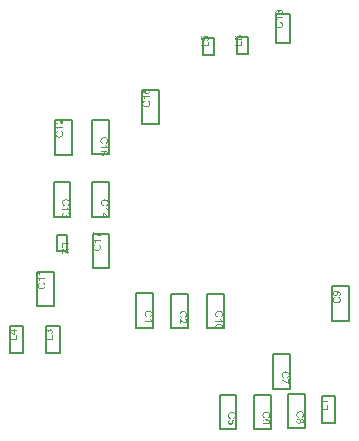
<source format=gbr>
%TF.GenerationSoftware,Altium Limited,Altium Designer,21.2.0 (30)*%
G04 Layer_Color=16711935*
%FSLAX45Y45*%
%MOMM*%
%TF.SameCoordinates,6E67B6D2-48A1-4C3A-8D5B-8FB38F647B41*%
%TF.FilePolarity,Positive*%
%TF.FileFunction,Other,Top_Assembly*%
%TF.Part,Single*%
G01*
G75*
%TA.AperFunction,NonConductor*%
%ADD34C,0.20000*%
G36*
X2872675Y3880895D02*
X2873322Y3880802D01*
X2874154Y3880710D01*
X2875079Y3880525D01*
X2876096Y3880248D01*
X2878222Y3879600D01*
X2879424Y3879138D01*
X2880533Y3878491D01*
X2881735Y3877844D01*
X2882845Y3877104D01*
X2883954Y3876179D01*
X2885064Y3875162D01*
X2885156Y3875070D01*
X2885341Y3874885D01*
X2885619Y3874608D01*
X2885896Y3874145D01*
X2886358Y3873498D01*
X2886820Y3872851D01*
X2887283Y3872019D01*
X2887838Y3871094D01*
X2888392Y3870077D01*
X2888855Y3868875D01*
X2889317Y3867581D01*
X2889779Y3866287D01*
X2890056Y3864807D01*
X2890334Y3863236D01*
X2890519Y3861664D01*
X2890611Y3859907D01*
Y3858983D01*
X2890519Y3858335D01*
X2890426Y3857503D01*
X2890334Y3856579D01*
X2890149Y3855562D01*
X2889872Y3854452D01*
X2889224Y3851956D01*
X2888762Y3850662D01*
X2888300Y3849460D01*
X2887653Y3848165D01*
X2886913Y3846871D01*
X2886081Y3845669D01*
X2885064Y3844559D01*
X2884971Y3844467D01*
X2884786Y3844282D01*
X2884509Y3844005D01*
X2884047Y3843635D01*
X2883492Y3843265D01*
X2882845Y3842710D01*
X2882105Y3842248D01*
X2881181Y3841693D01*
X2880256Y3841139D01*
X2879147Y3840676D01*
X2876835Y3839752D01*
X2875448Y3839382D01*
X2874062Y3839105D01*
X2872582Y3838920D01*
X2871103Y3838827D01*
X2871011D01*
X2870826D01*
X2870456D01*
X2870086Y3838920D01*
X2869531D01*
X2868884Y3839012D01*
X2867405Y3839197D01*
X2865741Y3839567D01*
X2864076Y3840122D01*
X2862320Y3840954D01*
X2860655Y3841971D01*
X2860563D01*
X2860471Y3842156D01*
X2860008Y3842525D01*
X2859269Y3843265D01*
X2858344Y3844282D01*
X2857419Y3845577D01*
X2856402Y3847148D01*
X2855570Y3848905D01*
X2854923Y3851031D01*
Y3850939D01*
X2854831Y3850847D01*
X2854738Y3850569D01*
X2854553Y3850199D01*
X2854184Y3849367D01*
X2853629Y3848258D01*
X2852889Y3847056D01*
X2851965Y3845854D01*
X2850948Y3844744D01*
X2849838Y3843727D01*
X2849653Y3843635D01*
X2849283Y3843358D01*
X2848544Y3842988D01*
X2847619Y3842618D01*
X2846417Y3842156D01*
X2845030Y3841786D01*
X2843459Y3841508D01*
X2841794Y3841416D01*
X2841702D01*
X2841517D01*
X2841147D01*
X2840592Y3841508D01*
X2840038Y3841601D01*
X2839298Y3841693D01*
X2837726Y3842063D01*
X2835877Y3842618D01*
X2833936Y3843542D01*
X2832919Y3844097D01*
X2831902Y3844744D01*
X2830977Y3845577D01*
X2830053Y3846409D01*
X2829960Y3846501D01*
X2829868Y3846686D01*
X2829590Y3846963D01*
X2829313Y3847333D01*
X2828943Y3847795D01*
X2828573Y3848443D01*
X2828111Y3849182D01*
X2827649Y3849922D01*
X2827186Y3850847D01*
X2826724Y3851864D01*
X2826354Y3852973D01*
X2825984Y3854175D01*
X2825430Y3856764D01*
X2825337Y3858243D01*
X2825245Y3859722D01*
Y3860554D01*
X2825337Y3861109D01*
X2825430Y3861849D01*
X2825522Y3862681D01*
X2825615Y3863605D01*
X2825892Y3864530D01*
X2826447Y3866749D01*
X2827279Y3868968D01*
X2827834Y3870077D01*
X2828481Y3871187D01*
X2829313Y3872204D01*
X2830145Y3873221D01*
X2830237Y3873313D01*
X2830330Y3873406D01*
X2830607Y3873683D01*
X2830977Y3874053D01*
X2831532Y3874423D01*
X2832087Y3874885D01*
X2833473Y3875810D01*
X2835230Y3876734D01*
X2837264Y3877566D01*
X2839575Y3878213D01*
X2840777Y3878306D01*
X2842072Y3878398D01*
X2842164D01*
X2842257D01*
X2842811D01*
X2843644Y3878306D01*
X2844661Y3878121D01*
X2845955Y3877844D01*
X2847249Y3877381D01*
X2848544Y3876827D01*
X2849838Y3875995D01*
X2850023Y3875902D01*
X2850393Y3875532D01*
X2850948Y3874978D01*
X2851687Y3874238D01*
X2852519Y3873221D01*
X2853351Y3872019D01*
X2854184Y3870632D01*
X2854923Y3868968D01*
Y3869060D01*
X2855016Y3869245D01*
X2855108Y3869523D01*
X2855293Y3869892D01*
X2855755Y3871002D01*
X2856402Y3872296D01*
X2857327Y3873683D01*
X2858344Y3875162D01*
X2859638Y3876549D01*
X2861118Y3877844D01*
X2861210D01*
X2861303Y3877936D01*
X2861857Y3878306D01*
X2862782Y3878861D01*
X2863984Y3879415D01*
X2865463Y3879970D01*
X2867220Y3880525D01*
X2869161Y3880895D01*
X2871288Y3880987D01*
X2871380D01*
X2871658D01*
X2872120D01*
X2872675Y3880895D01*
D02*
G37*
G36*
X2889502Y3810906D02*
X2839483D01*
X2839575Y3810813D01*
X2839945Y3810351D01*
X2840500Y3809796D01*
X2841147Y3808871D01*
X2841979Y3807854D01*
X2842904Y3806560D01*
X2843921Y3805081D01*
X2844938Y3803417D01*
Y3803324D01*
X2845030Y3803232D01*
X2845400Y3802677D01*
X2845862Y3801752D01*
X2846417Y3800643D01*
X2847064Y3799349D01*
X2847712Y3797962D01*
X2848359Y3796575D01*
X2848914Y3795188D01*
X2841332D01*
Y3795280D01*
X2841147Y3795465D01*
X2841055Y3795835D01*
X2840777Y3796297D01*
X2840500Y3796852D01*
X2840130Y3797499D01*
X2839206Y3799071D01*
X2838189Y3800920D01*
X2836894Y3802769D01*
X2835415Y3804711D01*
X2833843Y3806653D01*
X2833751Y3806745D01*
X2833658Y3806837D01*
X2833381Y3807115D01*
X2833104Y3807485D01*
X2832179Y3808317D01*
X2831070Y3809426D01*
X2829775Y3810536D01*
X2828296Y3811738D01*
X2826817Y3812755D01*
X2825245Y3813679D01*
Y3818764D01*
X2889502D01*
Y3810906D01*
D02*
G37*
G36*
X2869716Y3781874D02*
X2870271Y3781689D01*
X2871011Y3781412D01*
X2871843Y3781135D01*
X2872860Y3780765D01*
X2873969Y3780303D01*
X2875171Y3779748D01*
X2877760Y3778453D01*
X2880349Y3776789D01*
X2881643Y3775772D01*
X2882937Y3774755D01*
X2884047Y3773646D01*
X2885156Y3772351D01*
X2885249Y3772259D01*
X2885434Y3772074D01*
X2885619Y3771612D01*
X2885988Y3771149D01*
X2886451Y3770410D01*
X2886913Y3769670D01*
X2887375Y3768653D01*
X2887838Y3767636D01*
X2888392Y3766434D01*
X2888855Y3765140D01*
X2889317Y3763753D01*
X2889779Y3762274D01*
X2890149Y3760702D01*
X2890334Y3759038D01*
X2890519Y3757281D01*
X2890611Y3755432D01*
Y3754415D01*
X2890519Y3753675D01*
Y3752843D01*
X2890426Y3751826D01*
X2890241Y3750717D01*
X2890056Y3749422D01*
X2889594Y3746741D01*
X2888855Y3743967D01*
X2887838Y3741194D01*
X2887190Y3739899D01*
X2886451Y3738605D01*
X2886358Y3738512D01*
X2886266Y3738328D01*
X2885988Y3737958D01*
X2885619Y3737588D01*
X2885249Y3737033D01*
X2884694Y3736386D01*
X2884047Y3735646D01*
X2883307Y3734907D01*
X2882475Y3734167D01*
X2881643Y3733335D01*
X2879516Y3731671D01*
X2877020Y3730099D01*
X2874246Y3728712D01*
X2874154D01*
X2873877Y3728527D01*
X2873414Y3728435D01*
X2872860Y3728157D01*
X2872120Y3727972D01*
X2871195Y3727695D01*
X2870178Y3727325D01*
X2869069Y3727048D01*
X2867867Y3726771D01*
X2866480Y3726401D01*
X2863614Y3725938D01*
X2860378Y3725569D01*
X2857050Y3725384D01*
X2856957D01*
X2856587D01*
X2856033D01*
X2855385Y3725476D01*
X2854461D01*
X2853536Y3725569D01*
X2852334Y3725661D01*
X2851132Y3725846D01*
X2848451Y3726308D01*
X2845493Y3726955D01*
X2842534Y3727880D01*
X2839668Y3729174D01*
X2839575Y3729267D01*
X2839298Y3729359D01*
X2838928Y3729544D01*
X2838466Y3729914D01*
X2837819Y3730284D01*
X2837079Y3730746D01*
X2835415Y3731948D01*
X2833566Y3733520D01*
X2831717Y3735369D01*
X2829868Y3737495D01*
X2828296Y3739992D01*
X2828203Y3740084D01*
X2828111Y3740362D01*
X2827926Y3740731D01*
X2827649Y3741194D01*
X2827371Y3741933D01*
X2827094Y3742673D01*
X2826724Y3743598D01*
X2826354Y3744615D01*
X2825984Y3745724D01*
X2825615Y3746926D01*
X2825060Y3749515D01*
X2824598Y3752473D01*
X2824413Y3755524D01*
Y3756449D01*
X2824505Y3757096D01*
X2824598Y3757928D01*
X2824690Y3758945D01*
X2824783Y3759962D01*
X2825060Y3761164D01*
X2825615Y3763660D01*
X2826447Y3766434D01*
X2827001Y3767821D01*
X2827649Y3769115D01*
X2828481Y3770410D01*
X2829313Y3771704D01*
X2829405Y3771797D01*
X2829498Y3771982D01*
X2829775Y3772351D01*
X2830237Y3772814D01*
X2830700Y3773276D01*
X2831347Y3773923D01*
X2832087Y3774570D01*
X2832826Y3775310D01*
X2833751Y3776050D01*
X2834860Y3776789D01*
X2835970Y3777621D01*
X2837172Y3778361D01*
X2838558Y3779008D01*
X2839945Y3779748D01*
X2841425Y3780303D01*
X2843089Y3780857D01*
X2845030Y3772536D01*
X2844938D01*
X2844753Y3772444D01*
X2844383Y3772259D01*
X2843921Y3772074D01*
X2843366Y3771889D01*
X2842627Y3771612D01*
X2841147Y3770872D01*
X2839483Y3769948D01*
X2837819Y3768838D01*
X2836247Y3767451D01*
X2834860Y3765972D01*
X2834675Y3765787D01*
X2834305Y3765232D01*
X2833843Y3764308D01*
X2833196Y3763106D01*
X2832641Y3761534D01*
X2832087Y3759777D01*
X2831717Y3757651D01*
X2831624Y3755339D01*
Y3754600D01*
X2831717Y3754138D01*
Y3753490D01*
X2831809Y3752751D01*
X2832087Y3750994D01*
X2832456Y3749052D01*
X2833104Y3747018D01*
X2834028Y3744892D01*
X2835230Y3742950D01*
Y3742858D01*
X2835415Y3742765D01*
X2835877Y3742118D01*
X2836617Y3741286D01*
X2837726Y3740269D01*
X2839113Y3739067D01*
X2840685Y3737958D01*
X2842627Y3736941D01*
X2844753Y3736016D01*
X2844845D01*
X2845030Y3735924D01*
X2845308Y3735831D01*
X2845770Y3735739D01*
X2846325Y3735554D01*
X2846972Y3735369D01*
X2848544Y3735092D01*
X2850393Y3734722D01*
X2852427Y3734352D01*
X2854646Y3734167D01*
X2857050Y3734075D01*
X2857142D01*
X2857419D01*
X2857882D01*
X2858436D01*
X2859084Y3734167D01*
X2859916D01*
X2860840Y3734259D01*
X2861857Y3734352D01*
X2864076Y3734629D01*
X2866480Y3735092D01*
X2868884Y3735646D01*
X2871288Y3736386D01*
X2871380D01*
X2871565Y3736478D01*
X2871843Y3736663D01*
X2872305Y3736848D01*
X2873414Y3737403D01*
X2874709Y3738235D01*
X2876188Y3739252D01*
X2877760Y3740546D01*
X2879147Y3742026D01*
X2880441Y3743782D01*
Y3743875D01*
X2880533Y3744060D01*
X2880718Y3744337D01*
X2880903Y3744707D01*
X2881088Y3745169D01*
X2881366Y3745724D01*
X2881920Y3747018D01*
X2882475Y3748683D01*
X2882937Y3750532D01*
X2883307Y3752566D01*
X2883400Y3754692D01*
Y3755339D01*
X2883307Y3755894D01*
Y3756541D01*
X2883215Y3757189D01*
X2882845Y3758853D01*
X2882383Y3760794D01*
X2881643Y3762736D01*
X2880626Y3764770D01*
X2880071Y3765787D01*
X2879332Y3766712D01*
X2879239Y3766804D01*
X2879147Y3766896D01*
X2878869Y3767174D01*
X2878592Y3767544D01*
X2878130Y3767913D01*
X2877575Y3768376D01*
X2877020Y3768930D01*
X2876281Y3769393D01*
X2875448Y3769948D01*
X2874524Y3770595D01*
X2873599Y3771149D01*
X2872490Y3771704D01*
X2871288Y3772166D01*
X2869993Y3772629D01*
X2868607Y3773091D01*
X2867127Y3773461D01*
X2869254Y3781967D01*
X2869346D01*
X2869716Y3781874D01*
D02*
G37*
G36*
X2241696Y3663965D02*
X2242435Y3663873D01*
X2243268Y3663781D01*
X2244285Y3663596D01*
X2245302Y3663411D01*
X2247705Y3662856D01*
X2250202Y3661931D01*
X2251496Y3661377D01*
X2252698Y3660637D01*
X2253992Y3659897D01*
X2255194Y3658973D01*
X2255287Y3658880D01*
X2255564Y3658696D01*
X2255934Y3658326D01*
X2256396Y3657863D01*
X2256951Y3657216D01*
X2257691Y3656477D01*
X2258338Y3655552D01*
X2259078Y3654535D01*
X2259817Y3653426D01*
X2260464Y3652131D01*
X2261112Y3650744D01*
X2261759Y3649265D01*
X2262221Y3647693D01*
X2262591Y3645937D01*
X2262868Y3644087D01*
X2262961Y3642146D01*
Y3641314D01*
X2262868Y3640667D01*
X2262776Y3639927D01*
X2262683Y3639095D01*
X2262591Y3638078D01*
X2262313Y3637061D01*
X2261759Y3634749D01*
X2260927Y3632438D01*
X2260372Y3631236D01*
X2259725Y3630034D01*
X2258985Y3628925D01*
X2258153Y3627815D01*
X2258061Y3627723D01*
X2257968Y3627538D01*
X2257598Y3627353D01*
X2257228Y3626983D01*
X2256766Y3626521D01*
X2256211Y3626059D01*
X2255472Y3625504D01*
X2254640Y3625042D01*
X2253808Y3624487D01*
X2252791Y3623932D01*
X2250572Y3622915D01*
X2247983Y3622083D01*
X2246596Y3621806D01*
X2245117Y3621621D01*
X2244469Y3629849D01*
X2244562D01*
X2244747D01*
X2245024Y3629942D01*
X2245486Y3630034D01*
X2246504Y3630312D01*
X2247890Y3630681D01*
X2249277Y3631236D01*
X2250849Y3631976D01*
X2252236Y3632900D01*
X2253530Y3634010D01*
X2253623Y3634195D01*
X2253992Y3634564D01*
X2254455Y3635304D01*
X2255009Y3636321D01*
X2255564Y3637431D01*
X2256026Y3638817D01*
X2256396Y3640389D01*
X2256489Y3642146D01*
Y3642701D01*
X2256396Y3643070D01*
X2256304Y3644180D01*
X2255934Y3645474D01*
X2255472Y3647046D01*
X2254732Y3648618D01*
X2253623Y3650282D01*
X2252975Y3651022D01*
X2252236Y3651761D01*
X2252143Y3651854D01*
X2252051Y3651946D01*
X2251773Y3652131D01*
X2251496Y3652408D01*
X2250479Y3653056D01*
X2249185Y3653795D01*
X2247613Y3654443D01*
X2245671Y3655090D01*
X2243360Y3655552D01*
X2242158Y3655737D01*
X2240864D01*
X2240771D01*
X2240586D01*
X2240217D01*
X2239754Y3655644D01*
X2239199D01*
X2238552Y3655552D01*
X2237073Y3655275D01*
X2235316Y3654812D01*
X2233560Y3654165D01*
X2231895Y3653241D01*
X2230324Y3651946D01*
X2230231D01*
X2230139Y3651761D01*
X2229677Y3651299D01*
X2229029Y3650467D01*
X2228290Y3649357D01*
X2227642Y3647878D01*
X2226995Y3646214D01*
X2226533Y3644272D01*
X2226348Y3643163D01*
Y3641406D01*
X2226441Y3640667D01*
X2226533Y3639742D01*
X2226810Y3638633D01*
X2227088Y3637523D01*
X2227550Y3636321D01*
X2228105Y3635119D01*
X2228197Y3635027D01*
X2228382Y3634657D01*
X2228844Y3634102D01*
X2229307Y3633363D01*
X2229954Y3632623D01*
X2230786Y3631883D01*
X2231618Y3631051D01*
X2232635Y3630404D01*
X2231618Y3623007D01*
X2198704Y3629202D01*
Y3661007D01*
X2206193D01*
Y3635397D01*
X2223482Y3631976D01*
X2223390Y3632068D01*
X2223297Y3632253D01*
X2223112Y3632530D01*
X2222835Y3632993D01*
X2222557Y3633547D01*
X2222188Y3634195D01*
X2221448Y3635674D01*
X2220708Y3637523D01*
X2220061Y3639557D01*
X2219599Y3641776D01*
X2219414Y3642886D01*
Y3644920D01*
X2219506Y3645474D01*
X2219599Y3646214D01*
X2219691Y3647046D01*
X2219876Y3647971D01*
X2220154Y3648988D01*
X2220801Y3651207D01*
X2221263Y3652408D01*
X2221910Y3653610D01*
X2222557Y3654812D01*
X2223297Y3656014D01*
X2224222Y3657124D01*
X2225239Y3658233D01*
X2225331Y3658326D01*
X2225516Y3658511D01*
X2225793Y3658788D01*
X2226256Y3659158D01*
X2226903Y3659620D01*
X2227550Y3660082D01*
X2228382Y3660637D01*
X2229307Y3661192D01*
X2230324Y3661654D01*
X2231433Y3662209D01*
X2232728Y3662671D01*
X2234022Y3663133D01*
X2235409Y3663503D01*
X2236981Y3663781D01*
X2238552Y3663965D01*
X2240217Y3664058D01*
X2240309D01*
X2240586D01*
X2241049D01*
X2241696Y3663965D01*
D02*
G37*
G36*
X2261851Y3574745D02*
X2197872D01*
Y3583251D01*
X2254270D01*
Y3614779D01*
X2261851D01*
Y3574745D01*
D02*
G37*
G36*
X2525989Y3668137D02*
X2526544D01*
X2528023Y3667859D01*
X2529780Y3667582D01*
X2531629Y3667120D01*
X2533663Y3666472D01*
X2535604Y3665548D01*
X2535697D01*
X2535789Y3665455D01*
X2536067Y3665271D01*
X2536436Y3665086D01*
X2537361Y3664531D01*
X2538563Y3663699D01*
X2539857Y3662682D01*
X2541152Y3661480D01*
X2542446Y3660001D01*
X2543555Y3658429D01*
Y3658336D01*
X2543648Y3658244D01*
X2543833Y3657967D01*
X2543925Y3657597D01*
X2544388Y3656672D01*
X2544850Y3655470D01*
X2545405Y3653898D01*
X2545774Y3652142D01*
X2546144Y3650200D01*
X2546237Y3648074D01*
Y3647611D01*
X2546144Y3647149D01*
Y3646410D01*
X2546052Y3645577D01*
X2545867Y3644653D01*
X2545590Y3643543D01*
X2545312Y3642434D01*
X2544942Y3641140D01*
X2544480Y3639845D01*
X2543925Y3638551D01*
X2543186Y3637164D01*
X2542354Y3635870D01*
X2541429Y3634575D01*
X2540320Y3633281D01*
X2539025Y3632079D01*
X2538933Y3631986D01*
X2538655Y3631801D01*
X2538285Y3631524D01*
X2537638Y3631154D01*
X2536806Y3630600D01*
X2535882Y3630137D01*
X2534680Y3629583D01*
X2533385Y3629028D01*
X2531814Y3628381D01*
X2530057Y3627826D01*
X2528115Y3627364D01*
X2525989Y3626901D01*
X2523585Y3626439D01*
X2520996Y3626162D01*
X2518223Y3625977D01*
X2515264Y3625884D01*
X2515171D01*
X2515079D01*
X2514802D01*
X2514432D01*
X2513507Y3625977D01*
X2512213D01*
X2510734Y3626069D01*
X2508977Y3626254D01*
X2507035Y3626439D01*
X2504909Y3626716D01*
X2502782Y3627086D01*
X2500471Y3627548D01*
X2498252Y3628103D01*
X2496033Y3628750D01*
X2493907Y3629583D01*
X2491873Y3630507D01*
X2489931Y3631524D01*
X2488267Y3632726D01*
X2488174Y3632818D01*
X2487989Y3633003D01*
X2487620Y3633373D01*
X2487065Y3633836D01*
X2486510Y3634390D01*
X2485955Y3635130D01*
X2485216Y3636054D01*
X2484569Y3636979D01*
X2483921Y3638088D01*
X2483182Y3639290D01*
X2482627Y3640677D01*
X2481980Y3642064D01*
X2481518Y3643636D01*
X2481148Y3645300D01*
X2480963Y3647057D01*
X2480870Y3648906D01*
Y3649645D01*
X2480963Y3650200D01*
Y3650847D01*
X2481055Y3651587D01*
X2481425Y3653344D01*
X2481887Y3655285D01*
X2482627Y3657319D01*
X2483736Y3659353D01*
X2484384Y3660370D01*
X2485123Y3661295D01*
X2485216Y3661387D01*
X2485308Y3661480D01*
X2485586Y3661757D01*
X2485863Y3662035D01*
X2486325Y3662497D01*
X2486880Y3662867D01*
X2488174Y3663884D01*
X2489839Y3664901D01*
X2491873Y3665825D01*
X2494184Y3666657D01*
X2496773Y3667212D01*
X2497420Y3659353D01*
X2497327D01*
X2497235Y3659261D01*
X2496680Y3659168D01*
X2495848Y3658891D01*
X2494831Y3658521D01*
X2493722Y3658151D01*
X2492612Y3657597D01*
X2491595Y3656950D01*
X2490763Y3656302D01*
X2490578Y3656117D01*
X2490208Y3655748D01*
X2489654Y3655100D01*
X2489006Y3654176D01*
X2488452Y3652974D01*
X2487897Y3651680D01*
X2487527Y3650108D01*
X2487342Y3648444D01*
Y3647796D01*
X2487435Y3647057D01*
X2487620Y3646225D01*
X2487897Y3645115D01*
X2488267Y3644006D01*
X2488729Y3642896D01*
X2489469Y3641787D01*
X2489561Y3641602D01*
X2489931Y3641140D01*
X2490578Y3640492D01*
X2491503Y3639660D01*
X2492612Y3638736D01*
X2493907Y3637719D01*
X2495571Y3636794D01*
X2497420Y3635870D01*
X2497512D01*
X2497697Y3635777D01*
X2497975Y3635685D01*
X2498345Y3635500D01*
X2498899Y3635407D01*
X2499546Y3635222D01*
X2500286Y3635037D01*
X2501211Y3634853D01*
X2502228Y3634575D01*
X2503337Y3634390D01*
X2504539Y3634205D01*
X2505833Y3634113D01*
X2507313Y3633928D01*
X2508792Y3633836D01*
X2510456Y3633743D01*
X2512120D01*
X2512028Y3633836D01*
X2511473Y3634205D01*
X2510734Y3634853D01*
X2509809Y3635685D01*
X2508700Y3636609D01*
X2507683Y3637811D01*
X2506666Y3639105D01*
X2505741Y3640585D01*
Y3640677D01*
X2505649Y3640770D01*
X2505371Y3641324D01*
X2505094Y3642157D01*
X2504632Y3643266D01*
X2504262Y3644560D01*
X2503984Y3646040D01*
X2503707Y3647611D01*
X2503614Y3649276D01*
Y3650015D01*
X2503707Y3650570D01*
X2503799Y3651310D01*
X2503892Y3652049D01*
X2504077Y3652974D01*
X2504354Y3653898D01*
X2505001Y3656025D01*
X2505464Y3657134D01*
X2506111Y3658244D01*
X2506758Y3659353D01*
X2507498Y3660555D01*
X2508422Y3661665D01*
X2509439Y3662682D01*
X2509532Y3662774D01*
X2509717Y3662959D01*
X2509994Y3663237D01*
X2510456Y3663514D01*
X2511103Y3663976D01*
X2511751Y3664438D01*
X2512583Y3664901D01*
X2513507Y3665455D01*
X2514524Y3666010D01*
X2515634Y3666472D01*
X2516928Y3666935D01*
X2518223Y3667397D01*
X2519609Y3667674D01*
X2521181Y3667952D01*
X2522753Y3668137D01*
X2524417Y3668229D01*
X2524510D01*
X2524694D01*
X2524972D01*
X2525434D01*
X2525989Y3668137D01*
D02*
G37*
G36*
X2545127Y3579379D02*
X2481148D01*
Y3587885D01*
X2537546D01*
Y3619412D01*
X2545127D01*
Y3579379D01*
D02*
G37*
G36*
X1746236Y3215880D02*
X1746976Y3215787D01*
X1747808Y3215695D01*
X1748825Y3215510D01*
X1749842Y3215325D01*
X1752246Y3214770D01*
X1754742Y3213846D01*
X1756036Y3213291D01*
X1757238Y3212551D01*
X1758533Y3211812D01*
X1759735Y3210887D01*
X1759827Y3210795D01*
X1760104Y3210610D01*
X1760474Y3210240D01*
X1760937Y3209778D01*
X1761491Y3209130D01*
X1762231Y3208391D01*
X1762878Y3207466D01*
X1763618Y3206449D01*
X1764357Y3205340D01*
X1765005Y3204045D01*
X1765652Y3202659D01*
X1766299Y3201179D01*
X1766761Y3199608D01*
X1767131Y3197851D01*
X1767408Y3196002D01*
X1767501Y3194060D01*
Y3193228D01*
X1767408Y3192581D01*
X1767316Y3191841D01*
X1767224Y3191009D01*
X1767131Y3189992D01*
X1766854Y3188975D01*
X1766299Y3186664D01*
X1765467Y3184352D01*
X1764912Y3183150D01*
X1764265Y3181948D01*
X1763525Y3180839D01*
X1762693Y3179729D01*
X1762601Y3179637D01*
X1762508Y3179452D01*
X1762138Y3179267D01*
X1761769Y3178897D01*
X1761306Y3178435D01*
X1760752Y3177973D01*
X1760012Y3177418D01*
X1759180Y3176956D01*
X1758348Y3176401D01*
X1757331Y3175846D01*
X1755112Y3174829D01*
X1752523Y3173997D01*
X1751136Y3173720D01*
X1749657Y3173535D01*
X1749010Y3181764D01*
X1749102D01*
X1749287D01*
X1749564Y3181856D01*
X1750027Y3181948D01*
X1751044Y3182226D01*
X1752431Y3182596D01*
X1753817Y3183150D01*
X1755389Y3183890D01*
X1756776Y3184815D01*
X1758070Y3185924D01*
X1758163Y3186109D01*
X1758533Y3186479D01*
X1758995Y3187218D01*
X1759550Y3188235D01*
X1760104Y3189345D01*
X1760567Y3190732D01*
X1760937Y3192303D01*
X1761029Y3194060D01*
Y3194615D01*
X1760937Y3194985D01*
X1760844Y3196094D01*
X1760474Y3197389D01*
X1760012Y3198960D01*
X1759272Y3200532D01*
X1758163Y3202196D01*
X1757516Y3202936D01*
X1756776Y3203676D01*
X1756684Y3203768D01*
X1756591Y3203860D01*
X1756314Y3204045D01*
X1756036Y3204323D01*
X1755019Y3204970D01*
X1753725Y3205710D01*
X1752153Y3206357D01*
X1750212Y3207004D01*
X1747900Y3207466D01*
X1746698Y3207651D01*
X1745404D01*
X1745311D01*
X1745127D01*
X1744757D01*
X1744294Y3207559D01*
X1743740D01*
X1743093Y3207466D01*
X1741613Y3207189D01*
X1739857Y3206727D01*
X1738100Y3206079D01*
X1736436Y3205155D01*
X1734864Y3203860D01*
X1734771D01*
X1734679Y3203676D01*
X1734217Y3203213D01*
X1733570Y3202381D01*
X1732830Y3201272D01*
X1732183Y3199792D01*
X1731536Y3198128D01*
X1731073Y3196187D01*
X1730888Y3195077D01*
Y3193321D01*
X1730981Y3192581D01*
X1731073Y3191656D01*
X1731351Y3190547D01*
X1731628Y3189437D01*
X1732090Y3188235D01*
X1732645Y3187034D01*
X1732737Y3186941D01*
X1732922Y3186571D01*
X1733385Y3186016D01*
X1733847Y3185277D01*
X1734494Y3184537D01*
X1735326Y3183798D01*
X1736158Y3182965D01*
X1737175Y3182318D01*
X1736158Y3174922D01*
X1703244Y3181116D01*
Y3212921D01*
X1710733D01*
Y3187311D01*
X1728022Y3183890D01*
X1727930Y3183982D01*
X1727837Y3184167D01*
X1727652Y3184445D01*
X1727375Y3184907D01*
X1727098Y3185462D01*
X1726728Y3186109D01*
X1725988Y3187588D01*
X1725249Y3189437D01*
X1724601Y3191471D01*
X1724139Y3193690D01*
X1723954Y3194800D01*
Y3196834D01*
X1724047Y3197389D01*
X1724139Y3198128D01*
X1724232Y3198960D01*
X1724416Y3199885D01*
X1724694Y3200902D01*
X1725341Y3203121D01*
X1725803Y3204323D01*
X1726450Y3205525D01*
X1727098Y3206727D01*
X1727837Y3207929D01*
X1728762Y3209038D01*
X1729779Y3210148D01*
X1729871Y3210240D01*
X1730056Y3210425D01*
X1730334Y3210702D01*
X1730796Y3211072D01*
X1731443Y3211534D01*
X1732090Y3211997D01*
X1732922Y3212551D01*
X1733847Y3213106D01*
X1734864Y3213568D01*
X1735973Y3214123D01*
X1737268Y3214585D01*
X1738562Y3215048D01*
X1739949Y3215417D01*
X1741521Y3215695D01*
X1743093Y3215880D01*
X1744757Y3215972D01*
X1744849D01*
X1745127D01*
X1745589D01*
X1746236Y3215880D01*
D02*
G37*
G36*
X1766391Y3145521D02*
X1716373D01*
X1716465Y3145428D01*
X1716835Y3144966D01*
X1717390Y3144411D01*
X1718037Y3143487D01*
X1718869Y3142470D01*
X1719794Y3141175D01*
X1720811Y3139696D01*
X1721828Y3138032D01*
Y3137939D01*
X1721920Y3137847D01*
X1722290Y3137292D01*
X1722752Y3136368D01*
X1723307Y3135258D01*
X1723954Y3133964D01*
X1724601Y3132577D01*
X1725249Y3131190D01*
X1725803Y3129803D01*
X1718222D01*
Y3129896D01*
X1718037Y3130081D01*
X1717944Y3130450D01*
X1717667Y3130913D01*
X1717390Y3131467D01*
X1717020Y3132115D01*
X1716095Y3133686D01*
X1715078Y3135536D01*
X1713784Y3137385D01*
X1712305Y3139326D01*
X1710733Y3141268D01*
X1710640Y3141360D01*
X1710548Y3141453D01*
X1710271Y3141730D01*
X1709993Y3142100D01*
X1709069Y3142932D01*
X1707959Y3144041D01*
X1706665Y3145151D01*
X1705186Y3146353D01*
X1703706Y3147370D01*
X1702135Y3148294D01*
Y3153380D01*
X1766391D01*
Y3145521D01*
D02*
G37*
G36*
X1746606Y3116490D02*
X1747161Y3116305D01*
X1747900Y3116027D01*
X1748732Y3115750D01*
X1749749Y3115380D01*
X1750859Y3114918D01*
X1752061Y3114363D01*
X1754650Y3113069D01*
X1757238Y3111404D01*
X1758533Y3110387D01*
X1759827Y3109370D01*
X1760937Y3108261D01*
X1762046Y3106967D01*
X1762138Y3106874D01*
X1762323Y3106689D01*
X1762508Y3106227D01*
X1762878Y3105765D01*
X1763340Y3105025D01*
X1763803Y3104285D01*
X1764265Y3103268D01*
X1764727Y3102251D01*
X1765282Y3101049D01*
X1765744Y3099755D01*
X1766207Y3098368D01*
X1766669Y3096889D01*
X1767039Y3095317D01*
X1767224Y3093653D01*
X1767408Y3091896D01*
X1767501Y3090047D01*
Y3089030D01*
X1767408Y3088290D01*
Y3087458D01*
X1767316Y3086441D01*
X1767131Y3085332D01*
X1766946Y3084038D01*
X1766484Y3081356D01*
X1765744Y3078583D01*
X1764727Y3075809D01*
X1764080Y3074515D01*
X1763340Y3073220D01*
X1763248Y3073128D01*
X1763155Y3072943D01*
X1762878Y3072573D01*
X1762508Y3072203D01*
X1762138Y3071648D01*
X1761584Y3071001D01*
X1760937Y3070262D01*
X1760197Y3069522D01*
X1759365Y3068782D01*
X1758533Y3067950D01*
X1756406Y3066286D01*
X1753910Y3064714D01*
X1751136Y3063327D01*
X1751044D01*
X1750766Y3063142D01*
X1750304Y3063050D01*
X1749749Y3062773D01*
X1749010Y3062588D01*
X1748085Y3062310D01*
X1747068Y3061941D01*
X1745959Y3061663D01*
X1744757Y3061386D01*
X1743370Y3061016D01*
X1740504Y3060554D01*
X1737268Y3060184D01*
X1733939Y3059999D01*
X1733847D01*
X1733477D01*
X1732922D01*
X1732275Y3060091D01*
X1731351D01*
X1730426Y3060184D01*
X1729224Y3060276D01*
X1728022Y3060461D01*
X1725341Y3060924D01*
X1722382Y3061571D01*
X1719424Y3062495D01*
X1716558Y3063790D01*
X1716465Y3063882D01*
X1716188Y3063975D01*
X1715818Y3064159D01*
X1715356Y3064529D01*
X1714709Y3064899D01*
X1713969Y3065361D01*
X1712305Y3066563D01*
X1710456Y3068135D01*
X1708606Y3069984D01*
X1706757Y3072111D01*
X1705186Y3074607D01*
X1705093Y3074699D01*
X1705001Y3074977D01*
X1704816Y3075347D01*
X1704538Y3075809D01*
X1704261Y3076549D01*
X1703984Y3077288D01*
X1703614Y3078213D01*
X1703244Y3079230D01*
X1702874Y3080339D01*
X1702504Y3081541D01*
X1701950Y3084130D01*
X1701487Y3087089D01*
X1701302Y3090140D01*
Y3091064D01*
X1701395Y3091711D01*
X1701487Y3092543D01*
X1701580Y3093560D01*
X1701672Y3094578D01*
X1701950Y3095779D01*
X1702504Y3098276D01*
X1703336Y3101049D01*
X1703891Y3102436D01*
X1704538Y3103731D01*
X1705370Y3105025D01*
X1706203Y3106319D01*
X1706295Y3106412D01*
X1706387Y3106597D01*
X1706665Y3106967D01*
X1707127Y3107429D01*
X1707589Y3107891D01*
X1708237Y3108538D01*
X1708976Y3109186D01*
X1709716Y3109925D01*
X1710640Y3110665D01*
X1711750Y3111404D01*
X1712859Y3112237D01*
X1714061Y3112976D01*
X1715448Y3113623D01*
X1716835Y3114363D01*
X1718314Y3114918D01*
X1719979Y3115473D01*
X1721920Y3107152D01*
X1721828D01*
X1721643Y3107059D01*
X1721273Y3106874D01*
X1720811Y3106689D01*
X1720256Y3106504D01*
X1719516Y3106227D01*
X1718037Y3105487D01*
X1716373Y3104563D01*
X1714709Y3103453D01*
X1713137Y3102066D01*
X1711750Y3100587D01*
X1711565Y3100402D01*
X1711195Y3099847D01*
X1710733Y3098923D01*
X1710086Y3097721D01*
X1709531Y3096149D01*
X1708976Y3094393D01*
X1708606Y3092266D01*
X1708514Y3089955D01*
Y3089215D01*
X1708606Y3088753D01*
Y3088106D01*
X1708699Y3087366D01*
X1708976Y3085609D01*
X1709346Y3083668D01*
X1709993Y3081634D01*
X1710918Y3079507D01*
X1712120Y3077566D01*
Y3077473D01*
X1712305Y3077381D01*
X1712767Y3076733D01*
X1713507Y3075901D01*
X1714616Y3074884D01*
X1716003Y3073682D01*
X1717575Y3072573D01*
X1719516Y3071556D01*
X1721643Y3070631D01*
X1721735D01*
X1721920Y3070539D01*
X1722197Y3070446D01*
X1722660Y3070354D01*
X1723214Y3070169D01*
X1723862Y3069984D01*
X1725433Y3069707D01*
X1727283Y3069337D01*
X1729317Y3068967D01*
X1731536Y3068782D01*
X1733939Y3068690D01*
X1734032D01*
X1734309D01*
X1734771D01*
X1735326D01*
X1735973Y3068782D01*
X1736806D01*
X1737730Y3068875D01*
X1738747Y3068967D01*
X1740966Y3069245D01*
X1743370Y3069707D01*
X1745774Y3070262D01*
X1748178Y3071001D01*
X1748270D01*
X1748455Y3071094D01*
X1748732Y3071279D01*
X1749195Y3071464D01*
X1750304Y3072018D01*
X1751598Y3072850D01*
X1753078Y3073867D01*
X1754650Y3075162D01*
X1756036Y3076641D01*
X1757331Y3078398D01*
Y3078490D01*
X1757423Y3078675D01*
X1757608Y3078952D01*
X1757793Y3079322D01*
X1757978Y3079785D01*
X1758255Y3080339D01*
X1758810Y3081634D01*
X1759365Y3083298D01*
X1759827Y3085147D01*
X1760197Y3087181D01*
X1760289Y3089308D01*
Y3089955D01*
X1760197Y3090509D01*
Y3091157D01*
X1760104Y3091804D01*
X1759735Y3093468D01*
X1759272Y3095410D01*
X1758533Y3097351D01*
X1757516Y3099385D01*
X1756961Y3100402D01*
X1756221Y3101327D01*
X1756129Y3101419D01*
X1756036Y3101512D01*
X1755759Y3101789D01*
X1755482Y3102159D01*
X1755019Y3102529D01*
X1754465Y3102991D01*
X1753910Y3103546D01*
X1753170Y3104008D01*
X1752338Y3104563D01*
X1751414Y3105210D01*
X1750489Y3105765D01*
X1749380Y3106319D01*
X1748178Y3106782D01*
X1746883Y3107244D01*
X1745496Y3107706D01*
X1744017Y3108076D01*
X1746144Y3116582D01*
X1746236D01*
X1746606Y3116490D01*
D02*
G37*
G36*
X1380225Y2804709D02*
X1381149D01*
X1382074Y2804616D01*
X1383276Y2804524D01*
X1384478Y2804339D01*
X1387159Y2803877D01*
X1390117Y2803230D01*
X1393076Y2802305D01*
X1395942Y2801011D01*
X1396035Y2800918D01*
X1396312Y2800826D01*
X1396682Y2800641D01*
X1397144Y2800271D01*
X1397791Y2799901D01*
X1398531Y2799439D01*
X1400195Y2798237D01*
X1402044Y2796665D01*
X1403893Y2794816D01*
X1405742Y2792690D01*
X1407314Y2790193D01*
X1407407Y2790101D01*
X1407499Y2789823D01*
X1407684Y2789454D01*
X1407961Y2788991D01*
X1408239Y2788252D01*
X1408516Y2787512D01*
X1408886Y2786588D01*
X1409256Y2785571D01*
X1409626Y2784461D01*
X1409995Y2783259D01*
X1410550Y2780670D01*
X1411012Y2777712D01*
X1411197Y2774661D01*
Y2773736D01*
X1411105Y2773089D01*
X1411012Y2772257D01*
X1410920Y2771240D01*
X1410828Y2770223D01*
X1410550Y2769021D01*
X1409995Y2766525D01*
X1409163Y2763751D01*
X1408609Y2762364D01*
X1407961Y2761070D01*
X1407129Y2759775D01*
X1406297Y2758481D01*
X1406205Y2758388D01*
X1406112Y2758204D01*
X1405835Y2757834D01*
X1405373Y2757371D01*
X1404910Y2756909D01*
X1404263Y2756262D01*
X1403523Y2755615D01*
X1402784Y2754875D01*
X1401859Y2754135D01*
X1400750Y2753396D01*
X1399640Y2752564D01*
X1398438Y2751824D01*
X1397052Y2751177D01*
X1395665Y2750437D01*
X1394185Y2749882D01*
X1392521Y2749328D01*
X1390580Y2757649D01*
X1390672D01*
X1390857Y2757741D01*
X1391227Y2757926D01*
X1391689Y2758111D01*
X1392244Y2758296D01*
X1392983Y2758573D01*
X1394463Y2759313D01*
X1396127Y2760238D01*
X1397791Y2761347D01*
X1399363Y2762734D01*
X1400750Y2764213D01*
X1400935Y2764398D01*
X1401305Y2764953D01*
X1401767Y2765877D01*
X1402414Y2767079D01*
X1402969Y2768651D01*
X1403523Y2770408D01*
X1403893Y2772534D01*
X1403986Y2774846D01*
Y2775585D01*
X1403893Y2776048D01*
Y2776695D01*
X1403801Y2777434D01*
X1403523Y2779191D01*
X1403154Y2781133D01*
X1402506Y2783167D01*
X1401582Y2785293D01*
X1400380Y2787235D01*
Y2787327D01*
X1400195Y2787420D01*
X1399733Y2788067D01*
X1398993Y2788899D01*
X1397884Y2789916D01*
X1396497Y2791118D01*
X1394925Y2792227D01*
X1392983Y2793244D01*
X1390857Y2794169D01*
X1390765D01*
X1390580Y2794261D01*
X1390302Y2794354D01*
X1389840Y2794446D01*
X1389285Y2794631D01*
X1388638Y2794816D01*
X1387066Y2795093D01*
X1385217Y2795463D01*
X1383183Y2795833D01*
X1380964Y2796018D01*
X1378560Y2796110D01*
X1378468D01*
X1378191D01*
X1377728D01*
X1377174D01*
X1376526Y2796018D01*
X1375694D01*
X1374770Y2795926D01*
X1373753Y2795833D01*
X1371534Y2795556D01*
X1369130Y2795093D01*
X1366726Y2794539D01*
X1364322Y2793799D01*
X1364230D01*
X1364045Y2793707D01*
X1363767Y2793522D01*
X1363305Y2793337D01*
X1362196Y2792782D01*
X1360901Y2791950D01*
X1359422Y2790933D01*
X1357850Y2789639D01*
X1356463Y2788159D01*
X1355169Y2786403D01*
Y2786310D01*
X1355077Y2786125D01*
X1354892Y2785848D01*
X1354707Y2785478D01*
X1354522Y2785016D01*
X1354244Y2784461D01*
X1353690Y2783167D01*
X1353135Y2781502D01*
X1352673Y2779653D01*
X1352303Y2777619D01*
X1352210Y2775493D01*
Y2774846D01*
X1352303Y2774291D01*
Y2773644D01*
X1352395Y2772996D01*
X1352765Y2771332D01*
X1353227Y2769391D01*
X1353967Y2767449D01*
X1354984Y2765415D01*
X1355539Y2764398D01*
X1356278Y2763474D01*
X1356371Y2763381D01*
X1356463Y2763289D01*
X1356741Y2763011D01*
X1357018Y2762641D01*
X1357480Y2762272D01*
X1358035Y2761809D01*
X1358590Y2761255D01*
X1359330Y2760792D01*
X1360162Y2760238D01*
X1361086Y2759590D01*
X1362011Y2759036D01*
X1363120Y2758481D01*
X1364322Y2758019D01*
X1365617Y2757556D01*
X1367003Y2757094D01*
X1368483Y2756724D01*
X1366356Y2748218D01*
X1366264D01*
X1365894Y2748311D01*
X1365339Y2748496D01*
X1364600Y2748773D01*
X1363767Y2749050D01*
X1362750Y2749420D01*
X1361641Y2749882D01*
X1360439Y2750437D01*
X1357850Y2751732D01*
X1355261Y2753396D01*
X1353967Y2754413D01*
X1352673Y2755430D01*
X1351563Y2756539D01*
X1350454Y2757834D01*
X1350361Y2757926D01*
X1350176Y2758111D01*
X1349991Y2758573D01*
X1349622Y2759036D01*
X1349159Y2759775D01*
X1348697Y2760515D01*
X1348235Y2761532D01*
X1347773Y2762549D01*
X1347218Y2763751D01*
X1346755Y2765045D01*
X1346293Y2766432D01*
X1345831Y2767911D01*
X1345461Y2769483D01*
X1345276Y2771147D01*
X1345091Y2772904D01*
X1344999Y2774753D01*
Y2775770D01*
X1345091Y2776510D01*
Y2777342D01*
X1345184Y2778359D01*
X1345369Y2779468D01*
X1345554Y2780763D01*
X1346016Y2783444D01*
X1346755Y2786218D01*
X1347773Y2788991D01*
X1348420Y2790286D01*
X1349159Y2791580D01*
X1349252Y2791673D01*
X1349344Y2791858D01*
X1349622Y2792227D01*
X1349991Y2792597D01*
X1350361Y2793152D01*
X1350916Y2793799D01*
X1351563Y2794539D01*
X1352303Y2795278D01*
X1353135Y2796018D01*
X1353967Y2796850D01*
X1356094Y2798514D01*
X1358590Y2800086D01*
X1361364Y2801473D01*
X1361456D01*
X1361733Y2801658D01*
X1362196Y2801750D01*
X1362750Y2802028D01*
X1363490Y2802213D01*
X1364415Y2802490D01*
X1365432Y2802860D01*
X1366541Y2803137D01*
X1367743Y2803415D01*
X1369130Y2803784D01*
X1371996Y2804247D01*
X1375232Y2804616D01*
X1378560Y2804801D01*
X1378653D01*
X1379023D01*
X1379577D01*
X1380225Y2804709D01*
D02*
G37*
G36*
X1394278Y2734905D02*
X1394463Y2734720D01*
X1394555Y2734350D01*
X1394833Y2733888D01*
X1395110Y2733333D01*
X1395480Y2732686D01*
X1396404Y2731114D01*
X1397421Y2729265D01*
X1398716Y2727416D01*
X1400195Y2725474D01*
X1401767Y2723533D01*
X1401859Y2723440D01*
X1401952Y2723348D01*
X1402229Y2723070D01*
X1402506Y2722700D01*
X1403431Y2721868D01*
X1404540Y2720759D01*
X1405835Y2719649D01*
X1407314Y2718447D01*
X1408793Y2717430D01*
X1410365Y2716506D01*
Y2711421D01*
X1346108D01*
Y2719280D01*
X1396127D01*
X1396035Y2719372D01*
X1395665Y2719834D01*
X1395110Y2720389D01*
X1394463Y2721314D01*
X1393631Y2722331D01*
X1392706Y2723625D01*
X1391689Y2725104D01*
X1390672Y2726768D01*
Y2726861D01*
X1390580Y2726953D01*
X1390210Y2727508D01*
X1389748Y2728433D01*
X1389193Y2729542D01*
X1388546Y2730837D01*
X1387898Y2732223D01*
X1387251Y2733610D01*
X1386696Y2734997D01*
X1394278D01*
Y2734905D01*
D02*
G37*
G36*
X1377728Y2691543D02*
X1379023D01*
X1380502Y2691450D01*
X1382259Y2691265D01*
X1384200Y2691080D01*
X1386327Y2690803D01*
X1388453Y2690433D01*
X1390765Y2689971D01*
X1392983Y2689416D01*
X1395202Y2688769D01*
X1397329Y2687937D01*
X1399363Y2687012D01*
X1401305Y2685995D01*
X1402969Y2684793D01*
X1403061Y2684701D01*
X1403246Y2684516D01*
X1403616Y2684146D01*
X1404171Y2683684D01*
X1404725Y2683129D01*
X1405280Y2682390D01*
X1406020Y2681465D01*
X1406667Y2680540D01*
X1407314Y2679431D01*
X1408054Y2678229D01*
X1408609Y2676842D01*
X1409256Y2675455D01*
X1409718Y2673884D01*
X1410088Y2672219D01*
X1410273Y2670463D01*
X1410365Y2668614D01*
Y2667874D01*
X1410273Y2667319D01*
Y2666672D01*
X1410180Y2665932D01*
X1409810Y2664176D01*
X1409348Y2662234D01*
X1408609Y2660200D01*
X1407499Y2658166D01*
X1406852Y2657149D01*
X1406112Y2656225D01*
X1406020Y2656132D01*
X1405927Y2656040D01*
X1405650Y2655762D01*
X1405373Y2655485D01*
X1404910Y2655023D01*
X1404356Y2654653D01*
X1403061Y2653636D01*
X1401397Y2652619D01*
X1399363Y2651694D01*
X1397052Y2650862D01*
X1394463Y2650307D01*
X1393816Y2658166D01*
X1393908D01*
X1394001Y2658259D01*
X1394555Y2658351D01*
X1395387Y2658628D01*
X1396404Y2658998D01*
X1397514Y2659368D01*
X1398623Y2659923D01*
X1399640Y2660570D01*
X1400472Y2661217D01*
X1400657Y2661402D01*
X1401027Y2661772D01*
X1401582Y2662419D01*
X1402229Y2663344D01*
X1402784Y2664546D01*
X1403339Y2665840D01*
X1403708Y2667412D01*
X1403893Y2669076D01*
Y2669723D01*
X1403801Y2670463D01*
X1403616Y2671295D01*
X1403339Y2672404D01*
X1402969Y2673514D01*
X1402506Y2674623D01*
X1401767Y2675733D01*
X1401674Y2675918D01*
X1401305Y2676380D01*
X1400657Y2677027D01*
X1399733Y2677859D01*
X1398623Y2678784D01*
X1397329Y2679801D01*
X1395665Y2680725D01*
X1393816Y2681650D01*
X1393723D01*
X1393538Y2681742D01*
X1393261Y2681835D01*
X1392891Y2682020D01*
X1392336Y2682112D01*
X1391689Y2682297D01*
X1390949Y2682482D01*
X1390025Y2682667D01*
X1389008Y2682944D01*
X1387898Y2683129D01*
X1386696Y2683314D01*
X1385402Y2683407D01*
X1383923Y2683592D01*
X1382444Y2683684D01*
X1380779Y2683776D01*
X1379115D01*
X1379208Y2683684D01*
X1379762Y2683314D01*
X1380502Y2682667D01*
X1381426Y2681835D01*
X1382536Y2680910D01*
X1383553Y2679708D01*
X1384570Y2678414D01*
X1385495Y2676935D01*
Y2676842D01*
X1385587Y2676750D01*
X1385864Y2676195D01*
X1386142Y2675363D01*
X1386604Y2674253D01*
X1386974Y2672959D01*
X1387251Y2671480D01*
X1387529Y2669908D01*
X1387621Y2668244D01*
Y2667504D01*
X1387529Y2666949D01*
X1387436Y2666210D01*
X1387344Y2665470D01*
X1387159Y2664546D01*
X1386881Y2663621D01*
X1386234Y2661495D01*
X1385772Y2660385D01*
X1385125Y2659276D01*
X1384478Y2658166D01*
X1383738Y2656964D01*
X1382813Y2655855D01*
X1381796Y2654838D01*
X1381704Y2654745D01*
X1381519Y2654560D01*
X1381242Y2654283D01*
X1380779Y2654006D01*
X1380132Y2653543D01*
X1379485Y2653081D01*
X1378653Y2652619D01*
X1377728Y2652064D01*
X1376711Y2651509D01*
X1375602Y2651047D01*
X1374307Y2650585D01*
X1373013Y2650122D01*
X1371626Y2649845D01*
X1370054Y2649568D01*
X1368483Y2649383D01*
X1366818Y2649290D01*
X1366726D01*
X1366541D01*
X1366264D01*
X1365801D01*
X1365247Y2649383D01*
X1364692D01*
X1363213Y2649660D01*
X1361456Y2649938D01*
X1359607Y2650400D01*
X1357573Y2651047D01*
X1355631Y2651972D01*
X1355539D01*
X1355446Y2652064D01*
X1355169Y2652249D01*
X1354799Y2652434D01*
X1353875Y2652989D01*
X1352673Y2653821D01*
X1351378Y2654838D01*
X1350084Y2656040D01*
X1348790Y2657519D01*
X1347680Y2659091D01*
Y2659183D01*
X1347588Y2659276D01*
X1347403Y2659553D01*
X1347310Y2659923D01*
X1346848Y2660847D01*
X1346386Y2662049D01*
X1345831Y2663621D01*
X1345461Y2665378D01*
X1345091Y2667319D01*
X1344999Y2669446D01*
Y2669908D01*
X1345091Y2670370D01*
Y2671110D01*
X1345184Y2671942D01*
X1345369Y2672867D01*
X1345646Y2673976D01*
X1345923Y2675086D01*
X1346293Y2676380D01*
X1346755Y2677674D01*
X1347310Y2678969D01*
X1348050Y2680356D01*
X1348882Y2681650D01*
X1349807Y2682944D01*
X1350916Y2684239D01*
X1352210Y2685441D01*
X1352303Y2685533D01*
X1352580Y2685718D01*
X1352950Y2685995D01*
X1353597Y2686365D01*
X1354429Y2686920D01*
X1355354Y2687382D01*
X1356556Y2687937D01*
X1357850Y2688492D01*
X1359422Y2689139D01*
X1361179Y2689694D01*
X1363120Y2690156D01*
X1365247Y2690618D01*
X1367651Y2691080D01*
X1370239Y2691358D01*
X1373013Y2691543D01*
X1375972Y2691635D01*
X1376064D01*
X1376157D01*
X1376434D01*
X1376804D01*
X1377728Y2691543D01*
D02*
G37*
G36*
X1029640Y2913994D02*
X1029547D01*
X1029177D01*
X1028623D01*
X1027883Y2914086D01*
X1027051Y2914179D01*
X1026126Y2914364D01*
X1025202Y2914549D01*
X1024185Y2914918D01*
X1024092D01*
X1024000Y2915011D01*
X1023445Y2915196D01*
X1022613Y2915566D01*
X1021503Y2916120D01*
X1020209Y2916860D01*
X1018730Y2917785D01*
X1017250Y2918802D01*
X1015679Y2920096D01*
X1015586D01*
X1015494Y2920281D01*
X1014939Y2920743D01*
X1014107Y2921575D01*
X1012905Y2922777D01*
X1011518Y2924164D01*
X1009854Y2925921D01*
X1008005Y2928047D01*
X1006063Y2930359D01*
X1005971Y2930451D01*
X1005693Y2930821D01*
X1005231Y2931376D01*
X1004676Y2932023D01*
X1003937Y2932855D01*
X1003105Y2933872D01*
X1002180Y2934889D01*
X1001163Y2936091D01*
X998944Y2938402D01*
X996725Y2940714D01*
X995616Y2941823D01*
X994506Y2942840D01*
X993489Y2943765D01*
X992472Y2944504D01*
X992380D01*
X992287Y2944689D01*
X992010Y2944874D01*
X991640Y2945059D01*
X990623Y2945706D01*
X989421Y2946446D01*
X987942Y2947093D01*
X986370Y2947740D01*
X984613Y2948110D01*
X982949Y2948295D01*
X982857D01*
X982764D01*
X982210Y2948203D01*
X981285Y2948110D01*
X980268Y2947833D01*
X978974Y2947463D01*
X977679Y2946816D01*
X976385Y2945984D01*
X975091Y2944874D01*
X974906Y2944689D01*
X974536Y2944227D01*
X974073Y2943580D01*
X973426Y2942563D01*
X972872Y2941268D01*
X972317Y2939789D01*
X971947Y2938032D01*
X971855Y2936091D01*
Y2935536D01*
X971947Y2935166D01*
X972039Y2934057D01*
X972317Y2932762D01*
X972687Y2931376D01*
X973334Y2929804D01*
X974166Y2928325D01*
X975275Y2926938D01*
X975460Y2926753D01*
X975923Y2926383D01*
X976662Y2925828D01*
X977772Y2925274D01*
X979066Y2924626D01*
X980730Y2924072D01*
X982579Y2923702D01*
X984706Y2923517D01*
X983874Y2915473D01*
X983781D01*
X983504Y2915566D01*
X983042D01*
X982395Y2915658D01*
X981655Y2915843D01*
X980823Y2916028D01*
X979806Y2916305D01*
X978789Y2916583D01*
X976570Y2917322D01*
X974351Y2918432D01*
X973241Y2919079D01*
X972132Y2919911D01*
X971115Y2920743D01*
X970190Y2921668D01*
X970098Y2921760D01*
X970005Y2921945D01*
X969728Y2922223D01*
X969451Y2922685D01*
X969081Y2923240D01*
X968711Y2923887D01*
X968249Y2924626D01*
X967786Y2925551D01*
X967324Y2926568D01*
X966862Y2927677D01*
X966492Y2928879D01*
X966122Y2930174D01*
X965845Y2931561D01*
X965568Y2933040D01*
X965475Y2934612D01*
X965383Y2936276D01*
Y2937200D01*
X965475Y2937848D01*
X965568Y2938587D01*
X965660Y2939512D01*
X965845Y2940529D01*
X966030Y2941546D01*
X966677Y2943950D01*
X967602Y2946354D01*
X968156Y2947555D01*
X968803Y2948757D01*
X969636Y2949867D01*
X970560Y2950884D01*
X970653Y2950976D01*
X970745Y2951161D01*
X971115Y2951346D01*
X971485Y2951716D01*
X971947Y2952178D01*
X972594Y2952641D01*
X973241Y2953103D01*
X974073Y2953658D01*
X975830Y2954582D01*
X978049Y2955507D01*
X979159Y2955876D01*
X980453Y2956061D01*
X981747Y2956246D01*
X983134Y2956339D01*
X983319D01*
X983781D01*
X984521Y2956246D01*
X985538Y2956154D01*
X986648Y2955969D01*
X987942Y2955599D01*
X989329Y2955229D01*
X990716Y2954675D01*
X990900Y2954582D01*
X991363Y2954397D01*
X992102Y2954027D01*
X993119Y2953473D01*
X994229Y2952733D01*
X995616Y2951808D01*
X997003Y2950699D01*
X998574Y2949405D01*
X998759Y2949220D01*
X999314Y2948757D01*
X999776Y2948295D01*
X1000239Y2947833D01*
X1000793Y2947278D01*
X1001533Y2946538D01*
X1002273Y2945799D01*
X1003105Y2944874D01*
X1004029Y2943950D01*
X1005046Y2942840D01*
X1006063Y2941638D01*
X1007265Y2940344D01*
X1008467Y2938865D01*
X1009762Y2937385D01*
X1009854Y2937293D01*
X1010039Y2937108D01*
X1010316Y2936738D01*
X1010686Y2936276D01*
X1011241Y2935721D01*
X1011796Y2935074D01*
X1012997Y2933595D01*
X1014384Y2932023D01*
X1015771Y2930544D01*
X1016973Y2929249D01*
X1017435Y2928694D01*
X1017898Y2928232D01*
X1017990Y2928140D01*
X1018267Y2927862D01*
X1018637Y2927492D01*
X1019192Y2927030D01*
X1019839Y2926568D01*
X1020486Y2926013D01*
X1022058Y2924904D01*
Y2956431D01*
X1029640D01*
Y2913994D01*
D02*
G37*
G36*
Y2887089D02*
X979621D01*
X979713Y2886997D01*
X980083Y2886534D01*
X980638Y2885980D01*
X981285Y2885055D01*
X982117Y2884038D01*
X983042Y2882744D01*
X984059Y2881264D01*
X985076Y2879600D01*
Y2879508D01*
X985168Y2879415D01*
X985538Y2878861D01*
X986000Y2877936D01*
X986555Y2876827D01*
X987202Y2875532D01*
X987849Y2874145D01*
X988497Y2872759D01*
X989051Y2871372D01*
X981470D01*
Y2871464D01*
X981285Y2871649D01*
X981193Y2872019D01*
X980915Y2872481D01*
X980638Y2873036D01*
X980268Y2873683D01*
X979343Y2875255D01*
X978326Y2877104D01*
X977032Y2878953D01*
X975553Y2880895D01*
X973981Y2882836D01*
X973889Y2882929D01*
X973796Y2883021D01*
X973519Y2883299D01*
X973241Y2883668D01*
X972317Y2884500D01*
X971207Y2885610D01*
X969913Y2886719D01*
X968434Y2887921D01*
X966954Y2888938D01*
X965383Y2889863D01*
Y2894948D01*
X1029640D01*
Y2887089D01*
D02*
G37*
G36*
X1009854Y2858058D02*
X1010409Y2857873D01*
X1011148Y2857596D01*
X1011980Y2857318D01*
X1012997Y2856949D01*
X1014107Y2856486D01*
X1015309Y2855932D01*
X1017898Y2854637D01*
X1020486Y2852973D01*
X1021781Y2851956D01*
X1023075Y2850939D01*
X1024185Y2849829D01*
X1025294Y2848535D01*
X1025387Y2848443D01*
X1025571Y2848258D01*
X1025756Y2847795D01*
X1026126Y2847333D01*
X1026588Y2846593D01*
X1027051Y2845854D01*
X1027513Y2844837D01*
X1027975Y2843820D01*
X1028530Y2842618D01*
X1028992Y2841324D01*
X1029455Y2839937D01*
X1029917Y2838457D01*
X1030287Y2836886D01*
X1030472Y2835221D01*
X1030657Y2833465D01*
X1030749Y2831616D01*
Y2830599D01*
X1030657Y2829859D01*
Y2829027D01*
X1030564Y2828010D01*
X1030379Y2826900D01*
X1030194Y2825606D01*
X1029732Y2822925D01*
X1028992Y2820151D01*
X1027975Y2817377D01*
X1027328Y2816083D01*
X1026588Y2814789D01*
X1026496Y2814696D01*
X1026404Y2814511D01*
X1026126Y2814141D01*
X1025756Y2813772D01*
X1025387Y2813217D01*
X1024832Y2812570D01*
X1024185Y2811830D01*
X1023445Y2811090D01*
X1022613Y2810351D01*
X1021781Y2809519D01*
X1019654Y2807854D01*
X1017158Y2806283D01*
X1014384Y2804896D01*
X1014292D01*
X1014014Y2804711D01*
X1013552Y2804618D01*
X1012997Y2804341D01*
X1012258Y2804156D01*
X1011333Y2803879D01*
X1010316Y2803509D01*
X1009207Y2803232D01*
X1008005Y2802954D01*
X1006618Y2802584D01*
X1003752Y2802122D01*
X1000516Y2801752D01*
X997187Y2801567D01*
X997095D01*
X996725D01*
X996170D01*
X995523Y2801660D01*
X994599D01*
X993674Y2801752D01*
X992472Y2801845D01*
X991270Y2802030D01*
X988589Y2802492D01*
X985630Y2803139D01*
X982672Y2804064D01*
X979806Y2805358D01*
X979713Y2805451D01*
X979436Y2805543D01*
X979066Y2805728D01*
X978604Y2806098D01*
X977957Y2806468D01*
X977217Y2806930D01*
X975553Y2808132D01*
X973704Y2809704D01*
X971855Y2811553D01*
X970005Y2813679D01*
X968434Y2816175D01*
X968341Y2816268D01*
X968249Y2816545D01*
X968064Y2816915D01*
X967786Y2817377D01*
X967509Y2818117D01*
X967232Y2818857D01*
X966862Y2819781D01*
X966492Y2820798D01*
X966122Y2821908D01*
X965752Y2823110D01*
X965198Y2825698D01*
X964735Y2828657D01*
X964551Y2831708D01*
Y2832633D01*
X964643Y2833280D01*
X964735Y2834112D01*
X964828Y2835129D01*
X964920Y2836146D01*
X965198Y2837348D01*
X965752Y2839844D01*
X966585Y2842618D01*
X967139Y2844005D01*
X967786Y2845299D01*
X968619Y2846593D01*
X969451Y2847888D01*
X969543Y2847980D01*
X969636Y2848165D01*
X969913Y2848535D01*
X970375Y2848997D01*
X970838Y2849460D01*
X971485Y2850107D01*
X972224Y2850754D01*
X972964Y2851494D01*
X973889Y2852233D01*
X974998Y2852973D01*
X976108Y2853805D01*
X977309Y2854545D01*
X978696Y2855192D01*
X980083Y2855932D01*
X981562Y2856486D01*
X983227Y2857041D01*
X985168Y2848720D01*
X985076D01*
X984891Y2848628D01*
X984521Y2848443D01*
X984059Y2848258D01*
X983504Y2848073D01*
X982764Y2847795D01*
X981285Y2847056D01*
X979621Y2846131D01*
X977957Y2845022D01*
X976385Y2843635D01*
X974998Y2842156D01*
X974813Y2841971D01*
X974443Y2841416D01*
X973981Y2840491D01*
X973334Y2839289D01*
X972779Y2837718D01*
X972224Y2835961D01*
X971855Y2833835D01*
X971762Y2831523D01*
Y2830784D01*
X971855Y2830321D01*
Y2829674D01*
X971947Y2828934D01*
X972224Y2827178D01*
X972594Y2825236D01*
X973241Y2823202D01*
X974166Y2821076D01*
X975368Y2819134D01*
Y2819042D01*
X975553Y2818949D01*
X976015Y2818302D01*
X976755Y2817470D01*
X977864Y2816453D01*
X979251Y2815251D01*
X980823Y2814141D01*
X982764Y2813124D01*
X984891Y2812200D01*
X984983D01*
X985168Y2812107D01*
X985446Y2812015D01*
X985908Y2811922D01*
X986463Y2811738D01*
X987110Y2811553D01*
X988682Y2811275D01*
X990531Y2810905D01*
X992565Y2810536D01*
X994784Y2810351D01*
X997187Y2810258D01*
X997280D01*
X997557D01*
X998020D01*
X998574D01*
X999222Y2810351D01*
X1000054D01*
X1000978Y2810443D01*
X1001995Y2810536D01*
X1004214Y2810813D01*
X1006618Y2811275D01*
X1009022Y2811830D01*
X1011426Y2812570D01*
X1011518D01*
X1011703Y2812662D01*
X1011980Y2812847D01*
X1012443Y2813032D01*
X1013552Y2813587D01*
X1014847Y2814419D01*
X1016326Y2815436D01*
X1017898Y2816730D01*
X1019284Y2818210D01*
X1020579Y2819966D01*
Y2820059D01*
X1020671Y2820244D01*
X1020856Y2820521D01*
X1021041Y2820891D01*
X1021226Y2821353D01*
X1021503Y2821908D01*
X1022058Y2823202D01*
X1022613Y2824866D01*
X1023075Y2826715D01*
X1023445Y2828749D01*
X1023537Y2830876D01*
Y2831523D01*
X1023445Y2832078D01*
Y2832725D01*
X1023353Y2833372D01*
X1022983Y2835036D01*
X1022520Y2836978D01*
X1021781Y2838920D01*
X1020764Y2840954D01*
X1020209Y2841971D01*
X1019469Y2842895D01*
X1019377Y2842988D01*
X1019284Y2843080D01*
X1019007Y2843358D01*
X1018730Y2843727D01*
X1018267Y2844097D01*
X1017713Y2844559D01*
X1017158Y2845114D01*
X1016418Y2845576D01*
X1015586Y2846131D01*
X1014662Y2846778D01*
X1013737Y2847333D01*
X1012628Y2847888D01*
X1011426Y2848350D01*
X1010131Y2848812D01*
X1008744Y2849275D01*
X1007265Y2849645D01*
X1009392Y2858150D01*
X1009484D01*
X1009854Y2858058D01*
D02*
G37*
G36*
X1383739Y2277962D02*
X1384664D01*
X1385589Y2277870D01*
X1386790Y2277778D01*
X1387992Y2277593D01*
X1390674Y2277130D01*
X1393632Y2276483D01*
X1396591Y2275559D01*
X1399457Y2274264D01*
X1399549Y2274172D01*
X1399827Y2274079D01*
X1400197Y2273894D01*
X1400659Y2273525D01*
X1401306Y2273155D01*
X1402046Y2272692D01*
X1403710Y2271491D01*
X1405559Y2269919D01*
X1407408Y2268070D01*
X1409257Y2265943D01*
X1410829Y2263447D01*
X1410921Y2263354D01*
X1411014Y2263077D01*
X1411199Y2262707D01*
X1411476Y2262245D01*
X1411754Y2261505D01*
X1412031Y2260766D01*
X1412401Y2259841D01*
X1412771Y2258824D01*
X1413140Y2257715D01*
X1413510Y2256513D01*
X1414065Y2253924D01*
X1414527Y2250965D01*
X1414712Y2247914D01*
Y2246990D01*
X1414620Y2246342D01*
X1414527Y2245510D01*
X1414435Y2244493D01*
X1414342Y2243476D01*
X1414065Y2242274D01*
X1413510Y2239778D01*
X1412678Y2237004D01*
X1412123Y2235618D01*
X1411476Y2234323D01*
X1410644Y2233029D01*
X1409812Y2231734D01*
X1409720Y2231642D01*
X1409627Y2231457D01*
X1409350Y2231087D01*
X1408887Y2230625D01*
X1408425Y2230163D01*
X1407778Y2229515D01*
X1407038Y2228868D01*
X1406299Y2228129D01*
X1405374Y2227389D01*
X1404265Y2226649D01*
X1403155Y2225817D01*
X1401953Y2225078D01*
X1400566Y2224430D01*
X1399180Y2223691D01*
X1397700Y2223136D01*
X1396036Y2222581D01*
X1394094Y2230902D01*
X1394187D01*
X1394372Y2230995D01*
X1394742Y2231180D01*
X1395204Y2231365D01*
X1395759Y2231550D01*
X1396498Y2231827D01*
X1397978Y2232567D01*
X1399642Y2233491D01*
X1401306Y2234601D01*
X1402878Y2235987D01*
X1404265Y2237467D01*
X1404450Y2237652D01*
X1404819Y2238206D01*
X1405282Y2239131D01*
X1405929Y2240333D01*
X1406484Y2241905D01*
X1407038Y2243661D01*
X1407408Y2245788D01*
X1407501Y2248099D01*
Y2248839D01*
X1407408Y2249301D01*
Y2249948D01*
X1407316Y2250688D01*
X1407038Y2252445D01*
X1406669Y2254386D01*
X1406021Y2256420D01*
X1405097Y2258547D01*
X1403895Y2260488D01*
Y2260581D01*
X1403710Y2260673D01*
X1403248Y2261320D01*
X1402508Y2262152D01*
X1401399Y2263169D01*
X1400012Y2264371D01*
X1398440Y2265481D01*
X1396498Y2266498D01*
X1394372Y2267422D01*
X1394279D01*
X1394094Y2267515D01*
X1393817Y2267607D01*
X1393355Y2267700D01*
X1392800Y2267885D01*
X1392153Y2268070D01*
X1390581Y2268347D01*
X1388732Y2268717D01*
X1386698Y2269087D01*
X1384479Y2269272D01*
X1382075Y2269364D01*
X1381983D01*
X1381705D01*
X1381243D01*
X1380688D01*
X1380041Y2269272D01*
X1379209D01*
X1378285Y2269179D01*
X1377268Y2269087D01*
X1375049Y2268809D01*
X1372645Y2268347D01*
X1370241Y2267792D01*
X1367837Y2267053D01*
X1367745D01*
X1367560Y2266960D01*
X1367282Y2266775D01*
X1366820Y2266590D01*
X1365711Y2266036D01*
X1364416Y2265203D01*
X1362937Y2264186D01*
X1361365Y2262892D01*
X1359978Y2261413D01*
X1358684Y2259656D01*
Y2259564D01*
X1358591Y2259379D01*
X1358406Y2259101D01*
X1358222Y2258732D01*
X1358037Y2258269D01*
X1357759Y2257715D01*
X1357205Y2256420D01*
X1356650Y2254756D01*
X1356188Y2252907D01*
X1355818Y2250873D01*
X1355725Y2248746D01*
Y2248099D01*
X1355818Y2247544D01*
Y2246897D01*
X1355910Y2246250D01*
X1356280Y2244586D01*
X1356742Y2242644D01*
X1357482Y2240703D01*
X1358499Y2238669D01*
X1359054Y2237652D01*
X1359793Y2236727D01*
X1359886Y2236635D01*
X1359978Y2236542D01*
X1360256Y2236265D01*
X1360533Y2235895D01*
X1360995Y2235525D01*
X1361550Y2235063D01*
X1362105Y2234508D01*
X1362844Y2234046D01*
X1363676Y2233491D01*
X1364601Y2232844D01*
X1365526Y2232289D01*
X1366635Y2231734D01*
X1367837Y2231272D01*
X1369131Y2230810D01*
X1370518Y2230348D01*
X1371998Y2229978D01*
X1369871Y2221472D01*
X1369779D01*
X1369409Y2221564D01*
X1368854Y2221749D01*
X1368114Y2222027D01*
X1367282Y2222304D01*
X1366265Y2222674D01*
X1365156Y2223136D01*
X1363954Y2223691D01*
X1361365Y2224985D01*
X1358776Y2226649D01*
X1357482Y2227666D01*
X1356188Y2228683D01*
X1355078Y2229793D01*
X1353969Y2231087D01*
X1353876Y2231180D01*
X1353691Y2231365D01*
X1353506Y2231827D01*
X1353136Y2232289D01*
X1352674Y2233029D01*
X1352212Y2233768D01*
X1351750Y2234785D01*
X1351287Y2235802D01*
X1350733Y2237004D01*
X1350270Y2238299D01*
X1349808Y2239686D01*
X1349346Y2241165D01*
X1348976Y2242737D01*
X1348791Y2244401D01*
X1348606Y2246158D01*
X1348514Y2248007D01*
Y2249024D01*
X1348606Y2249763D01*
Y2250595D01*
X1348699Y2251612D01*
X1348884Y2252722D01*
X1349068Y2254016D01*
X1349531Y2256698D01*
X1350270Y2259471D01*
X1351287Y2262245D01*
X1351935Y2263539D01*
X1352674Y2264834D01*
X1352767Y2264926D01*
X1352859Y2265111D01*
X1353136Y2265481D01*
X1353506Y2265851D01*
X1353876Y2266405D01*
X1354431Y2267053D01*
X1355078Y2267792D01*
X1355818Y2268532D01*
X1356650Y2269272D01*
X1357482Y2270104D01*
X1359608Y2271768D01*
X1362105Y2273340D01*
X1364878Y2274726D01*
X1364971D01*
X1365248Y2274911D01*
X1365711Y2275004D01*
X1366265Y2275281D01*
X1367005Y2275466D01*
X1367929Y2275743D01*
X1368946Y2276113D01*
X1370056Y2276391D01*
X1371258Y2276668D01*
X1372645Y2277038D01*
X1375511Y2277500D01*
X1378747Y2277870D01*
X1382075Y2278055D01*
X1382168D01*
X1382537D01*
X1383092D01*
X1383739Y2277962D01*
D02*
G37*
G36*
X1397793Y2208158D02*
X1397978Y2207973D01*
X1398070Y2207603D01*
X1398347Y2207141D01*
X1398625Y2206586D01*
X1398995Y2205939D01*
X1399919Y2204367D01*
X1400936Y2202518D01*
X1402231Y2200669D01*
X1403710Y2198728D01*
X1405282Y2196786D01*
X1405374Y2196694D01*
X1405467Y2196601D01*
X1405744Y2196324D01*
X1406021Y2195954D01*
X1406946Y2195122D01*
X1408055Y2194012D01*
X1409350Y2192903D01*
X1410829Y2191701D01*
X1412308Y2190684D01*
X1413880Y2189759D01*
Y2184674D01*
X1349623D01*
Y2192533D01*
X1399642D01*
X1399549Y2192626D01*
X1399180Y2193088D01*
X1398625Y2193643D01*
X1397978Y2194567D01*
X1397146Y2195584D01*
X1396221Y2196879D01*
X1395204Y2198358D01*
X1394187Y2200022D01*
Y2200114D01*
X1394094Y2200207D01*
X1393725Y2200762D01*
X1393262Y2201686D01*
X1392708Y2202796D01*
X1392060Y2204090D01*
X1391413Y2205477D01*
X1390766Y2206864D01*
X1390211Y2208251D01*
X1397793D01*
Y2208158D01*
D02*
G37*
G36*
X1413603Y2137892D02*
Y2131512D01*
X1372182D01*
Y2122821D01*
X1364971D01*
Y2131512D01*
X1349623D01*
Y2139371D01*
X1364971D01*
Y2167200D01*
X1372182D01*
X1413603Y2137892D01*
D02*
G37*
G36*
X1056456Y2278624D02*
X1057381D01*
X1058305Y2278532D01*
X1059507Y2278439D01*
X1060709Y2278254D01*
X1063391Y2277792D01*
X1066349Y2277145D01*
X1069308Y2276220D01*
X1072174Y2274926D01*
X1072266Y2274833D01*
X1072544Y2274741D01*
X1072914Y2274556D01*
X1073376Y2274186D01*
X1074023Y2273816D01*
X1074763Y2273354D01*
X1076427Y2272152D01*
X1078276Y2270580D01*
X1080125Y2268731D01*
X1081974Y2266605D01*
X1083546Y2264109D01*
X1083638Y2264016D01*
X1083731Y2263739D01*
X1083916Y2263369D01*
X1084193Y2262907D01*
X1084471Y2262167D01*
X1084748Y2261427D01*
X1085118Y2260503D01*
X1085488Y2259486D01*
X1085857Y2258376D01*
X1086227Y2257174D01*
X1086782Y2254586D01*
X1087244Y2251627D01*
X1087429Y2248576D01*
Y2247651D01*
X1087337Y2247004D01*
X1087244Y2246172D01*
X1087152Y2245155D01*
X1087059Y2244138D01*
X1086782Y2242936D01*
X1086227Y2240440D01*
X1085395Y2237666D01*
X1084840Y2236279D01*
X1084193Y2234985D01*
X1083361Y2233690D01*
X1082529Y2232396D01*
X1082436Y2232304D01*
X1082344Y2232119D01*
X1082067Y2231749D01*
X1081604Y2231287D01*
X1081142Y2230824D01*
X1080495Y2230177D01*
X1079755Y2229530D01*
X1079016Y2228790D01*
X1078091Y2228051D01*
X1076982Y2227311D01*
X1075872Y2226479D01*
X1074670Y2225739D01*
X1073283Y2225092D01*
X1071897Y2224352D01*
X1070417Y2223798D01*
X1068753Y2223243D01*
X1066811Y2231564D01*
X1066904D01*
X1067089Y2231656D01*
X1067459Y2231841D01*
X1067921Y2232026D01*
X1068476Y2232211D01*
X1069215Y2232489D01*
X1070695Y2233228D01*
X1072359Y2234153D01*
X1074023Y2235262D01*
X1075595Y2236649D01*
X1076982Y2238128D01*
X1077167Y2238313D01*
X1077536Y2238868D01*
X1077999Y2239793D01*
X1078646Y2240995D01*
X1079201Y2242566D01*
X1079755Y2244323D01*
X1080125Y2246449D01*
X1080218Y2248761D01*
Y2249500D01*
X1080125Y2249963D01*
Y2250610D01*
X1080033Y2251350D01*
X1079755Y2253106D01*
X1079385Y2255048D01*
X1078738Y2257082D01*
X1077814Y2259208D01*
X1076612Y2261150D01*
Y2261242D01*
X1076427Y2261335D01*
X1075965Y2261982D01*
X1075225Y2262814D01*
X1074115Y2263831D01*
X1072729Y2265033D01*
X1071157Y2266143D01*
X1069215Y2267160D01*
X1067089Y2268084D01*
X1066996D01*
X1066811Y2268177D01*
X1066534Y2268269D01*
X1066072Y2268361D01*
X1065517Y2268546D01*
X1064870Y2268731D01*
X1063298Y2269009D01*
X1061449Y2269378D01*
X1059415Y2269748D01*
X1057196Y2269933D01*
X1054792Y2270026D01*
X1054700D01*
X1054422D01*
X1053960D01*
X1053405D01*
X1052758Y2269933D01*
X1051926D01*
X1051001Y2269841D01*
X1049984Y2269748D01*
X1047765Y2269471D01*
X1045362Y2269009D01*
X1042958Y2268454D01*
X1040554Y2267714D01*
X1040461D01*
X1040277Y2267622D01*
X1039999Y2267437D01*
X1039537Y2267252D01*
X1038427Y2266697D01*
X1037133Y2265865D01*
X1035654Y2264848D01*
X1034082Y2263554D01*
X1032695Y2262074D01*
X1031401Y2260318D01*
Y2260225D01*
X1031308Y2260040D01*
X1031123Y2259763D01*
X1030939Y2259393D01*
X1030754Y2258931D01*
X1030476Y2258376D01*
X1029921Y2257082D01*
X1029367Y2255418D01*
X1028904Y2253569D01*
X1028535Y2251534D01*
X1028442Y2249408D01*
Y2248761D01*
X1028535Y2248206D01*
Y2247559D01*
X1028627Y2246912D01*
X1028997Y2245247D01*
X1029459Y2243306D01*
X1030199Y2241364D01*
X1031216Y2239330D01*
X1031771Y2238313D01*
X1032510Y2237389D01*
X1032603Y2237296D01*
X1032695Y2237204D01*
X1032973Y2236926D01*
X1033250Y2236557D01*
X1033712Y2236187D01*
X1034267Y2235725D01*
X1034822Y2235170D01*
X1035561Y2234707D01*
X1036393Y2234153D01*
X1037318Y2233506D01*
X1038243Y2232951D01*
X1039352Y2232396D01*
X1040554Y2231934D01*
X1041848Y2231472D01*
X1043235Y2231009D01*
X1044714Y2230639D01*
X1042588Y2222133D01*
X1042496D01*
X1042126Y2222226D01*
X1041571Y2222411D01*
X1040831Y2222688D01*
X1039999Y2222966D01*
X1038982Y2223335D01*
X1037873Y2223798D01*
X1036671Y2224352D01*
X1034082Y2225647D01*
X1031493Y2227311D01*
X1030199Y2228328D01*
X1028904Y2229345D01*
X1027795Y2230455D01*
X1026686Y2231749D01*
X1026593Y2231841D01*
X1026408Y2232026D01*
X1026223Y2232489D01*
X1025853Y2232951D01*
X1025391Y2233690D01*
X1024929Y2234430D01*
X1024467Y2235447D01*
X1024004Y2236464D01*
X1023450Y2237666D01*
X1022987Y2238960D01*
X1022525Y2240347D01*
X1022063Y2241827D01*
X1021693Y2243398D01*
X1021508Y2245063D01*
X1021323Y2246819D01*
X1021231Y2248668D01*
Y2249685D01*
X1021323Y2250425D01*
Y2251257D01*
X1021416Y2252274D01*
X1021600Y2253384D01*
X1021785Y2254678D01*
X1022248Y2257359D01*
X1022987Y2260133D01*
X1024004Y2262907D01*
X1024651Y2264201D01*
X1025391Y2265495D01*
X1025484Y2265588D01*
X1025576Y2265773D01*
X1025853Y2266143D01*
X1026223Y2266512D01*
X1026593Y2267067D01*
X1027148Y2267714D01*
X1027795Y2268454D01*
X1028535Y2269194D01*
X1029367Y2269933D01*
X1030199Y2270765D01*
X1032325Y2272430D01*
X1034822Y2274001D01*
X1037595Y2275388D01*
X1037688D01*
X1037965Y2275573D01*
X1038427Y2275666D01*
X1038982Y2275943D01*
X1039722Y2276128D01*
X1040646Y2276405D01*
X1041663Y2276775D01*
X1042773Y2277052D01*
X1043975Y2277330D01*
X1045362Y2277700D01*
X1048228Y2278162D01*
X1051464Y2278532D01*
X1054792Y2278717D01*
X1054885D01*
X1055254D01*
X1055809D01*
X1056456Y2278624D01*
D02*
G37*
G36*
X1070510Y2208820D02*
X1070695Y2208635D01*
X1070787Y2208265D01*
X1071064Y2207803D01*
X1071342Y2207248D01*
X1071712Y2206601D01*
X1072636Y2205029D01*
X1073653Y2203180D01*
X1074948Y2201331D01*
X1076427Y2199389D01*
X1077999Y2197448D01*
X1078091Y2197355D01*
X1078184Y2197263D01*
X1078461Y2196985D01*
X1078738Y2196616D01*
X1079663Y2195784D01*
X1080772Y2194674D01*
X1082067Y2193565D01*
X1083546Y2192363D01*
X1085025Y2191346D01*
X1086597Y2190421D01*
Y2185336D01*
X1022340D01*
Y2193195D01*
X1072359D01*
X1072266Y2193287D01*
X1071897Y2193749D01*
X1071342Y2194304D01*
X1070695Y2195229D01*
X1069862Y2196246D01*
X1068938Y2197540D01*
X1067921Y2199019D01*
X1066904Y2200684D01*
Y2200776D01*
X1066811Y2200869D01*
X1066442Y2201423D01*
X1065979Y2202348D01*
X1065425Y2203457D01*
X1064777Y2204752D01*
X1064130Y2206139D01*
X1063483Y2207525D01*
X1062928Y2208912D01*
X1070510D01*
Y2208820D01*
D02*
G37*
G36*
X1040277Y2157229D02*
X1040184D01*
X1039999Y2157137D01*
X1039629Y2157044D01*
X1039167Y2156952D01*
X1038612Y2156860D01*
X1037965Y2156675D01*
X1036578Y2156212D01*
X1034914Y2155565D01*
X1033342Y2154733D01*
X1031863Y2153808D01*
X1030569Y2152699D01*
X1030476Y2152514D01*
X1030106Y2152144D01*
X1029644Y2151405D01*
X1029182Y2150480D01*
X1028627Y2149371D01*
X1028165Y2147984D01*
X1027795Y2146412D01*
X1027703Y2144748D01*
Y2144193D01*
X1027795Y2143823D01*
X1027887Y2142806D01*
X1028165Y2141512D01*
X1028627Y2140033D01*
X1029274Y2138461D01*
X1030199Y2136889D01*
X1031493Y2135410D01*
X1031678Y2135225D01*
X1032233Y2134763D01*
X1033065Y2134208D01*
X1034174Y2133468D01*
X1035561Y2132729D01*
X1037133Y2132174D01*
X1038982Y2131712D01*
X1041016Y2131527D01*
X1041109D01*
X1041294D01*
X1041571D01*
X1041941Y2131619D01*
X1042958Y2131712D01*
X1044160Y2131989D01*
X1045639Y2132359D01*
X1047118Y2133006D01*
X1048598Y2133930D01*
X1049984Y2135132D01*
X1050169Y2135317D01*
X1050539Y2135780D01*
X1051094Y2136519D01*
X1051741Y2137536D01*
X1052388Y2138831D01*
X1052943Y2140402D01*
X1053313Y2142159D01*
X1053498Y2144101D01*
Y2144933D01*
X1053405Y2145580D01*
X1053313Y2146412D01*
X1053128Y2147337D01*
X1052943Y2148446D01*
X1052666Y2149648D01*
X1059600Y2148723D01*
Y2148261D01*
X1059507Y2147891D01*
Y2146689D01*
X1059692Y2145672D01*
X1059877Y2144470D01*
X1060155Y2143084D01*
X1060617Y2141512D01*
X1061264Y2140033D01*
X1062096Y2138461D01*
Y2138368D01*
X1062189Y2138276D01*
X1062558Y2137814D01*
X1063206Y2137166D01*
X1064038Y2136427D01*
X1065240Y2135687D01*
X1066627Y2135040D01*
X1068198Y2134578D01*
X1069123Y2134393D01*
X1070140D01*
X1070232D01*
X1070325D01*
X1070879D01*
X1071619Y2134578D01*
X1072636Y2134763D01*
X1073746Y2135132D01*
X1074948Y2135595D01*
X1076149Y2136334D01*
X1077259Y2137351D01*
X1077351Y2137444D01*
X1077721Y2137906D01*
X1078184Y2138553D01*
X1078738Y2139385D01*
X1079201Y2140495D01*
X1079663Y2141789D01*
X1080033Y2143269D01*
X1080125Y2144933D01*
Y2145672D01*
X1079940Y2146504D01*
X1079755Y2147614D01*
X1079385Y2148816D01*
X1078923Y2150018D01*
X1078184Y2151312D01*
X1077259Y2152514D01*
X1077167Y2152607D01*
X1076704Y2152976D01*
X1076057Y2153531D01*
X1075132Y2154178D01*
X1073931Y2154826D01*
X1072451Y2155473D01*
X1070695Y2156027D01*
X1068661Y2156397D01*
X1070047Y2164256D01*
X1070140D01*
X1070417Y2164164D01*
X1070787Y2164071D01*
X1071342Y2163979D01*
X1071989Y2163794D01*
X1072729Y2163516D01*
X1074485Y2162962D01*
X1076519Y2162037D01*
X1078553Y2160928D01*
X1080495Y2159541D01*
X1082252Y2157784D01*
X1082344Y2157692D01*
X1082436Y2157507D01*
X1082621Y2157229D01*
X1082899Y2156860D01*
X1083269Y2156397D01*
X1083638Y2155750D01*
X1084008Y2155103D01*
X1084471Y2154271D01*
X1085210Y2152422D01*
X1085950Y2150295D01*
X1086412Y2147799D01*
X1086597Y2146504D01*
Y2144193D01*
X1086505Y2143176D01*
X1086320Y2141974D01*
X1086042Y2140495D01*
X1085580Y2138831D01*
X1085025Y2137166D01*
X1084286Y2135502D01*
Y2135410D01*
X1084193Y2135317D01*
X1083916Y2134763D01*
X1083361Y2133930D01*
X1082714Y2133006D01*
X1081789Y2131896D01*
X1080772Y2130787D01*
X1079570Y2129677D01*
X1078184Y2128753D01*
X1077999Y2128660D01*
X1077536Y2128383D01*
X1076704Y2128013D01*
X1075687Y2127551D01*
X1074485Y2127089D01*
X1073098Y2126719D01*
X1071527Y2126442D01*
X1069955Y2126349D01*
X1069770D01*
X1069215D01*
X1068476Y2126442D01*
X1067459Y2126626D01*
X1066257Y2126904D01*
X1064962Y2127366D01*
X1063668Y2127921D01*
X1062374Y2128660D01*
X1062189Y2128753D01*
X1061819Y2129030D01*
X1061172Y2129585D01*
X1060432Y2130325D01*
X1059600Y2131249D01*
X1058675Y2132359D01*
X1057843Y2133653D01*
X1057011Y2135225D01*
Y2135132D01*
X1056919Y2134947D01*
X1056826Y2134670D01*
X1056734Y2134300D01*
X1056364Y2133283D01*
X1055809Y2131989D01*
X1055070Y2130510D01*
X1054145Y2129030D01*
X1052943Y2127643D01*
X1051556Y2126349D01*
X1051371Y2126257D01*
X1050817Y2125887D01*
X1049892Y2125332D01*
X1048690Y2124777D01*
X1047211Y2124223D01*
X1045454Y2123668D01*
X1043420Y2123298D01*
X1041201Y2123206D01*
X1041109D01*
X1040831D01*
X1040369D01*
X1039814Y2123298D01*
X1039075Y2123390D01*
X1038243Y2123575D01*
X1037318Y2123760D01*
X1036301Y2123945D01*
X1034082Y2124685D01*
X1032880Y2125240D01*
X1031771Y2125794D01*
X1030569Y2126534D01*
X1029367Y2127366D01*
X1028165Y2128291D01*
X1027055Y2129400D01*
X1026963Y2129493D01*
X1026778Y2129677D01*
X1026501Y2130047D01*
X1026131Y2130510D01*
X1025669Y2131064D01*
X1025206Y2131804D01*
X1024651Y2132636D01*
X1024189Y2133653D01*
X1023634Y2134670D01*
X1023080Y2135872D01*
X1022617Y2137074D01*
X1022155Y2138461D01*
X1021785Y2139940D01*
X1021508Y2141512D01*
X1021323Y2143084D01*
X1021231Y2144840D01*
Y2145672D01*
X1021323Y2146227D01*
X1021416Y2146967D01*
X1021508Y2147799D01*
X1021693Y2148723D01*
X1021878Y2149740D01*
X1022433Y2151959D01*
X1023357Y2154271D01*
X1023912Y2155473D01*
X1024559Y2156582D01*
X1025391Y2157692D01*
X1026223Y2158801D01*
X1026316Y2158894D01*
X1026501Y2159078D01*
X1026778Y2159356D01*
X1027148Y2159633D01*
X1027610Y2160096D01*
X1028257Y2160558D01*
X1028904Y2161113D01*
X1029737Y2161667D01*
X1030661Y2162222D01*
X1031586Y2162777D01*
X1033805Y2163794D01*
X1036393Y2164626D01*
X1037780Y2164903D01*
X1039260Y2165088D01*
X1040277Y2157229D01*
D02*
G37*
G36*
X1083357Y1899618D02*
X1026959D01*
Y1868090D01*
X1019377D01*
Y1908124D01*
X1083357D01*
Y1899618D01*
D02*
G37*
G36*
X1021134Y1862266D02*
X1021966Y1862173D01*
X1022891Y1861988D01*
X1023815Y1861803D01*
X1024832Y1861434D01*
X1024925D01*
X1025017Y1861341D01*
X1025572Y1861156D01*
X1026404Y1860786D01*
X1027513Y1860232D01*
X1028808Y1859492D01*
X1030287Y1858568D01*
X1031766Y1857551D01*
X1033338Y1856256D01*
X1033430D01*
X1033523Y1856071D01*
X1034078Y1855609D01*
X1034910Y1854777D01*
X1036112Y1853575D01*
X1037499Y1852188D01*
X1039163Y1850431D01*
X1041012Y1848305D01*
X1042953Y1845994D01*
X1043046Y1845901D01*
X1043323Y1845531D01*
X1043786Y1844976D01*
X1044340Y1844329D01*
X1045080Y1843497D01*
X1045912Y1842480D01*
X1046837Y1841463D01*
X1047854Y1840261D01*
X1050073Y1837950D01*
X1052292Y1835638D01*
X1053401Y1834529D01*
X1054510Y1833512D01*
X1055527Y1832587D01*
X1056544Y1831848D01*
X1056637D01*
X1056729Y1831663D01*
X1057007Y1831478D01*
X1057377Y1831293D01*
X1058394Y1830646D01*
X1059596Y1829906D01*
X1061075Y1829259D01*
X1062647Y1828612D01*
X1064403Y1828242D01*
X1066067Y1828057D01*
X1066160D01*
X1066252D01*
X1066807Y1828150D01*
X1067732Y1828242D01*
X1068749Y1828519D01*
X1070043Y1828889D01*
X1071337Y1829536D01*
X1072632Y1830368D01*
X1073926Y1831478D01*
X1074111Y1831663D01*
X1074481Y1832125D01*
X1074943Y1832772D01*
X1075590Y1833789D01*
X1076145Y1835084D01*
X1076700Y1836563D01*
X1077070Y1838320D01*
X1077162Y1840261D01*
Y1840816D01*
X1077070Y1841186D01*
X1076977Y1842295D01*
X1076700Y1843590D01*
X1076330Y1844976D01*
X1075683Y1846548D01*
X1074851Y1848028D01*
X1073741Y1849414D01*
X1073556Y1849599D01*
X1073094Y1849969D01*
X1072354Y1850524D01*
X1071245Y1851079D01*
X1069951Y1851726D01*
X1068286Y1852281D01*
X1066437Y1852650D01*
X1064311Y1852835D01*
X1065143Y1860879D01*
X1065235D01*
X1065513Y1860786D01*
X1065975D01*
X1066622Y1860694D01*
X1067362Y1860509D01*
X1068194Y1860324D01*
X1069211Y1860047D01*
X1070228Y1859769D01*
X1072447Y1859030D01*
X1074666Y1857920D01*
X1075775Y1857273D01*
X1076885Y1856441D01*
X1077902Y1855609D01*
X1078826Y1854684D01*
X1078919Y1854592D01*
X1079011Y1854407D01*
X1079289Y1854130D01*
X1079566Y1853667D01*
X1079936Y1853113D01*
X1080306Y1852465D01*
X1080768Y1851726D01*
X1081230Y1850801D01*
X1081693Y1849784D01*
X1082155Y1848675D01*
X1082525Y1847473D01*
X1082894Y1846178D01*
X1083172Y1844792D01*
X1083449Y1843312D01*
X1083542Y1841741D01*
X1083634Y1840076D01*
Y1839152D01*
X1083542Y1838505D01*
X1083449Y1837765D01*
X1083357Y1836840D01*
X1083172Y1835823D01*
X1082987Y1834806D01*
X1082340Y1832402D01*
X1081415Y1829999D01*
X1080860Y1828797D01*
X1080213Y1827595D01*
X1079381Y1826485D01*
X1078457Y1825468D01*
X1078364Y1825376D01*
X1078272Y1825191D01*
X1077902Y1825006D01*
X1077532Y1824636D01*
X1077070Y1824174D01*
X1076423Y1823712D01*
X1075775Y1823249D01*
X1074943Y1822695D01*
X1073187Y1821770D01*
X1070968Y1820845D01*
X1069858Y1820476D01*
X1068564Y1820291D01*
X1067269Y1820106D01*
X1065883Y1820013D01*
X1065698D01*
X1065235D01*
X1064496Y1820106D01*
X1063479Y1820198D01*
X1062369Y1820383D01*
X1061075Y1820753D01*
X1059688Y1821123D01*
X1058301Y1821678D01*
X1058116Y1821770D01*
X1057654Y1821955D01*
X1056914Y1822325D01*
X1055897Y1822880D01*
X1054788Y1823619D01*
X1053401Y1824544D01*
X1052014Y1825653D01*
X1050442Y1826948D01*
X1050257Y1827132D01*
X1049703Y1827595D01*
X1049240Y1828057D01*
X1048778Y1828519D01*
X1048223Y1829074D01*
X1047484Y1829814D01*
X1046744Y1830553D01*
X1045912Y1831478D01*
X1044987Y1832402D01*
X1043970Y1833512D01*
X1042953Y1834714D01*
X1041752Y1836008D01*
X1040550Y1837488D01*
X1039255Y1838967D01*
X1039163Y1839059D01*
X1038978Y1839244D01*
X1038700Y1839614D01*
X1038331Y1840076D01*
X1037776Y1840631D01*
X1037221Y1841278D01*
X1036019Y1842758D01*
X1034632Y1844329D01*
X1033246Y1845809D01*
X1032044Y1847103D01*
X1031581Y1847658D01*
X1031119Y1848120D01*
X1031027Y1848212D01*
X1030749Y1848490D01*
X1030379Y1848860D01*
X1029825Y1849322D01*
X1029178Y1849784D01*
X1028530Y1850339D01*
X1026959Y1851448D01*
Y1819921D01*
X1019377D01*
Y1862358D01*
X1019470D01*
X1019839D01*
X1020394D01*
X1021134Y1862266D01*
D02*
G37*
G36*
X1292485Y1998066D02*
X1292670Y1997881D01*
X1293040Y1997511D01*
X1293594Y1997141D01*
X1294242Y1996586D01*
X1294981Y1995847D01*
X1295906Y1995107D01*
X1297015Y1994275D01*
X1298125Y1993443D01*
X1299419Y1992426D01*
X1300898Y1991409D01*
X1302378Y1990392D01*
X1304042Y1989282D01*
X1305799Y1988173D01*
X1307740Y1987063D01*
X1309682Y1985954D01*
X1309774Y1985861D01*
X1310144Y1985676D01*
X1310699Y1985399D01*
X1311531Y1984937D01*
X1312548Y1984475D01*
X1313657Y1983920D01*
X1314952Y1983273D01*
X1316431Y1982625D01*
X1318095Y1981886D01*
X1319759Y1981054D01*
X1321608Y1980314D01*
X1323550Y1979574D01*
X1327526Y1978095D01*
X1331779Y1976708D01*
X1331871D01*
X1332148Y1976616D01*
X1332611Y1976523D01*
X1333165Y1976338D01*
X1333905Y1976154D01*
X1334830Y1975969D01*
X1335847Y1975691D01*
X1336956Y1975506D01*
X1338251Y1975229D01*
X1339637Y1974952D01*
X1342596Y1974489D01*
X1345832Y1974027D01*
X1349345Y1973750D01*
Y1965706D01*
X1349253D01*
X1348975D01*
X1348606D01*
X1348051Y1965798D01*
X1347311D01*
X1346387Y1965891D01*
X1345370Y1965983D01*
X1344260Y1966076D01*
X1342966Y1966261D01*
X1341671Y1966446D01*
X1340100Y1966723D01*
X1338528Y1967000D01*
X1336864Y1967278D01*
X1335015Y1967648D01*
X1331224Y1968572D01*
X1331131D01*
X1330762Y1968665D01*
X1330207Y1968850D01*
X1329375Y1969127D01*
X1328450Y1969404D01*
X1327341Y1969774D01*
X1326046Y1970144D01*
X1324660Y1970699D01*
X1323088Y1971253D01*
X1321516Y1971808D01*
X1318003Y1973195D01*
X1314304Y1974859D01*
X1310606Y1976708D01*
X1310514Y1976801D01*
X1310144Y1976986D01*
X1309682Y1977263D01*
X1308942Y1977633D01*
X1308110Y1978095D01*
X1307093Y1978742D01*
X1305983Y1979389D01*
X1304781Y1980129D01*
X1302100Y1981886D01*
X1299327Y1983735D01*
X1296460Y1985861D01*
X1293779Y1988080D01*
Y1956738D01*
X1286198D01*
Y1998158D01*
X1292392D01*
X1292485Y1998066D01*
D02*
G37*
G36*
X1349345Y1928169D02*
X1299327D01*
X1299419Y1928076D01*
X1299789Y1927614D01*
X1300344Y1927059D01*
X1300991Y1926135D01*
X1301823Y1925118D01*
X1302747Y1923823D01*
X1303764Y1922344D01*
X1304781Y1920680D01*
Y1920587D01*
X1304874Y1920495D01*
X1305244Y1919940D01*
X1305706Y1919016D01*
X1306261Y1917906D01*
X1306908Y1916612D01*
X1307555Y1915225D01*
X1308202Y1913838D01*
X1308757Y1912451D01*
X1301176D01*
Y1912544D01*
X1300991Y1912729D01*
X1300898Y1913099D01*
X1300621Y1913561D01*
X1300344Y1914116D01*
X1299974Y1914763D01*
X1299049Y1916334D01*
X1298032Y1918184D01*
X1296738Y1920033D01*
X1295259Y1921974D01*
X1293687Y1923916D01*
X1293594Y1924008D01*
X1293502Y1924101D01*
X1293224Y1924378D01*
X1292947Y1924748D01*
X1292023Y1925580D01*
X1290913Y1926690D01*
X1289619Y1927799D01*
X1288139Y1929001D01*
X1286660Y1930018D01*
X1285088Y1930943D01*
Y1936028D01*
X1349345D01*
Y1928169D01*
D02*
G37*
G36*
X1329560Y1899138D02*
X1330114Y1898953D01*
X1330854Y1898675D01*
X1331686Y1898398D01*
X1332703Y1898028D01*
X1333813Y1897566D01*
X1335015Y1897011D01*
X1337603Y1895717D01*
X1340192Y1894053D01*
X1341487Y1893036D01*
X1342781Y1892019D01*
X1343890Y1890909D01*
X1345000Y1889615D01*
X1345092Y1889522D01*
X1345277Y1889337D01*
X1345462Y1888875D01*
X1345832Y1888413D01*
X1346294Y1887673D01*
X1346757Y1886933D01*
X1347219Y1885916D01*
X1347681Y1884899D01*
X1348236Y1883698D01*
X1348698Y1882403D01*
X1349160Y1881016D01*
X1349623Y1879537D01*
X1349992Y1877965D01*
X1350177Y1876301D01*
X1350362Y1874544D01*
X1350455Y1872695D01*
Y1871678D01*
X1350362Y1870939D01*
Y1870106D01*
X1350270Y1869089D01*
X1350085Y1867980D01*
X1349900Y1866686D01*
X1349438Y1864004D01*
X1348698Y1861231D01*
X1347681Y1858457D01*
X1347034Y1857163D01*
X1346294Y1855868D01*
X1346202Y1855776D01*
X1346109Y1855591D01*
X1345832Y1855221D01*
X1345462Y1854851D01*
X1345092Y1854297D01*
X1344538Y1853649D01*
X1343890Y1852910D01*
X1343151Y1852170D01*
X1342319Y1851430D01*
X1341487Y1850598D01*
X1339360Y1848934D01*
X1336864Y1847362D01*
X1334090Y1845975D01*
X1333998D01*
X1333720Y1845791D01*
X1333258Y1845698D01*
X1332703Y1845421D01*
X1331964Y1845236D01*
X1331039Y1844958D01*
X1330022Y1844589D01*
X1328913Y1844311D01*
X1327711Y1844034D01*
X1326324Y1843664D01*
X1323458Y1843202D01*
X1320222Y1842832D01*
X1316893Y1842647D01*
X1316801D01*
X1316431D01*
X1315876D01*
X1315229Y1842740D01*
X1314304D01*
X1313380Y1842832D01*
X1312178Y1842924D01*
X1310976Y1843109D01*
X1308295Y1843572D01*
X1305336Y1844219D01*
X1302378Y1845143D01*
X1299511Y1846438D01*
X1299419Y1846530D01*
X1299142Y1846623D01*
X1298772Y1846808D01*
X1298310Y1847177D01*
X1297662Y1847547D01*
X1296923Y1848010D01*
X1295259Y1849211D01*
X1293409Y1850783D01*
X1291560Y1852632D01*
X1289711Y1854759D01*
X1288139Y1857255D01*
X1288047Y1857348D01*
X1287954Y1857625D01*
X1287770Y1857995D01*
X1287492Y1858457D01*
X1287215Y1859197D01*
X1286937Y1859936D01*
X1286568Y1860861D01*
X1286198Y1861878D01*
X1285828Y1862987D01*
X1285458Y1864189D01*
X1284903Y1866778D01*
X1284441Y1869737D01*
X1284256Y1872788D01*
Y1873712D01*
X1284349Y1874359D01*
X1284441Y1875192D01*
X1284534Y1876209D01*
X1284626Y1877226D01*
X1284903Y1878428D01*
X1285458Y1880924D01*
X1286290Y1883698D01*
X1286845Y1885084D01*
X1287492Y1886379D01*
X1288324Y1887673D01*
X1289156Y1888968D01*
X1289249Y1889060D01*
X1289341Y1889245D01*
X1289619Y1889615D01*
X1290081Y1890077D01*
X1290543Y1890539D01*
X1291190Y1891186D01*
X1291930Y1891834D01*
X1292670Y1892573D01*
X1293594Y1893313D01*
X1294704Y1894053D01*
X1295813Y1894885D01*
X1297015Y1895624D01*
X1298402Y1896272D01*
X1299789Y1897011D01*
X1301268Y1897566D01*
X1302932Y1898121D01*
X1304874Y1889800D01*
X1304781D01*
X1304597Y1889707D01*
X1304227Y1889522D01*
X1303764Y1889337D01*
X1303210Y1889152D01*
X1302470Y1888875D01*
X1300991Y1888135D01*
X1299327Y1887211D01*
X1297662Y1886101D01*
X1296091Y1884715D01*
X1294704Y1883235D01*
X1294519Y1883050D01*
X1294149Y1882496D01*
X1293687Y1881571D01*
X1293040Y1880369D01*
X1292485Y1878797D01*
X1291930Y1877041D01*
X1291560Y1874914D01*
X1291468Y1872603D01*
Y1871863D01*
X1291560Y1871401D01*
Y1870754D01*
X1291653Y1870014D01*
X1291930Y1868257D01*
X1292300Y1866316D01*
X1292947Y1864282D01*
X1293872Y1862155D01*
X1295074Y1860214D01*
Y1860121D01*
X1295259Y1860029D01*
X1295721Y1859382D01*
X1296460Y1858549D01*
X1297570Y1857532D01*
X1298957Y1856331D01*
X1300529Y1855221D01*
X1302470Y1854204D01*
X1304597Y1853280D01*
X1304689D01*
X1304874Y1853187D01*
X1305151Y1853095D01*
X1305614Y1853002D01*
X1306168Y1852817D01*
X1306816Y1852632D01*
X1308387Y1852355D01*
X1310236Y1851985D01*
X1312270Y1851615D01*
X1314489Y1851430D01*
X1316893Y1851338D01*
X1316986D01*
X1317263D01*
X1317725D01*
X1318280D01*
X1318927Y1851430D01*
X1319759D01*
X1320684Y1851523D01*
X1321701Y1851615D01*
X1323920Y1851893D01*
X1326324Y1852355D01*
X1328728Y1852910D01*
X1331131Y1853649D01*
X1331224D01*
X1331409Y1853742D01*
X1331686Y1853927D01*
X1332148Y1854112D01*
X1333258Y1854666D01*
X1334552Y1855498D01*
X1336032Y1856515D01*
X1337603Y1857810D01*
X1338990Y1859289D01*
X1340285Y1861046D01*
Y1861138D01*
X1340377Y1861323D01*
X1340562Y1861601D01*
X1340747Y1861970D01*
X1340932Y1862433D01*
X1341209Y1862987D01*
X1341764Y1864282D01*
X1342319Y1865946D01*
X1342781Y1867795D01*
X1343151Y1869829D01*
X1343243Y1871956D01*
Y1872603D01*
X1343151Y1873158D01*
Y1873805D01*
X1343058Y1874452D01*
X1342688Y1876116D01*
X1342226Y1878058D01*
X1341487Y1879999D01*
X1340470Y1882033D01*
X1339915Y1883050D01*
X1339175Y1883975D01*
X1339083Y1884067D01*
X1338990Y1884160D01*
X1338713Y1884437D01*
X1338435Y1884807D01*
X1337973Y1885177D01*
X1337418Y1885639D01*
X1336864Y1886194D01*
X1336124Y1886656D01*
X1335292Y1887211D01*
X1334367Y1887858D01*
X1333443Y1888413D01*
X1332333Y1888968D01*
X1331131Y1889430D01*
X1329837Y1889892D01*
X1328450Y1890354D01*
X1326971Y1890724D01*
X1329097Y1899230D01*
X1329190D01*
X1329560Y1899138D01*
D02*
G37*
G36*
X878892Y1652762D02*
X828873D01*
X828966Y1652669D01*
X829335Y1652207D01*
X829890Y1651652D01*
X830537Y1650728D01*
X831369Y1649711D01*
X832294Y1648416D01*
X833311Y1646937D01*
X834328Y1645273D01*
Y1645180D01*
X834420Y1645088D01*
X834790Y1644533D01*
X835253Y1643609D01*
X835807Y1642499D01*
X836455Y1641205D01*
X837102Y1639818D01*
X837749Y1638431D01*
X838304Y1637044D01*
X830722D01*
Y1637137D01*
X830537Y1637322D01*
X830445Y1637691D01*
X830168Y1638154D01*
X829890Y1638708D01*
X829520Y1639356D01*
X828596Y1640927D01*
X827579Y1642776D01*
X826284Y1644626D01*
X824805Y1646567D01*
X823233Y1648509D01*
X823141Y1648601D01*
X823048Y1648694D01*
X822771Y1648971D01*
X822494Y1649341D01*
X821569Y1650173D01*
X820460Y1651282D01*
X819165Y1652392D01*
X817686Y1653594D01*
X816207Y1654611D01*
X814635Y1655535D01*
Y1660621D01*
X878892D01*
Y1652762D01*
D02*
G37*
G36*
Y1603020D02*
X828873D01*
X828966Y1602928D01*
X829335Y1602466D01*
X829890Y1601911D01*
X830537Y1600986D01*
X831369Y1599969D01*
X832294Y1598675D01*
X833311Y1597196D01*
X834328Y1595531D01*
Y1595439D01*
X834420Y1595347D01*
X834790Y1594792D01*
X835253Y1593867D01*
X835807Y1592758D01*
X836455Y1591463D01*
X837102Y1590077D01*
X837749Y1588690D01*
X838304Y1587303D01*
X830722D01*
Y1587395D01*
X830537Y1587580D01*
X830445Y1587950D01*
X830168Y1588412D01*
X829890Y1588967D01*
X829520Y1589614D01*
X828596Y1591186D01*
X827579Y1593035D01*
X826284Y1594884D01*
X824805Y1596826D01*
X823233Y1598767D01*
X823141Y1598860D01*
X823048Y1598952D01*
X822771Y1599230D01*
X822494Y1599600D01*
X821569Y1600432D01*
X820460Y1601541D01*
X819165Y1602651D01*
X817686Y1603853D01*
X816207Y1604870D01*
X814635Y1605794D01*
Y1610879D01*
X878892D01*
Y1603020D01*
D02*
G37*
G36*
X859106Y1573989D02*
X859661Y1573804D01*
X860401Y1573527D01*
X861233Y1573250D01*
X862250Y1572880D01*
X863359Y1572417D01*
X864561Y1571863D01*
X867150Y1570568D01*
X869739Y1568904D01*
X871033Y1567887D01*
X872327Y1566870D01*
X873437Y1565761D01*
X874546Y1564466D01*
X874639Y1564374D01*
X874824Y1564189D01*
X875009Y1563727D01*
X875378Y1563264D01*
X875841Y1562525D01*
X876303Y1561785D01*
X876765Y1560768D01*
X877228Y1559751D01*
X877782Y1558549D01*
X878245Y1557255D01*
X878707Y1555868D01*
X879169Y1554389D01*
X879539Y1552817D01*
X879724Y1551153D01*
X879909Y1549396D01*
X880001Y1547547D01*
Y1546530D01*
X879909Y1545790D01*
Y1544958D01*
X879816Y1543941D01*
X879631Y1542832D01*
X879447Y1541537D01*
X878984Y1538856D01*
X878245Y1536082D01*
X877228Y1533309D01*
X876580Y1532014D01*
X875841Y1530720D01*
X875748Y1530627D01*
X875656Y1530442D01*
X875378Y1530073D01*
X875009Y1529703D01*
X874639Y1529148D01*
X874084Y1528501D01*
X873437Y1527761D01*
X872697Y1527022D01*
X871865Y1526282D01*
X871033Y1525450D01*
X868907Y1523786D01*
X866410Y1522214D01*
X863637Y1520827D01*
X863544D01*
X863267Y1520642D01*
X862804Y1520550D01*
X862250Y1520272D01*
X861510Y1520087D01*
X860586Y1519810D01*
X859569Y1519440D01*
X858459Y1519163D01*
X857257Y1518885D01*
X855870Y1518516D01*
X853004Y1518053D01*
X849768Y1517684D01*
X846440Y1517499D01*
X846347D01*
X845977D01*
X845423D01*
X844776Y1517591D01*
X843851D01*
X842926Y1517684D01*
X841725Y1517776D01*
X840523Y1517961D01*
X837841Y1518423D01*
X834883Y1519070D01*
X831924Y1519995D01*
X829058Y1521289D01*
X828966Y1521382D01*
X828688Y1521474D01*
X828318Y1521659D01*
X827856Y1522029D01*
X827209Y1522399D01*
X826469Y1522861D01*
X824805Y1524063D01*
X822956Y1525635D01*
X821107Y1527484D01*
X819258Y1529610D01*
X817686Y1532107D01*
X817593Y1532199D01*
X817501Y1532476D01*
X817316Y1532846D01*
X817039Y1533309D01*
X816761Y1534048D01*
X816484Y1534788D01*
X816114Y1535712D01*
X815744Y1536729D01*
X815375Y1537839D01*
X815005Y1539041D01*
X814450Y1541630D01*
X813988Y1544588D01*
X813803Y1547639D01*
Y1548564D01*
X813895Y1549211D01*
X813988Y1550043D01*
X814080Y1551060D01*
X814173Y1552077D01*
X814450Y1553279D01*
X815005Y1555775D01*
X815837Y1558549D01*
X816392Y1559936D01*
X817039Y1561230D01*
X817871Y1562525D01*
X818703Y1563819D01*
X818795Y1563912D01*
X818888Y1564096D01*
X819165Y1564466D01*
X819628Y1564929D01*
X820090Y1565391D01*
X820737Y1566038D01*
X821477Y1566685D01*
X822216Y1567425D01*
X823141Y1568165D01*
X824250Y1568904D01*
X825360Y1569736D01*
X826562Y1570476D01*
X827949Y1571123D01*
X829335Y1571863D01*
X830815Y1572417D01*
X832479Y1572972D01*
X834420Y1564651D01*
X834328D01*
X834143Y1564559D01*
X833773Y1564374D01*
X833311Y1564189D01*
X832756Y1564004D01*
X832017Y1563727D01*
X830537Y1562987D01*
X828873Y1562062D01*
X827209Y1560953D01*
X825637Y1559566D01*
X824250Y1558087D01*
X824065Y1557902D01*
X823696Y1557347D01*
X823233Y1556423D01*
X822586Y1555221D01*
X822031Y1553649D01*
X821477Y1551892D01*
X821107Y1549766D01*
X821014Y1547454D01*
Y1546715D01*
X821107Y1546252D01*
Y1545605D01*
X821199Y1544866D01*
X821477Y1543109D01*
X821846Y1541167D01*
X822494Y1539133D01*
X823418Y1537007D01*
X824620Y1535065D01*
Y1534973D01*
X824805Y1534880D01*
X825267Y1534233D01*
X826007Y1533401D01*
X827116Y1532384D01*
X828503Y1531182D01*
X830075Y1530073D01*
X832017Y1529056D01*
X834143Y1528131D01*
X834236D01*
X834420Y1528039D01*
X834698Y1527946D01*
X835160Y1527854D01*
X835715Y1527669D01*
X836362Y1527484D01*
X837934Y1527206D01*
X839783Y1526837D01*
X841817Y1526467D01*
X844036Y1526282D01*
X846440Y1526189D01*
X846532D01*
X846810D01*
X847272D01*
X847827D01*
X848474Y1526282D01*
X849306D01*
X850230Y1526374D01*
X851247Y1526467D01*
X853466Y1526744D01*
X855870Y1527206D01*
X858274Y1527761D01*
X860678Y1528501D01*
X860770D01*
X860955Y1528593D01*
X861233Y1528778D01*
X861695Y1528963D01*
X862804Y1529518D01*
X864099Y1530350D01*
X865578Y1531367D01*
X867150Y1532661D01*
X868537Y1534141D01*
X869831Y1535897D01*
Y1535990D01*
X869924Y1536175D01*
X870108Y1536452D01*
X870293Y1536822D01*
X870478Y1537284D01*
X870756Y1537839D01*
X871310Y1539133D01*
X871865Y1540798D01*
X872327Y1542647D01*
X872697Y1544681D01*
X872790Y1546807D01*
Y1547454D01*
X872697Y1548009D01*
Y1548656D01*
X872605Y1549303D01*
X872235Y1550968D01*
X871773Y1552909D01*
X871033Y1554851D01*
X870016Y1556885D01*
X869461Y1557902D01*
X868722Y1558826D01*
X868629Y1558919D01*
X868537Y1559011D01*
X868259Y1559289D01*
X867982Y1559659D01*
X867520Y1560028D01*
X866965Y1560491D01*
X866410Y1561045D01*
X865671Y1561508D01*
X864839Y1562062D01*
X863914Y1562710D01*
X862989Y1563264D01*
X861880Y1563819D01*
X860678Y1564281D01*
X859384Y1564744D01*
X857997Y1565206D01*
X856517Y1565576D01*
X858644Y1574082D01*
X858736D01*
X859106Y1573989D01*
D02*
G37*
G36*
X619653Y1169881D02*
X635001D01*
Y1162022D01*
X619653D01*
Y1134193D01*
X612442D01*
X571021Y1163501D01*
Y1169881D01*
X612442D01*
Y1178571D01*
X619653D01*
Y1169881D01*
D02*
G37*
G36*
X635001Y1089999D02*
X571021D01*
Y1098505D01*
X627420D01*
Y1130032D01*
X635001D01*
Y1089999D01*
D02*
G37*
G36*
X923917Y1178756D02*
X924657Y1178664D01*
X925489Y1178479D01*
X926414Y1178294D01*
X927431Y1178109D01*
X929650Y1177370D01*
X930852Y1176815D01*
X931961Y1176260D01*
X933163Y1175520D01*
X934365Y1174688D01*
X935567Y1173764D01*
X936676Y1172654D01*
X936769Y1172562D01*
X936954Y1172377D01*
X937231Y1172007D01*
X937601Y1171545D01*
X938063Y1170990D01*
X938525Y1170250D01*
X939080Y1169418D01*
X939542Y1168401D01*
X940097Y1167384D01*
X940652Y1166182D01*
X941114Y1164980D01*
X941576Y1163594D01*
X941946Y1162114D01*
X942224Y1160543D01*
X942409Y1158971D01*
X942501Y1157214D01*
Y1156382D01*
X942409Y1155827D01*
X942316Y1155088D01*
X942224Y1154256D01*
X942039Y1153331D01*
X941854Y1152314D01*
X941299Y1150095D01*
X940375Y1147784D01*
X939820Y1146582D01*
X939173Y1145472D01*
X938341Y1144363D01*
X937508Y1143253D01*
X937416Y1143161D01*
X937231Y1142976D01*
X936954Y1142699D01*
X936584Y1142421D01*
X936122Y1141959D01*
X935474Y1141497D01*
X934827Y1140942D01*
X933995Y1140387D01*
X933071Y1139832D01*
X932146Y1139278D01*
X929927Y1138261D01*
X927338Y1137429D01*
X925951Y1137151D01*
X924472Y1136966D01*
X923455Y1144825D01*
X923548D01*
X923732Y1144917D01*
X924102Y1145010D01*
X924565Y1145102D01*
X925119Y1145195D01*
X925766Y1145380D01*
X927153Y1145842D01*
X928818Y1146489D01*
X930389Y1147321D01*
X931869Y1148246D01*
X933163Y1149355D01*
X933255Y1149540D01*
X933625Y1149910D01*
X934088Y1150650D01*
X934550Y1151574D01*
X935105Y1152684D01*
X935567Y1154071D01*
X935937Y1155642D01*
X936029Y1157307D01*
Y1157861D01*
X935937Y1158231D01*
X935844Y1159248D01*
X935567Y1160543D01*
X935105Y1162022D01*
X934457Y1163594D01*
X933533Y1165165D01*
X932238Y1166645D01*
X932054Y1166830D01*
X931499Y1167292D01*
X930667Y1167847D01*
X929557Y1168586D01*
X928170Y1169326D01*
X926599Y1169881D01*
X924749Y1170343D01*
X922715Y1170528D01*
X922623D01*
X922438D01*
X922161D01*
X921791Y1170435D01*
X920774Y1170343D01*
X919572Y1170065D01*
X918093Y1169696D01*
X916613Y1169048D01*
X915134Y1168124D01*
X913747Y1166922D01*
X913562Y1166737D01*
X913192Y1166275D01*
X912638Y1165535D01*
X911991Y1164518D01*
X911343Y1163224D01*
X910789Y1161652D01*
X910419Y1159895D01*
X910234Y1157954D01*
Y1157122D01*
X910326Y1156474D01*
X910419Y1155642D01*
X910604Y1154718D01*
X910789Y1153608D01*
X911066Y1152406D01*
X904132Y1153331D01*
Y1153793D01*
X904224Y1154163D01*
Y1155365D01*
X904039Y1156382D01*
X903854Y1157584D01*
X903577Y1158971D01*
X903115Y1160543D01*
X902468Y1162022D01*
X901635Y1163594D01*
Y1163686D01*
X901543Y1163778D01*
X901173Y1164241D01*
X900526Y1164888D01*
X899694Y1165628D01*
X898492Y1166367D01*
X897105Y1167014D01*
X895533Y1167477D01*
X894609Y1167662D01*
X893592D01*
X893499D01*
X893407D01*
X892852D01*
X892113Y1167477D01*
X891095Y1167292D01*
X889986Y1166922D01*
X888784Y1166460D01*
X887582Y1165720D01*
X886473Y1164703D01*
X886380Y1164611D01*
X886010Y1164148D01*
X885548Y1163501D01*
X884993Y1162669D01*
X884531Y1161560D01*
X884069Y1160265D01*
X883699Y1158786D01*
X883607Y1157122D01*
Y1156382D01*
X883791Y1155550D01*
X883976Y1154440D01*
X884346Y1153238D01*
X884808Y1152037D01*
X885548Y1150742D01*
X886473Y1149540D01*
X886565Y1149448D01*
X887027Y1149078D01*
X887675Y1148523D01*
X888599Y1147876D01*
X889801Y1147229D01*
X891280Y1146582D01*
X893037Y1146027D01*
X895071Y1145657D01*
X893684Y1137798D01*
X893592D01*
X893314Y1137891D01*
X892945Y1137983D01*
X892390Y1138076D01*
X891743Y1138261D01*
X891003Y1138538D01*
X889246Y1139093D01*
X887212Y1140017D01*
X885178Y1141127D01*
X883237Y1142514D01*
X881480Y1144270D01*
X881388Y1144363D01*
X881295Y1144548D01*
X881110Y1144825D01*
X880833Y1145195D01*
X880463Y1145657D01*
X880093Y1146304D01*
X879723Y1146951D01*
X879261Y1147784D01*
X878521Y1149633D01*
X877782Y1151759D01*
X877320Y1154256D01*
X877135Y1155550D01*
Y1157861D01*
X877227Y1158878D01*
X877412Y1160080D01*
X877689Y1161560D01*
X878152Y1163224D01*
X878706Y1164888D01*
X879446Y1166552D01*
Y1166645D01*
X879538Y1166737D01*
X879816Y1167292D01*
X880371Y1168124D01*
X881018Y1169048D01*
X881942Y1170158D01*
X882959Y1171267D01*
X884161Y1172377D01*
X885548Y1173301D01*
X885733Y1173394D01*
X886195Y1173671D01*
X887027Y1174041D01*
X888044Y1174503D01*
X889246Y1174966D01*
X890633Y1175335D01*
X892205Y1175613D01*
X893777Y1175705D01*
X893962D01*
X894516D01*
X895256Y1175613D01*
X896273Y1175428D01*
X897475Y1175151D01*
X898769Y1174688D01*
X900064Y1174134D01*
X901358Y1173394D01*
X901543Y1173301D01*
X901913Y1173024D01*
X902560Y1172469D01*
X903300Y1171730D01*
X904132Y1170805D01*
X905056Y1169696D01*
X905888Y1168401D01*
X906721Y1166830D01*
Y1166922D01*
X906813Y1167107D01*
X906905Y1167384D01*
X906998Y1167754D01*
X907368Y1168771D01*
X907922Y1170065D01*
X908662Y1171545D01*
X909587Y1173024D01*
X910789Y1174411D01*
X912175Y1175705D01*
X912360Y1175798D01*
X912915Y1176168D01*
X913840Y1176722D01*
X915042Y1177277D01*
X916521Y1177832D01*
X918278Y1178387D01*
X920312Y1178756D01*
X922531Y1178849D01*
X922623D01*
X922900D01*
X923363D01*
X923917Y1178756D01*
D02*
G37*
G36*
X941392Y1089999D02*
X877412D01*
Y1098505D01*
X933810D01*
Y1130032D01*
X941392D01*
Y1089999D01*
D02*
G37*
G36*
X1755225Y1337408D02*
X1756149D01*
X1757074Y1337316D01*
X1758276Y1337223D01*
X1759478Y1337038D01*
X1762159Y1336576D01*
X1765117Y1335929D01*
X1768076Y1335004D01*
X1770942Y1333710D01*
X1771035Y1333618D01*
X1771312Y1333525D01*
X1771682Y1333340D01*
X1772144Y1332970D01*
X1772791Y1332601D01*
X1773531Y1332138D01*
X1775195Y1330936D01*
X1777044Y1329365D01*
X1778893Y1327516D01*
X1780742Y1325389D01*
X1782314Y1322893D01*
X1782407Y1322800D01*
X1782499Y1322523D01*
X1782684Y1322153D01*
X1782961Y1321691D01*
X1783239Y1320951D01*
X1783516Y1320211D01*
X1783886Y1319287D01*
X1784256Y1318270D01*
X1784626Y1317160D01*
X1784995Y1315959D01*
X1785550Y1313370D01*
X1786012Y1310411D01*
X1786197Y1307360D01*
Y1306436D01*
X1786105Y1305788D01*
X1786012Y1304956D01*
X1785920Y1303939D01*
X1785828Y1302922D01*
X1785550Y1301720D01*
X1784995Y1299224D01*
X1784163Y1296450D01*
X1783609Y1295063D01*
X1782961Y1293769D01*
X1782129Y1292475D01*
X1781297Y1291180D01*
X1781205Y1291088D01*
X1781112Y1290903D01*
X1780835Y1290533D01*
X1780373Y1290071D01*
X1779910Y1289609D01*
X1779263Y1288961D01*
X1778523Y1288314D01*
X1777784Y1287575D01*
X1776859Y1286835D01*
X1775750Y1286095D01*
X1774640Y1285263D01*
X1773438Y1284523D01*
X1772052Y1283876D01*
X1770665Y1283137D01*
X1769185Y1282582D01*
X1767521Y1282027D01*
X1765580Y1290348D01*
X1765672D01*
X1765857Y1290441D01*
X1766227Y1290626D01*
X1766689Y1290810D01*
X1767244Y1290995D01*
X1767984Y1291273D01*
X1769463Y1292012D01*
X1771127Y1292937D01*
X1772791Y1294046D01*
X1774363Y1295433D01*
X1775750Y1296913D01*
X1775935Y1297097D01*
X1776305Y1297652D01*
X1776767Y1298577D01*
X1777414Y1299779D01*
X1777969Y1301350D01*
X1778523Y1303107D01*
X1778893Y1305234D01*
X1778986Y1307545D01*
Y1308285D01*
X1778893Y1308747D01*
Y1309394D01*
X1778801Y1310134D01*
X1778523Y1311890D01*
X1778154Y1313832D01*
X1777506Y1315866D01*
X1776582Y1317993D01*
X1775380Y1319934D01*
Y1320027D01*
X1775195Y1320119D01*
X1774733Y1320766D01*
X1773993Y1321598D01*
X1772884Y1322615D01*
X1771497Y1323817D01*
X1769925Y1324927D01*
X1767984Y1325944D01*
X1765857Y1326868D01*
X1765765D01*
X1765580Y1326961D01*
X1765302Y1327053D01*
X1764840Y1327146D01*
X1764285Y1327331D01*
X1763638Y1327516D01*
X1762066Y1327793D01*
X1760217Y1328163D01*
X1758183Y1328533D01*
X1755964Y1328717D01*
X1753560Y1328810D01*
X1753468D01*
X1753191D01*
X1752728D01*
X1752174D01*
X1751526Y1328717D01*
X1750694D01*
X1749770Y1328625D01*
X1748753Y1328533D01*
X1746534Y1328255D01*
X1744130Y1327793D01*
X1741726Y1327238D01*
X1739322Y1326498D01*
X1739230D01*
X1739045Y1326406D01*
X1738767Y1326221D01*
X1738305Y1326036D01*
X1737196Y1325481D01*
X1735901Y1324649D01*
X1734422Y1323632D01*
X1732850Y1322338D01*
X1731463Y1320859D01*
X1730169Y1319102D01*
Y1319010D01*
X1730077Y1318825D01*
X1729892Y1318547D01*
X1729707Y1318177D01*
X1729522Y1317715D01*
X1729244Y1317160D01*
X1728690Y1315866D01*
X1728135Y1314202D01*
X1727673Y1312353D01*
X1727303Y1310319D01*
X1727210Y1308192D01*
Y1307545D01*
X1727303Y1306990D01*
Y1306343D01*
X1727395Y1305696D01*
X1727765Y1304032D01*
X1728227Y1302090D01*
X1728967Y1300149D01*
X1729984Y1298114D01*
X1730539Y1297097D01*
X1731278Y1296173D01*
X1731371Y1296080D01*
X1731463Y1295988D01*
X1731741Y1295711D01*
X1732018Y1295341D01*
X1732480Y1294971D01*
X1733035Y1294509D01*
X1733590Y1293954D01*
X1734330Y1293492D01*
X1735162Y1292937D01*
X1736086Y1292290D01*
X1737011Y1291735D01*
X1738120Y1291180D01*
X1739322Y1290718D01*
X1740617Y1290256D01*
X1742003Y1289793D01*
X1743483Y1289424D01*
X1741356Y1280918D01*
X1741264D01*
X1740894Y1281010D01*
X1740339Y1281195D01*
X1739600Y1281472D01*
X1738767Y1281750D01*
X1737750Y1282120D01*
X1736641Y1282582D01*
X1735439Y1283137D01*
X1732850Y1284431D01*
X1730261Y1286095D01*
X1728967Y1287112D01*
X1727673Y1288129D01*
X1726563Y1289239D01*
X1725454Y1290533D01*
X1725361Y1290626D01*
X1725176Y1290810D01*
X1724991Y1291273D01*
X1724622Y1291735D01*
X1724159Y1292475D01*
X1723697Y1293214D01*
X1723235Y1294231D01*
X1722773Y1295248D01*
X1722218Y1296450D01*
X1721756Y1297745D01*
X1721293Y1299132D01*
X1720831Y1300611D01*
X1720461Y1302183D01*
X1720276Y1303847D01*
X1720091Y1305603D01*
X1719999Y1307453D01*
Y1308470D01*
X1720091Y1309209D01*
Y1310041D01*
X1720184Y1311058D01*
X1720369Y1312168D01*
X1720554Y1313462D01*
X1721016Y1316143D01*
X1721756Y1318917D01*
X1722773Y1321691D01*
X1723420Y1322985D01*
X1724159Y1324280D01*
X1724252Y1324372D01*
X1724344Y1324557D01*
X1724622Y1324927D01*
X1724991Y1325297D01*
X1725361Y1325851D01*
X1725916Y1326498D01*
X1726563Y1327238D01*
X1727303Y1327978D01*
X1728135Y1328717D01*
X1728967Y1329550D01*
X1731094Y1331214D01*
X1733590Y1332785D01*
X1736364Y1334172D01*
X1736456D01*
X1736733Y1334357D01*
X1737196Y1334450D01*
X1737750Y1334727D01*
X1738490Y1334912D01*
X1739415Y1335189D01*
X1740432Y1335559D01*
X1741541Y1335837D01*
X1742743Y1336114D01*
X1744130Y1336484D01*
X1746996Y1336946D01*
X1750232Y1337316D01*
X1753560Y1337501D01*
X1753653D01*
X1754023D01*
X1754577D01*
X1755225Y1337408D01*
D02*
G37*
G36*
X1769278Y1267604D02*
X1769463Y1267419D01*
X1769555Y1267049D01*
X1769833Y1266587D01*
X1770110Y1266032D01*
X1770480Y1265385D01*
X1771404Y1263813D01*
X1772421Y1261964D01*
X1773716Y1260115D01*
X1775195Y1258174D01*
X1776767Y1256232D01*
X1776859Y1256139D01*
X1776952Y1256047D01*
X1777229Y1255770D01*
X1777506Y1255400D01*
X1778431Y1254568D01*
X1779541Y1253458D01*
X1780835Y1252349D01*
X1782314Y1251147D01*
X1783793Y1250130D01*
X1785365Y1249205D01*
Y1244120D01*
X1721108D01*
Y1251979D01*
X1771127D01*
X1771035Y1252071D01*
X1770665Y1252534D01*
X1770110Y1253088D01*
X1769463Y1254013D01*
X1768631Y1255030D01*
X1767706Y1256324D01*
X1766689Y1257804D01*
X1765672Y1259468D01*
Y1259560D01*
X1765580Y1259653D01*
X1765210Y1260208D01*
X1764748Y1261132D01*
X1764193Y1262242D01*
X1763546Y1263536D01*
X1762898Y1264923D01*
X1762251Y1266310D01*
X1761697Y1267696D01*
X1769278D01*
Y1267604D01*
D02*
G37*
G36*
X2050224Y1332409D02*
X2051149D01*
X2052074Y1332316D01*
X2053276Y1332224D01*
X2054477Y1332039D01*
X2057159Y1331577D01*
X2060117Y1330930D01*
X2063076Y1330005D01*
X2065942Y1328711D01*
X2066034Y1328618D01*
X2066312Y1328526D01*
X2066682Y1328341D01*
X2067144Y1327971D01*
X2067791Y1327601D01*
X2068531Y1327139D01*
X2070195Y1325937D01*
X2072044Y1324365D01*
X2073893Y1322516D01*
X2075742Y1320390D01*
X2077314Y1317893D01*
X2077407Y1317801D01*
X2077499Y1317523D01*
X2077684Y1317154D01*
X2077961Y1316691D01*
X2078239Y1315952D01*
X2078516Y1315212D01*
X2078886Y1314287D01*
X2079256Y1313270D01*
X2079626Y1312161D01*
X2079995Y1310959D01*
X2080550Y1308370D01*
X2081012Y1305412D01*
X2081197Y1302361D01*
Y1301436D01*
X2081105Y1300789D01*
X2081012Y1299957D01*
X2080920Y1298940D01*
X2080827Y1297923D01*
X2080550Y1296721D01*
X2079995Y1294224D01*
X2079163Y1291451D01*
X2078608Y1290064D01*
X2077961Y1288770D01*
X2077129Y1287475D01*
X2076297Y1286181D01*
X2076205Y1286088D01*
X2076112Y1285903D01*
X2075835Y1285534D01*
X2075373Y1285071D01*
X2074910Y1284609D01*
X2074263Y1283962D01*
X2073523Y1283315D01*
X2072784Y1282575D01*
X2071859Y1281835D01*
X2070750Y1281096D01*
X2069640Y1280264D01*
X2068438Y1279524D01*
X2067051Y1278877D01*
X2065665Y1278137D01*
X2064185Y1277582D01*
X2062521Y1277028D01*
X2060580Y1285349D01*
X2060672D01*
X2060857Y1285441D01*
X2061227Y1285626D01*
X2061689Y1285811D01*
X2062244Y1285996D01*
X2062983Y1286273D01*
X2064463Y1287013D01*
X2066127Y1287937D01*
X2067791Y1289047D01*
X2069363Y1290434D01*
X2070750Y1291913D01*
X2070935Y1292098D01*
X2071304Y1292653D01*
X2071767Y1293577D01*
X2072414Y1294779D01*
X2072969Y1296351D01*
X2073523Y1298108D01*
X2073893Y1300234D01*
X2073986Y1302546D01*
Y1303285D01*
X2073893Y1303747D01*
Y1304395D01*
X2073801Y1305134D01*
X2073523Y1306891D01*
X2073154Y1308833D01*
X2072506Y1310867D01*
X2071582Y1312993D01*
X2070380Y1314935D01*
Y1315027D01*
X2070195Y1315120D01*
X2069733Y1315767D01*
X2068993Y1316599D01*
X2067884Y1317616D01*
X2066497Y1318818D01*
X2064925Y1319927D01*
X2062983Y1320944D01*
X2060857Y1321869D01*
X2060764D01*
X2060580Y1321961D01*
X2060302Y1322054D01*
X2059840Y1322146D01*
X2059285Y1322331D01*
X2058638Y1322516D01*
X2057066Y1322793D01*
X2055217Y1323163D01*
X2053183Y1323533D01*
X2050964Y1323718D01*
X2048560Y1323810D01*
X2048468D01*
X2048190D01*
X2047728D01*
X2047173D01*
X2046526Y1323718D01*
X2045694D01*
X2044770Y1323625D01*
X2043753Y1323533D01*
X2041534Y1323256D01*
X2039130Y1322793D01*
X2036726Y1322239D01*
X2034322Y1321499D01*
X2034230D01*
X2034045Y1321407D01*
X2033767Y1321222D01*
X2033305Y1321037D01*
X2032196Y1320482D01*
X2030901Y1319650D01*
X2029422Y1318633D01*
X2027850Y1317338D01*
X2026463Y1315859D01*
X2025169Y1314103D01*
Y1314010D01*
X2025076Y1313825D01*
X2024892Y1313548D01*
X2024707Y1313178D01*
X2024522Y1312716D01*
X2024244Y1312161D01*
X2023690Y1310867D01*
X2023135Y1309202D01*
X2022673Y1307353D01*
X2022303Y1305319D01*
X2022210Y1303193D01*
Y1302546D01*
X2022303Y1301991D01*
Y1301344D01*
X2022395Y1300696D01*
X2022765Y1299032D01*
X2023227Y1297091D01*
X2023967Y1295149D01*
X2024984Y1293115D01*
X2025539Y1292098D01*
X2026278Y1291173D01*
X2026371Y1291081D01*
X2026463Y1290989D01*
X2026741Y1290711D01*
X2027018Y1290341D01*
X2027480Y1289972D01*
X2028035Y1289509D01*
X2028590Y1288954D01*
X2029329Y1288492D01*
X2030162Y1287937D01*
X2031086Y1287290D01*
X2032011Y1286736D01*
X2033120Y1286181D01*
X2034322Y1285719D01*
X2035616Y1285256D01*
X2037003Y1284794D01*
X2038483Y1284424D01*
X2036356Y1275918D01*
X2036264D01*
X2035894Y1276011D01*
X2035339Y1276196D01*
X2034599Y1276473D01*
X2033767Y1276750D01*
X2032750Y1277120D01*
X2031641Y1277582D01*
X2030439Y1278137D01*
X2027850Y1279432D01*
X2025261Y1281096D01*
X2023967Y1282113D01*
X2022673Y1283130D01*
X2021563Y1284239D01*
X2020454Y1285534D01*
X2020361Y1285626D01*
X2020176Y1285811D01*
X2019991Y1286273D01*
X2019622Y1286736D01*
X2019159Y1287475D01*
X2018697Y1288215D01*
X2018235Y1289232D01*
X2017772Y1290249D01*
X2017218Y1291451D01*
X2016755Y1292745D01*
X2016293Y1294132D01*
X2015831Y1295611D01*
X2015461Y1297183D01*
X2015276Y1298847D01*
X2015091Y1300604D01*
X2014999Y1302453D01*
Y1303470D01*
X2015091Y1304210D01*
Y1305042D01*
X2015184Y1306059D01*
X2015369Y1307168D01*
X2015554Y1308463D01*
X2016016Y1311144D01*
X2016755Y1313918D01*
X2017772Y1316691D01*
X2018420Y1317986D01*
X2019159Y1319280D01*
X2019252Y1319373D01*
X2019344Y1319557D01*
X2019622Y1319927D01*
X2019991Y1320297D01*
X2020361Y1320852D01*
X2020916Y1321499D01*
X2021563Y1322239D01*
X2022303Y1322978D01*
X2023135Y1323718D01*
X2023967Y1324550D01*
X2026093Y1326214D01*
X2028590Y1327786D01*
X2031363Y1329173D01*
X2031456D01*
X2031733Y1329358D01*
X2032196Y1329450D01*
X2032750Y1329728D01*
X2033490Y1329913D01*
X2034415Y1330190D01*
X2035432Y1330560D01*
X2036541Y1330837D01*
X2037743Y1331114D01*
X2039130Y1331484D01*
X2041996Y1331947D01*
X2045232Y1332316D01*
X2048560Y1332501D01*
X2048653D01*
X2049023D01*
X2049577D01*
X2050224Y1332409D01*
D02*
G37*
G36*
X2017865Y1269724D02*
X2018697Y1269631D01*
X2019622Y1269446D01*
X2020546Y1269261D01*
X2021563Y1268892D01*
X2021656D01*
X2021748Y1268799D01*
X2022303Y1268614D01*
X2023135Y1268244D01*
X2024244Y1267690D01*
X2025539Y1266950D01*
X2027018Y1266025D01*
X2028497Y1265008D01*
X2030069Y1263714D01*
X2030162D01*
X2030254Y1263529D01*
X2030809Y1263067D01*
X2031641Y1262235D01*
X2032843Y1261033D01*
X2034230Y1259646D01*
X2035894Y1257889D01*
X2037743Y1255763D01*
X2039685Y1253451D01*
X2039777Y1253359D01*
X2040054Y1252989D01*
X2040517Y1252434D01*
X2041071Y1251787D01*
X2041811Y1250955D01*
X2042643Y1249938D01*
X2043568Y1248921D01*
X2044585Y1247719D01*
X2046804Y1245408D01*
X2049023Y1243096D01*
X2050132Y1241987D01*
X2051242Y1240970D01*
X2052259Y1240045D01*
X2053276Y1239306D01*
X2053368D01*
X2053460Y1239121D01*
X2053738Y1238936D01*
X2054108Y1238751D01*
X2055125Y1238104D01*
X2056327Y1237364D01*
X2057806Y1236717D01*
X2059378Y1236070D01*
X2061134Y1235700D01*
X2062799Y1235515D01*
X2062891D01*
X2062983D01*
X2063538Y1235607D01*
X2064463Y1235700D01*
X2065480Y1235977D01*
X2066774Y1236347D01*
X2068069Y1236994D01*
X2069363Y1237826D01*
X2070657Y1238936D01*
X2070842Y1239121D01*
X2071212Y1239583D01*
X2071674Y1240230D01*
X2072321Y1241247D01*
X2072876Y1242542D01*
X2073431Y1244021D01*
X2073801Y1245778D01*
X2073893Y1247719D01*
Y1248274D01*
X2073801Y1248644D01*
X2073708Y1249753D01*
X2073431Y1251048D01*
X2073061Y1252434D01*
X2072414Y1254006D01*
X2071582Y1255485D01*
X2070472Y1256872D01*
X2070287Y1257057D01*
X2069825Y1257427D01*
X2069086Y1257982D01*
X2067976Y1258536D01*
X2066682Y1259184D01*
X2065017Y1259738D01*
X2063168Y1260108D01*
X2061042Y1260293D01*
X2061874Y1268337D01*
X2061966D01*
X2062244Y1268244D01*
X2062706D01*
X2063353Y1268152D01*
X2064093Y1267967D01*
X2064925Y1267782D01*
X2065942Y1267505D01*
X2066959Y1267227D01*
X2069178Y1266488D01*
X2071397Y1265378D01*
X2072506Y1264731D01*
X2073616Y1263899D01*
X2074633Y1263067D01*
X2075557Y1262142D01*
X2075650Y1262050D01*
X2075742Y1261865D01*
X2076020Y1261588D01*
X2076297Y1261125D01*
X2076667Y1260571D01*
X2077037Y1259923D01*
X2077499Y1259184D01*
X2077961Y1258259D01*
X2078424Y1257242D01*
X2078886Y1256133D01*
X2079256Y1254931D01*
X2079626Y1253636D01*
X2079903Y1252249D01*
X2080180Y1250770D01*
X2080273Y1249198D01*
X2080365Y1247534D01*
Y1246610D01*
X2080273Y1245962D01*
X2080180Y1245223D01*
X2080088Y1244298D01*
X2079903Y1243281D01*
X2079718Y1242264D01*
X2079071Y1239860D01*
X2078146Y1237457D01*
X2077591Y1236255D01*
X2076944Y1235053D01*
X2076112Y1233943D01*
X2075188Y1232926D01*
X2075095Y1232834D01*
X2075003Y1232649D01*
X2074633Y1232464D01*
X2074263Y1232094D01*
X2073801Y1231632D01*
X2073154Y1231169D01*
X2072506Y1230707D01*
X2071674Y1230152D01*
X2069918Y1229228D01*
X2067699Y1228303D01*
X2066589Y1227934D01*
X2065295Y1227749D01*
X2064000Y1227564D01*
X2062614Y1227471D01*
X2062429D01*
X2061966D01*
X2061227Y1227564D01*
X2060210Y1227656D01*
X2059100Y1227841D01*
X2057806Y1228211D01*
X2056419Y1228581D01*
X2055032Y1229135D01*
X2054847Y1229228D01*
X2054385Y1229413D01*
X2053645Y1229783D01*
X2052628Y1230337D01*
X2051519Y1231077D01*
X2050132Y1232002D01*
X2048745Y1233111D01*
X2047173Y1234405D01*
X2046989Y1234590D01*
X2046434Y1235053D01*
X2045972Y1235515D01*
X2045509Y1235977D01*
X2044955Y1236532D01*
X2044215Y1237272D01*
X2043475Y1238011D01*
X2042643Y1238936D01*
X2041719Y1239860D01*
X2040702Y1240970D01*
X2039685Y1242172D01*
X2038483Y1243466D01*
X2037281Y1244945D01*
X2035986Y1246425D01*
X2035894Y1246517D01*
X2035709Y1246702D01*
X2035432Y1247072D01*
X2035062Y1247534D01*
X2034507Y1248089D01*
X2033952Y1248736D01*
X2032750Y1250215D01*
X2031363Y1251787D01*
X2029977Y1253266D01*
X2028775Y1254561D01*
X2028312Y1255116D01*
X2027850Y1255578D01*
X2027758Y1255670D01*
X2027480Y1255948D01*
X2027110Y1256318D01*
X2026556Y1256780D01*
X2025909Y1257242D01*
X2025261Y1257797D01*
X2023690Y1258906D01*
Y1227379D01*
X2016108D01*
Y1269816D01*
X2016201D01*
X2016571D01*
X2017125D01*
X2017865Y1269724D01*
D02*
G37*
G36*
X2352725Y1334709D02*
X2353649D01*
X2354574Y1334617D01*
X2355776Y1334524D01*
X2356978Y1334339D01*
X2359659Y1333877D01*
X2362618Y1333230D01*
X2365576Y1332305D01*
X2368442Y1331011D01*
X2368535Y1330919D01*
X2368812Y1330826D01*
X2369182Y1330641D01*
X2369644Y1330271D01*
X2370291Y1329902D01*
X2371031Y1329439D01*
X2372695Y1328237D01*
X2374544Y1326666D01*
X2376394Y1324817D01*
X2378243Y1322690D01*
X2379814Y1320194D01*
X2379907Y1320101D01*
X2379999Y1319824D01*
X2380184Y1319454D01*
X2380462Y1318992D01*
X2380739Y1318252D01*
X2381016Y1317512D01*
X2381386Y1316588D01*
X2381756Y1315571D01*
X2382126Y1314461D01*
X2382496Y1313260D01*
X2383050Y1310671D01*
X2383513Y1307712D01*
X2383698Y1304661D01*
Y1303737D01*
X2383605Y1303089D01*
X2383513Y1302257D01*
X2383420Y1301240D01*
X2383328Y1300223D01*
X2383050Y1299021D01*
X2382496Y1296525D01*
X2381664Y1293751D01*
X2381109Y1292364D01*
X2380462Y1291070D01*
X2379629Y1289776D01*
X2378797Y1288481D01*
X2378705Y1288389D01*
X2378612Y1288204D01*
X2378335Y1287834D01*
X2377873Y1287372D01*
X2377411Y1286910D01*
X2376763Y1286262D01*
X2376024Y1285615D01*
X2375284Y1284876D01*
X2374359Y1284136D01*
X2373250Y1283396D01*
X2372141Y1282564D01*
X2370939Y1281824D01*
X2369552Y1281177D01*
X2368165Y1280438D01*
X2366686Y1279883D01*
X2365021Y1279328D01*
X2363080Y1287649D01*
X2363172D01*
X2363357Y1287742D01*
X2363727Y1287927D01*
X2364189Y1288111D01*
X2364744Y1288296D01*
X2365484Y1288574D01*
X2366963Y1289313D01*
X2368627Y1290238D01*
X2370291Y1291347D01*
X2371863Y1292734D01*
X2373250Y1294214D01*
X2373435Y1294398D01*
X2373805Y1294953D01*
X2374267Y1295878D01*
X2374914Y1297080D01*
X2375469Y1298651D01*
X2376024Y1300408D01*
X2376394Y1302535D01*
X2376486Y1304846D01*
Y1305586D01*
X2376394Y1306048D01*
Y1306695D01*
X2376301Y1307435D01*
X2376024Y1309191D01*
X2375654Y1311133D01*
X2375007Y1313167D01*
X2374082Y1315294D01*
X2372880Y1317235D01*
Y1317328D01*
X2372695Y1317420D01*
X2372233Y1318067D01*
X2371493Y1318899D01*
X2370384Y1319916D01*
X2368997Y1321118D01*
X2367425Y1322228D01*
X2365484Y1323245D01*
X2363357Y1324169D01*
X2363265D01*
X2363080Y1324262D01*
X2362802Y1324354D01*
X2362340Y1324447D01*
X2361785Y1324632D01*
X2361138Y1324817D01*
X2359567Y1325094D01*
X2357717Y1325464D01*
X2355683Y1325834D01*
X2353464Y1326018D01*
X2351061Y1326111D01*
X2350968D01*
X2350691D01*
X2350228D01*
X2349674D01*
X2349027Y1326018D01*
X2348194D01*
X2347270Y1325926D01*
X2346253Y1325834D01*
X2344034Y1325556D01*
X2341630Y1325094D01*
X2339226Y1324539D01*
X2336822Y1323799D01*
X2336730D01*
X2336545Y1323707D01*
X2336268Y1323522D01*
X2335805Y1323337D01*
X2334696Y1322782D01*
X2333401Y1321950D01*
X2331922Y1320933D01*
X2330350Y1319639D01*
X2328964Y1318160D01*
X2327669Y1316403D01*
Y1316311D01*
X2327577Y1316126D01*
X2327392Y1315848D01*
X2327207Y1315478D01*
X2327022Y1315016D01*
X2326745Y1314461D01*
X2326190Y1313167D01*
X2325635Y1311503D01*
X2325173Y1309654D01*
X2324803Y1307620D01*
X2324711Y1305493D01*
Y1304846D01*
X2324803Y1304291D01*
Y1303644D01*
X2324896Y1302997D01*
X2325265Y1301333D01*
X2325728Y1299391D01*
X2326467Y1297450D01*
X2327484Y1295415D01*
X2328039Y1294398D01*
X2328779Y1293474D01*
X2328871Y1293381D01*
X2328964Y1293289D01*
X2329241Y1293012D01*
X2329518Y1292642D01*
X2329981Y1292272D01*
X2330535Y1291810D01*
X2331090Y1291255D01*
X2331830Y1290793D01*
X2332662Y1290238D01*
X2333586Y1289591D01*
X2334511Y1289036D01*
X2335620Y1288481D01*
X2336822Y1288019D01*
X2338117Y1287557D01*
X2339504Y1287094D01*
X2340983Y1286725D01*
X2338856Y1278219D01*
X2338764D01*
X2338394Y1278311D01*
X2337839Y1278496D01*
X2337100Y1278773D01*
X2336268Y1279051D01*
X2335251Y1279421D01*
X2334141Y1279883D01*
X2332939Y1280438D01*
X2330350Y1281732D01*
X2327762Y1283396D01*
X2326467Y1284413D01*
X2325173Y1285430D01*
X2324063Y1286540D01*
X2322954Y1287834D01*
X2322861Y1287927D01*
X2322677Y1288111D01*
X2322492Y1288574D01*
X2322122Y1289036D01*
X2321660Y1289776D01*
X2321197Y1290515D01*
X2320735Y1291532D01*
X2320273Y1292549D01*
X2319718Y1293751D01*
X2319256Y1295046D01*
X2318793Y1296433D01*
X2318331Y1297912D01*
X2317961Y1299484D01*
X2317776Y1301148D01*
X2317592Y1302904D01*
X2317499Y1304754D01*
Y1305771D01*
X2317592Y1306510D01*
Y1307342D01*
X2317684Y1308359D01*
X2317869Y1309469D01*
X2318054Y1310763D01*
X2318516Y1313444D01*
X2319256Y1316218D01*
X2320273Y1318992D01*
X2320920Y1320286D01*
X2321660Y1321581D01*
X2321752Y1321673D01*
X2321844Y1321858D01*
X2322122Y1322228D01*
X2322492Y1322598D01*
X2322861Y1323152D01*
X2323416Y1323799D01*
X2324063Y1324539D01*
X2324803Y1325279D01*
X2325635Y1326018D01*
X2326467Y1326851D01*
X2328594Y1328515D01*
X2331090Y1330086D01*
X2333864Y1331473D01*
X2333956D01*
X2334234Y1331658D01*
X2334696Y1331751D01*
X2335251Y1332028D01*
X2335990Y1332213D01*
X2336915Y1332490D01*
X2337932Y1332860D01*
X2339041Y1333138D01*
X2340243Y1333415D01*
X2341630Y1333785D01*
X2344496Y1334247D01*
X2347732Y1334617D01*
X2351061Y1334802D01*
X2351153D01*
X2351523D01*
X2352078D01*
X2352725Y1334709D01*
D02*
G37*
G36*
X2366778Y1264905D02*
X2366963Y1264720D01*
X2367055Y1264350D01*
X2367333Y1263888D01*
X2367610Y1263333D01*
X2367980Y1262686D01*
X2368905Y1261114D01*
X2369922Y1259265D01*
X2371216Y1257416D01*
X2372695Y1255475D01*
X2374267Y1253533D01*
X2374359Y1253440D01*
X2374452Y1253348D01*
X2374729Y1253071D01*
X2375007Y1252701D01*
X2375931Y1251869D01*
X2377041Y1250759D01*
X2378335Y1249650D01*
X2379814Y1248448D01*
X2381294Y1247431D01*
X2382865Y1246506D01*
Y1241421D01*
X2318609D01*
Y1249280D01*
X2368627D01*
X2368535Y1249372D01*
X2368165Y1249835D01*
X2367610Y1250389D01*
X2366963Y1251314D01*
X2366131Y1252331D01*
X2365206Y1253625D01*
X2364189Y1255105D01*
X2363172Y1256769D01*
Y1256861D01*
X2363080Y1256954D01*
X2362710Y1257509D01*
X2362248Y1258433D01*
X2361693Y1259543D01*
X2361046Y1260837D01*
X2360399Y1262224D01*
X2359751Y1263611D01*
X2359197Y1264997D01*
X2366778D01*
Y1264905D01*
D02*
G37*
G36*
X2353002Y1221173D02*
X2354112D01*
X2355314Y1221081D01*
X2356700Y1220988D01*
X2359567Y1220711D01*
X2362618Y1220249D01*
X2365669Y1219694D01*
X2367055Y1219324D01*
X2368442Y1218954D01*
X2368535D01*
X2368720Y1218862D01*
X2369089Y1218677D01*
X2369552Y1218492D01*
X2370199Y1218307D01*
X2370846Y1217937D01*
X2372418Y1217198D01*
X2374082Y1216273D01*
X2375839Y1215071D01*
X2377595Y1213684D01*
X2379075Y1212020D01*
Y1211928D01*
X2379260Y1211835D01*
X2379445Y1211558D01*
X2379629Y1211188D01*
X2379999Y1210726D01*
X2380277Y1210171D01*
X2381016Y1208784D01*
X2381664Y1207120D01*
X2382311Y1205178D01*
X2382681Y1202867D01*
X2382865Y1200371D01*
Y1199539D01*
X2382773Y1198522D01*
X2382588Y1197320D01*
X2382311Y1195933D01*
X2381941Y1194454D01*
X2381479Y1192882D01*
X2380739Y1191402D01*
Y1191310D01*
X2380646Y1191218D01*
X2380369Y1190755D01*
X2379907Y1190016D01*
X2379260Y1189091D01*
X2378335Y1188074D01*
X2377318Y1186965D01*
X2376116Y1185948D01*
X2374729Y1184931D01*
X2374544Y1184838D01*
X2374082Y1184468D01*
X2373250Y1184098D01*
X2372048Y1183451D01*
X2370661Y1182897D01*
X2369089Y1182157D01*
X2367240Y1181510D01*
X2365206Y1180955D01*
X2365114D01*
X2364929Y1180863D01*
X2364652Y1180770D01*
X2364189Y1180678D01*
X2363635Y1180585D01*
X2362987Y1180493D01*
X2362155Y1180308D01*
X2361231Y1180215D01*
X2360214Y1180030D01*
X2359104Y1179938D01*
X2357810Y1179845D01*
X2356515Y1179661D01*
X2355036Y1179568D01*
X2353557D01*
X2351893Y1179476D01*
X2350136D01*
X2350044D01*
X2349674D01*
X2349027D01*
X2348287D01*
X2347270Y1179568D01*
X2346160D01*
X2344958Y1179661D01*
X2343664Y1179753D01*
X2340706Y1180030D01*
X2337654Y1180493D01*
X2334696Y1181047D01*
X2333309Y1181417D01*
X2331922Y1181880D01*
X2331830D01*
X2331645Y1181972D01*
X2331275Y1182157D01*
X2330813Y1182342D01*
X2330166Y1182527D01*
X2329518Y1182897D01*
X2327947Y1183636D01*
X2326282Y1184561D01*
X2324433Y1185763D01*
X2322769Y1187150D01*
X2321197Y1188814D01*
Y1188906D01*
X2321012Y1188999D01*
X2320827Y1189276D01*
X2320643Y1189646D01*
X2320365Y1190108D01*
X2319995Y1190570D01*
X2319348Y1191957D01*
X2318701Y1193621D01*
X2318054Y1195563D01*
X2317684Y1197874D01*
X2317499Y1200371D01*
Y1201295D01*
X2317592Y1201942D01*
X2317684Y1202682D01*
X2317869Y1203607D01*
X2318054Y1204624D01*
X2318331Y1205733D01*
X2318701Y1206843D01*
X2319071Y1208045D01*
X2319626Y1209247D01*
X2320273Y1210448D01*
X2321012Y1211650D01*
X2321937Y1212852D01*
X2322954Y1213962D01*
X2324063Y1214979D01*
X2324156Y1215071D01*
X2324433Y1215256D01*
X2324896Y1215534D01*
X2325635Y1215996D01*
X2326467Y1216458D01*
X2327577Y1216920D01*
X2328871Y1217568D01*
X2330350Y1218122D01*
X2332015Y1218677D01*
X2333956Y1219232D01*
X2336083Y1219786D01*
X2338487Y1220249D01*
X2341075Y1220711D01*
X2343849Y1220988D01*
X2346900Y1221173D01*
X2350136Y1221266D01*
X2350228D01*
X2350598D01*
X2351245D01*
X2351985D01*
X2353002Y1221173D01*
D02*
G37*
G36*
X3348659Y1503269D02*
X3349861D01*
X3351248Y1503176D01*
X3352634Y1502991D01*
X3355778Y1502714D01*
X3359106Y1502252D01*
X3362250Y1501604D01*
X3363822Y1501142D01*
X3365208Y1500680D01*
X3365301D01*
X3365486Y1500587D01*
X3365856Y1500402D01*
X3366410Y1500217D01*
X3366965Y1499940D01*
X3367705Y1499570D01*
X3369276Y1498646D01*
X3371033Y1497536D01*
X3372882Y1496242D01*
X3374639Y1494578D01*
X3376211Y1492729D01*
Y1492636D01*
X3376396Y1492451D01*
X3376580Y1492174D01*
X3376765Y1491804D01*
X3377043Y1491249D01*
X3377413Y1490695D01*
X3377782Y1489955D01*
X3378060Y1489215D01*
X3378799Y1487459D01*
X3379447Y1485332D01*
X3379816Y1483021D01*
X3380001Y1480432D01*
Y1479692D01*
X3379909Y1479230D01*
Y1478583D01*
X3379816Y1477843D01*
X3379447Y1476086D01*
X3378984Y1474145D01*
X3378245Y1472111D01*
X3377228Y1470077D01*
X3376580Y1469060D01*
X3375841Y1468135D01*
X3375748Y1468043D01*
X3375656Y1467950D01*
X3375379Y1467673D01*
X3375101Y1467396D01*
X3374639Y1467026D01*
X3374084Y1466563D01*
X3372790Y1465639D01*
X3371126Y1464714D01*
X3369092Y1463790D01*
X3366780Y1463050D01*
X3364099Y1462495D01*
X3363452Y1470077D01*
X3363544D01*
X3363729Y1470169D01*
X3363914D01*
X3364284Y1470262D01*
X3365301Y1470539D01*
X3366410Y1470909D01*
X3367705Y1471371D01*
X3368999Y1472018D01*
X3370201Y1472758D01*
X3371218Y1473683D01*
X3371311Y1473775D01*
X3371588Y1474145D01*
X3371958Y1474792D01*
X3372328Y1475532D01*
X3372790Y1476549D01*
X3373160Y1477751D01*
X3373437Y1479138D01*
X3373529Y1480617D01*
Y1481264D01*
X3373437Y1481911D01*
X3373345Y1482743D01*
X3373160Y1483760D01*
X3372882Y1484777D01*
X3372512Y1485887D01*
X3371958Y1486904D01*
X3371865Y1486996D01*
X3371680Y1487366D01*
X3371311Y1487921D01*
X3370756Y1488476D01*
X3370109Y1489215D01*
X3369369Y1489955D01*
X3368537Y1490695D01*
X3367520Y1491434D01*
X3367427Y1491527D01*
X3366965Y1491712D01*
X3366318Y1492081D01*
X3365486Y1492451D01*
X3364376Y1492913D01*
X3363082Y1493376D01*
X3361603Y1493838D01*
X3359938Y1494300D01*
X3359846D01*
X3359754Y1494393D01*
X3359476D01*
X3359106Y1494485D01*
X3358182Y1494670D01*
X3356980Y1494947D01*
X3355501Y1495132D01*
X3353929Y1495317D01*
X3352172Y1495410D01*
X3350323Y1495502D01*
X3350231D01*
X3349953D01*
X3349491D01*
X3348751D01*
X3348936Y1495410D01*
X3349398Y1495040D01*
X3350046Y1494485D01*
X3350970Y1493838D01*
X3351895Y1492913D01*
X3352912Y1491804D01*
X3353929Y1490510D01*
X3354853Y1489030D01*
X3354946Y1488845D01*
X3355223Y1488291D01*
X3355593Y1487459D01*
X3355963Y1486442D01*
X3356425Y1485055D01*
X3356795Y1483575D01*
X3357072Y1481911D01*
X3357165Y1480155D01*
Y1479415D01*
X3357072Y1478860D01*
X3356980Y1478120D01*
X3356887Y1477381D01*
X3356702Y1476456D01*
X3356425Y1475532D01*
X3355778Y1473405D01*
X3355316Y1472296D01*
X3354761Y1471186D01*
X3354114Y1469984D01*
X3353282Y1468875D01*
X3352449Y1467765D01*
X3351432Y1466748D01*
X3351340Y1466656D01*
X3351155Y1466471D01*
X3350878Y1466286D01*
X3350415Y1465916D01*
X3349768Y1465454D01*
X3349121Y1464992D01*
X3348289Y1464529D01*
X3347364Y1464067D01*
X3346347Y1463512D01*
X3345238Y1463050D01*
X3343944Y1462588D01*
X3342649Y1462126D01*
X3341170Y1461756D01*
X3339598Y1461571D01*
X3338026Y1461386D01*
X3336270Y1461293D01*
X3336177D01*
X3335807D01*
X3335345D01*
X3334698Y1461386D01*
X3333866Y1461478D01*
X3332849Y1461571D01*
X3331832Y1461756D01*
X3330630Y1462033D01*
X3328226Y1462680D01*
X3326932Y1463143D01*
X3325545Y1463697D01*
X3324250Y1464345D01*
X3323048Y1465177D01*
X3321754Y1466009D01*
X3320645Y1467026D01*
X3320552Y1467118D01*
X3320367Y1467303D01*
X3320090Y1467581D01*
X3319720Y1468043D01*
X3319258Y1468598D01*
X3318703Y1469337D01*
X3318241Y1470077D01*
X3317594Y1471001D01*
X3317039Y1471926D01*
X3316577Y1473035D01*
X3315560Y1475532D01*
X3315190Y1476826D01*
X3314912Y1478305D01*
X3314727Y1479785D01*
X3314635Y1481356D01*
Y1482004D01*
X3314727Y1482466D01*
Y1482928D01*
X3314820Y1483575D01*
X3315097Y1485147D01*
X3315467Y1486904D01*
X3316114Y1488845D01*
X3316946Y1490787D01*
X3318056Y1492729D01*
Y1492821D01*
X3318241Y1492913D01*
X3318426Y1493191D01*
X3318703Y1493561D01*
X3319443Y1494485D01*
X3320460Y1495687D01*
X3321847Y1496889D01*
X3323511Y1498276D01*
X3325452Y1499478D01*
X3327671Y1500587D01*
X3327764D01*
X3327949Y1500680D01*
X3328318Y1500865D01*
X3328781Y1501050D01*
X3329428Y1501234D01*
X3330260Y1501512D01*
X3331185Y1501697D01*
X3332202Y1501974D01*
X3333404Y1502252D01*
X3334790Y1502529D01*
X3336270Y1502714D01*
X3337841Y1502899D01*
X3339598Y1503084D01*
X3341447Y1503269D01*
X3343481Y1503361D01*
X3345608D01*
X3345700D01*
X3346162D01*
X3346810D01*
X3347642D01*
X3348659Y1503269D01*
D02*
G37*
G36*
X3359106Y1453989D02*
X3359661Y1453805D01*
X3360401Y1453527D01*
X3361233Y1453250D01*
X3362250Y1452880D01*
X3363359Y1452418D01*
X3364561Y1451863D01*
X3367150Y1450569D01*
X3369739Y1448904D01*
X3371033Y1447887D01*
X3372328Y1446870D01*
X3373437Y1445761D01*
X3374546Y1444467D01*
X3374639Y1444374D01*
X3374824Y1444189D01*
X3375009Y1443727D01*
X3375379Y1443265D01*
X3375841Y1442525D01*
X3376303Y1441785D01*
X3376765Y1440768D01*
X3377228Y1439751D01*
X3377782Y1438549D01*
X3378245Y1437255D01*
X3378707Y1435868D01*
X3379169Y1434389D01*
X3379539Y1432817D01*
X3379724Y1431153D01*
X3379909Y1429396D01*
X3380001Y1427547D01*
Y1426530D01*
X3379909Y1425790D01*
Y1424958D01*
X3379816Y1423941D01*
X3379632Y1422832D01*
X3379447Y1421537D01*
X3378984Y1418856D01*
X3378245Y1416083D01*
X3377228Y1413309D01*
X3376580Y1412014D01*
X3375841Y1410720D01*
X3375748Y1410628D01*
X3375656Y1410443D01*
X3375379Y1410073D01*
X3375009Y1409703D01*
X3374639Y1409148D01*
X3374084Y1408501D01*
X3373437Y1407761D01*
X3372697Y1407022D01*
X3371865Y1406282D01*
X3371033Y1405450D01*
X3368907Y1403786D01*
X3366410Y1402214D01*
X3363637Y1400827D01*
X3363544D01*
X3363267Y1400642D01*
X3362805Y1400550D01*
X3362250Y1400273D01*
X3361510Y1400088D01*
X3360586Y1399810D01*
X3359569Y1399440D01*
X3358459Y1399163D01*
X3357257Y1398886D01*
X3355870Y1398516D01*
X3353004Y1398054D01*
X3349768Y1397684D01*
X3346440Y1397499D01*
X3346347D01*
X3345978D01*
X3345423D01*
X3344776Y1397591D01*
X3343851D01*
X3342927Y1397684D01*
X3341725Y1397776D01*
X3340523Y1397961D01*
X3337841Y1398423D01*
X3334883Y1399071D01*
X3331924Y1399995D01*
X3329058Y1401290D01*
X3328966Y1401382D01*
X3328688Y1401474D01*
X3328318Y1401659D01*
X3327856Y1402029D01*
X3327209Y1402399D01*
X3326469Y1402861D01*
X3324805Y1404063D01*
X3322956Y1405635D01*
X3321107Y1407484D01*
X3319258Y1409611D01*
X3317686Y1412107D01*
X3317594Y1412199D01*
X3317501Y1412477D01*
X3317316Y1412847D01*
X3317039Y1413309D01*
X3316761Y1414048D01*
X3316484Y1414788D01*
X3316114Y1415713D01*
X3315744Y1416730D01*
X3315375Y1417839D01*
X3315005Y1419041D01*
X3314450Y1421630D01*
X3313988Y1424588D01*
X3313803Y1427640D01*
Y1428564D01*
X3313895Y1429211D01*
X3313988Y1430043D01*
X3314080Y1431060D01*
X3314173Y1432077D01*
X3314450Y1433279D01*
X3315005Y1435776D01*
X3315837Y1438549D01*
X3316392Y1439936D01*
X3317039Y1441231D01*
X3317871Y1442525D01*
X3318703Y1443819D01*
X3318795Y1443912D01*
X3318888Y1444097D01*
X3319165Y1444467D01*
X3319628Y1444929D01*
X3320090Y1445391D01*
X3320737Y1446038D01*
X3321477Y1446685D01*
X3322216Y1447425D01*
X3323141Y1448165D01*
X3324250Y1448904D01*
X3325360Y1449736D01*
X3326562Y1450476D01*
X3327949Y1451123D01*
X3329335Y1451863D01*
X3330815Y1452418D01*
X3332479Y1452972D01*
X3334421Y1444651D01*
X3334328D01*
X3334143Y1444559D01*
X3333773Y1444374D01*
X3333311Y1444189D01*
X3332756Y1444004D01*
X3332017Y1443727D01*
X3330537Y1442987D01*
X3328873Y1442063D01*
X3327209Y1440953D01*
X3325637Y1439566D01*
X3324250Y1438087D01*
X3324065Y1437902D01*
X3323696Y1437347D01*
X3323233Y1436423D01*
X3322586Y1435221D01*
X3322031Y1433649D01*
X3321477Y1431892D01*
X3321107Y1429766D01*
X3321014Y1427455D01*
Y1426715D01*
X3321107Y1426253D01*
Y1425605D01*
X3321199Y1424866D01*
X3321477Y1423109D01*
X3321847Y1421168D01*
X3322494Y1419134D01*
X3323418Y1417007D01*
X3324620Y1415065D01*
Y1414973D01*
X3324805Y1414881D01*
X3325267Y1414233D01*
X3326007Y1413401D01*
X3327117Y1412384D01*
X3328503Y1411182D01*
X3330075Y1410073D01*
X3332017Y1409056D01*
X3334143Y1408131D01*
X3334236D01*
X3334421Y1408039D01*
X3334698Y1407946D01*
X3335160Y1407854D01*
X3335715Y1407669D01*
X3336362Y1407484D01*
X3337934Y1407207D01*
X3339783Y1406837D01*
X3341817Y1406467D01*
X3344036Y1406282D01*
X3346440Y1406190D01*
X3346532D01*
X3346810D01*
X3347272D01*
X3347827D01*
X3348474Y1406282D01*
X3349306D01*
X3350231Y1406375D01*
X3351248Y1406467D01*
X3353466Y1406744D01*
X3355870Y1407207D01*
X3358274Y1407761D01*
X3360678Y1408501D01*
X3360771D01*
X3360955Y1408594D01*
X3361233Y1408778D01*
X3361695Y1408963D01*
X3362805Y1409518D01*
X3364099Y1410350D01*
X3365578Y1411367D01*
X3367150Y1412662D01*
X3368537Y1414141D01*
X3369831Y1415898D01*
Y1415990D01*
X3369924Y1416175D01*
X3370109Y1416452D01*
X3370293Y1416822D01*
X3370478Y1417284D01*
X3370756Y1417839D01*
X3371311Y1419134D01*
X3371865Y1420798D01*
X3372328Y1422647D01*
X3372697Y1424681D01*
X3372790Y1426807D01*
Y1427455D01*
X3372697Y1428009D01*
Y1428657D01*
X3372605Y1429304D01*
X3372235Y1430968D01*
X3371773Y1432910D01*
X3371033Y1434851D01*
X3370016Y1436885D01*
X3369461Y1437902D01*
X3368722Y1438827D01*
X3368629Y1438919D01*
X3368537Y1439012D01*
X3368259Y1439289D01*
X3367982Y1439659D01*
X3367520Y1440029D01*
X3366965Y1440491D01*
X3366410Y1441046D01*
X3365671Y1441508D01*
X3364839Y1442063D01*
X3363914Y1442710D01*
X3362989Y1443265D01*
X3361880Y1443819D01*
X3360678Y1444282D01*
X3359384Y1444744D01*
X3357997Y1445206D01*
X3356518Y1445576D01*
X3358644Y1454082D01*
X3358736D01*
X3359106Y1453989D01*
D02*
G37*
G36*
X2915225Y821547D02*
X2916149D01*
X2917074Y821455D01*
X2918276Y821362D01*
X2919478Y821177D01*
X2922159Y820715D01*
X2925117Y820068D01*
X2928076Y819143D01*
X2930942Y817849D01*
X2931035Y817757D01*
X2931312Y817664D01*
X2931682Y817479D01*
X2932144Y817109D01*
X2932791Y816740D01*
X2933531Y816277D01*
X2935195Y815075D01*
X2937044Y813504D01*
X2938893Y811654D01*
X2940742Y809528D01*
X2942314Y807032D01*
X2942407Y806939D01*
X2942499Y806662D01*
X2942684Y806292D01*
X2942961Y805830D01*
X2943239Y805090D01*
X2943516Y804350D01*
X2943886Y803426D01*
X2944256Y802409D01*
X2944626Y801299D01*
X2944995Y800097D01*
X2945550Y797509D01*
X2946012Y794550D01*
X2946197Y791499D01*
Y790574D01*
X2946105Y789927D01*
X2946012Y789095D01*
X2945920Y788078D01*
X2945827Y787061D01*
X2945550Y785859D01*
X2944995Y783363D01*
X2944163Y780589D01*
X2943609Y779202D01*
X2942961Y777908D01*
X2942129Y776614D01*
X2941297Y775319D01*
X2941205Y775227D01*
X2941112Y775042D01*
X2940835Y774672D01*
X2940373Y774210D01*
X2939910Y773747D01*
X2939263Y773100D01*
X2938523Y772453D01*
X2937784Y771713D01*
X2936859Y770974D01*
X2935750Y770234D01*
X2934640Y769402D01*
X2933438Y768662D01*
X2932052Y768015D01*
X2930665Y767276D01*
X2929185Y766721D01*
X2927521Y766166D01*
X2925580Y774487D01*
X2925672D01*
X2925857Y774580D01*
X2926227Y774765D01*
X2926689Y774949D01*
X2927244Y775134D01*
X2927983Y775412D01*
X2929463Y776151D01*
X2931127Y777076D01*
X2932791Y778185D01*
X2934363Y779572D01*
X2935750Y781052D01*
X2935935Y781236D01*
X2936305Y781791D01*
X2936767Y782716D01*
X2937414Y783918D01*
X2937969Y785489D01*
X2938523Y787246D01*
X2938893Y789373D01*
X2938986Y791684D01*
Y792424D01*
X2938893Y792886D01*
Y793533D01*
X2938801Y794273D01*
X2938523Y796029D01*
X2938154Y797971D01*
X2937506Y800005D01*
X2936582Y802131D01*
X2935380Y804073D01*
Y804166D01*
X2935195Y804258D01*
X2934733Y804905D01*
X2933993Y805737D01*
X2932884Y806754D01*
X2931497Y807956D01*
X2929925Y809066D01*
X2927983Y810083D01*
X2925857Y811007D01*
X2925765D01*
X2925580Y811100D01*
X2925302Y811192D01*
X2924840Y811285D01*
X2924285Y811470D01*
X2923638Y811654D01*
X2922066Y811932D01*
X2920217Y812302D01*
X2918183Y812671D01*
X2915964Y812856D01*
X2913560Y812949D01*
X2913468D01*
X2913191D01*
X2912728D01*
X2912173D01*
X2911526Y812856D01*
X2910694D01*
X2909770Y812764D01*
X2908753Y812671D01*
X2906534Y812394D01*
X2904130Y811932D01*
X2901726Y811377D01*
X2899322Y810637D01*
X2899230D01*
X2899045Y810545D01*
X2898767Y810360D01*
X2898305Y810175D01*
X2897196Y809620D01*
X2895901Y808788D01*
X2894422Y807771D01*
X2892850Y806477D01*
X2891463Y804998D01*
X2890169Y803241D01*
Y803149D01*
X2890077Y802964D01*
X2889892Y802686D01*
X2889707Y802316D01*
X2889522Y801854D01*
X2889244Y801299D01*
X2888690Y800005D01*
X2888135Y798341D01*
X2887673Y796492D01*
X2887303Y794458D01*
X2887210Y792331D01*
Y791684D01*
X2887303Y791129D01*
Y790482D01*
X2887395Y789835D01*
X2887765Y788171D01*
X2888227Y786229D01*
X2888967Y784287D01*
X2889984Y782253D01*
X2890539Y781236D01*
X2891278Y780312D01*
X2891371Y780219D01*
X2891463Y780127D01*
X2891741Y779850D01*
X2892018Y779480D01*
X2892480Y779110D01*
X2893035Y778648D01*
X2893590Y778093D01*
X2894329Y777631D01*
X2895162Y777076D01*
X2896086Y776429D01*
X2897011Y775874D01*
X2898120Y775319D01*
X2899322Y774857D01*
X2900616Y774395D01*
X2902003Y773932D01*
X2903483Y773563D01*
X2901356Y765057D01*
X2901264D01*
X2900894Y765149D01*
X2900339Y765334D01*
X2899599Y765611D01*
X2898767Y765889D01*
X2897750Y766259D01*
X2896641Y766721D01*
X2895439Y767276D01*
X2892850Y768570D01*
X2890261Y770234D01*
X2888967Y771251D01*
X2887673Y772268D01*
X2886563Y773378D01*
X2885454Y774672D01*
X2885361Y774765D01*
X2885176Y774949D01*
X2884991Y775412D01*
X2884622Y775874D01*
X2884159Y776614D01*
X2883697Y777353D01*
X2883235Y778370D01*
X2882772Y779387D01*
X2882218Y780589D01*
X2881755Y781884D01*
X2881293Y783270D01*
X2880831Y784750D01*
X2880461Y786322D01*
X2880276Y787986D01*
X2880091Y789742D01*
X2879999Y791592D01*
Y792609D01*
X2880091Y793348D01*
Y794180D01*
X2880184Y795197D01*
X2880369Y796307D01*
X2880554Y797601D01*
X2881016Y800282D01*
X2881755Y803056D01*
X2882772Y805830D01*
X2883420Y807124D01*
X2884159Y808418D01*
X2884252Y808511D01*
X2884344Y808696D01*
X2884622Y809066D01*
X2884991Y809436D01*
X2885361Y809990D01*
X2885916Y810637D01*
X2886563Y811377D01*
X2887303Y812117D01*
X2888135Y812856D01*
X2888967Y813688D01*
X2891094Y815353D01*
X2893590Y816924D01*
X2896364Y818311D01*
X2896456D01*
X2896733Y818496D01*
X2897196Y818589D01*
X2897750Y818866D01*
X2898490Y819051D01*
X2899415Y819328D01*
X2900432Y819698D01*
X2901541Y819975D01*
X2902743Y820253D01*
X2904130Y820623D01*
X2906996Y821085D01*
X2910232Y821455D01*
X2913560Y821640D01*
X2913653D01*
X2914023D01*
X2914577D01*
X2915225Y821547D01*
D02*
G37*
G36*
X2944256Y715870D02*
X2938061D01*
X2937969Y715963D01*
X2937784Y716147D01*
X2937414Y716517D01*
X2936859Y716887D01*
X2936212Y717442D01*
X2935472Y718181D01*
X2934548Y718921D01*
X2933438Y719753D01*
X2932329Y720585D01*
X2931035Y721602D01*
X2929555Y722619D01*
X2928076Y723636D01*
X2926412Y724746D01*
X2924655Y725855D01*
X2922713Y726965D01*
X2920772Y728074D01*
X2920679Y728167D01*
X2920310Y728352D01*
X2919755Y728629D01*
X2918923Y729091D01*
X2917906Y729554D01*
X2916796Y730108D01*
X2915502Y730755D01*
X2914023Y731403D01*
X2912358Y732142D01*
X2910694Y732974D01*
X2908845Y733714D01*
X2906904Y734454D01*
X2902928Y735933D01*
X2898675Y737320D01*
X2898582D01*
X2898305Y737412D01*
X2897843Y737505D01*
X2897288Y737690D01*
X2896548Y737875D01*
X2895624Y738059D01*
X2894607Y738337D01*
X2893497Y738522D01*
X2892203Y738799D01*
X2890816Y739076D01*
X2887858Y739539D01*
X2884622Y740001D01*
X2881108Y740278D01*
Y748322D01*
X2881201D01*
X2881478D01*
X2881848D01*
X2882403Y748230D01*
X2883142D01*
X2884067Y748137D01*
X2885084Y748045D01*
X2886193Y747952D01*
X2887488Y747767D01*
X2888782Y747582D01*
X2890354Y747305D01*
X2891926Y747028D01*
X2893590Y746750D01*
X2895439Y746381D01*
X2899230Y745456D01*
X2899322D01*
X2899692Y745364D01*
X2900247Y745179D01*
X2901079Y744901D01*
X2902003Y744624D01*
X2903113Y744254D01*
X2904407Y743884D01*
X2905794Y743329D01*
X2907366Y742775D01*
X2908938Y742220D01*
X2912451Y740833D01*
X2916149Y739169D01*
X2919847Y737320D01*
X2919940Y737227D01*
X2920310Y737042D01*
X2920772Y736765D01*
X2921512Y736395D01*
X2922344Y735933D01*
X2923361Y735286D01*
X2924470Y734639D01*
X2925672Y733899D01*
X2928353Y732142D01*
X2931127Y730293D01*
X2933993Y728167D01*
X2936674Y725948D01*
Y757290D01*
X2944256D01*
Y715870D01*
D02*
G37*
G36*
X3040225Y484909D02*
X3041149D01*
X3042074Y484816D01*
X3043276Y484724D01*
X3044478Y484539D01*
X3047159Y484077D01*
X3050117Y483430D01*
X3053076Y482505D01*
X3055942Y481211D01*
X3056035Y481118D01*
X3056312Y481026D01*
X3056682Y480841D01*
X3057144Y480471D01*
X3057791Y480101D01*
X3058531Y479639D01*
X3060195Y478437D01*
X3062044Y476865D01*
X3063893Y475016D01*
X3065742Y472890D01*
X3067314Y470393D01*
X3067407Y470301D01*
X3067499Y470023D01*
X3067684Y469654D01*
X3067961Y469191D01*
X3068239Y468452D01*
X3068516Y467712D01*
X3068886Y466787D01*
X3069256Y465770D01*
X3069626Y464661D01*
X3069995Y463459D01*
X3070550Y460870D01*
X3071012Y457912D01*
X3071197Y454861D01*
Y453936D01*
X3071105Y453289D01*
X3071012Y452457D01*
X3070920Y451440D01*
X3070827Y450423D01*
X3070550Y449221D01*
X3069995Y446725D01*
X3069163Y443951D01*
X3068609Y442564D01*
X3067961Y441270D01*
X3067129Y439975D01*
X3066297Y438681D01*
X3066205Y438588D01*
X3066112Y438403D01*
X3065835Y438034D01*
X3065373Y437571D01*
X3064910Y437109D01*
X3064263Y436462D01*
X3063523Y435815D01*
X3062784Y435075D01*
X3061859Y434335D01*
X3060750Y433596D01*
X3059640Y432764D01*
X3058438Y432024D01*
X3057052Y431377D01*
X3055665Y430637D01*
X3054185Y430082D01*
X3052521Y429528D01*
X3050580Y437849D01*
X3050672D01*
X3050857Y437941D01*
X3051227Y438126D01*
X3051689Y438311D01*
X3052244Y438496D01*
X3052983Y438773D01*
X3054463Y439513D01*
X3056127Y440438D01*
X3057791Y441547D01*
X3059363Y442934D01*
X3060750Y444413D01*
X3060935Y444598D01*
X3061305Y445153D01*
X3061767Y446077D01*
X3062414Y447279D01*
X3062969Y448851D01*
X3063523Y450608D01*
X3063893Y452734D01*
X3063986Y455046D01*
Y455785D01*
X3063893Y456248D01*
Y456895D01*
X3063801Y457634D01*
X3063523Y459391D01*
X3063154Y461333D01*
X3062506Y463367D01*
X3061582Y465493D01*
X3060380Y467435D01*
Y467527D01*
X3060195Y467620D01*
X3059733Y468267D01*
X3058993Y469099D01*
X3057884Y470116D01*
X3056497Y471318D01*
X3054925Y472427D01*
X3052983Y473444D01*
X3050857Y474369D01*
X3050765D01*
X3050580Y474461D01*
X3050302Y474554D01*
X3049840Y474646D01*
X3049285Y474831D01*
X3048638Y475016D01*
X3047066Y475293D01*
X3045217Y475663D01*
X3043183Y476033D01*
X3040964Y476218D01*
X3038560Y476310D01*
X3038468D01*
X3038191D01*
X3037728D01*
X3037174D01*
X3036526Y476218D01*
X3035694D01*
X3034770Y476126D01*
X3033753Y476033D01*
X3031534Y475756D01*
X3029130Y475293D01*
X3026726Y474739D01*
X3024322Y473999D01*
X3024230D01*
X3024045Y473907D01*
X3023767Y473722D01*
X3023305Y473537D01*
X3022196Y472982D01*
X3020901Y472150D01*
X3019422Y471133D01*
X3017850Y469839D01*
X3016463Y468359D01*
X3015169Y466603D01*
Y466510D01*
X3015077Y466325D01*
X3014892Y466048D01*
X3014707Y465678D01*
X3014522Y465216D01*
X3014244Y464661D01*
X3013690Y463367D01*
X3013135Y461702D01*
X3012673Y459853D01*
X3012303Y457819D01*
X3012210Y455693D01*
Y455046D01*
X3012303Y454491D01*
Y453844D01*
X3012395Y453196D01*
X3012765Y451532D01*
X3013227Y449591D01*
X3013967Y447649D01*
X3014984Y445615D01*
X3015539Y444598D01*
X3016278Y443673D01*
X3016371Y443581D01*
X3016463Y443489D01*
X3016741Y443211D01*
X3017018Y442841D01*
X3017480Y442472D01*
X3018035Y442009D01*
X3018590Y441455D01*
X3019329Y440992D01*
X3020162Y440438D01*
X3021086Y439790D01*
X3022011Y439236D01*
X3023120Y438681D01*
X3024322Y438219D01*
X3025617Y437756D01*
X3027003Y437294D01*
X3028483Y436924D01*
X3026356Y428418D01*
X3026264D01*
X3025894Y428511D01*
X3025339Y428696D01*
X3024599Y428973D01*
X3023767Y429250D01*
X3022750Y429620D01*
X3021641Y430082D01*
X3020439Y430637D01*
X3017850Y431932D01*
X3015261Y433596D01*
X3013967Y434613D01*
X3012673Y435630D01*
X3011563Y436739D01*
X3010454Y438034D01*
X3010361Y438126D01*
X3010176Y438311D01*
X3009991Y438773D01*
X3009622Y439236D01*
X3009159Y439975D01*
X3008697Y440715D01*
X3008235Y441732D01*
X3007772Y442749D01*
X3007218Y443951D01*
X3006755Y445245D01*
X3006293Y446632D01*
X3005831Y448111D01*
X3005461Y449683D01*
X3005276Y451347D01*
X3005091Y453104D01*
X3004999Y454953D01*
Y455970D01*
X3005091Y456710D01*
Y457542D01*
X3005184Y458559D01*
X3005369Y459668D01*
X3005554Y460963D01*
X3006016Y463644D01*
X3006755Y466418D01*
X3007772Y469191D01*
X3008420Y470486D01*
X3009159Y471780D01*
X3009252Y471873D01*
X3009344Y472057D01*
X3009622Y472427D01*
X3009991Y472797D01*
X3010361Y473352D01*
X3010916Y473999D01*
X3011563Y474739D01*
X3012303Y475478D01*
X3013135Y476218D01*
X3013967Y477050D01*
X3016094Y478714D01*
X3018590Y480286D01*
X3021364Y481673D01*
X3021456D01*
X3021733Y481858D01*
X3022196Y481950D01*
X3022750Y482228D01*
X3023490Y482413D01*
X3024415Y482690D01*
X3025432Y483060D01*
X3026541Y483337D01*
X3027743Y483614D01*
X3029130Y483984D01*
X3031996Y484447D01*
X3035232Y484816D01*
X3038560Y485001D01*
X3038653D01*
X3039023D01*
X3039577D01*
X3040225Y484909D01*
D02*
G37*
G36*
X3025524Y421207D02*
X3026079D01*
X3026726Y421114D01*
X3028205Y420929D01*
X3029869Y420559D01*
X3031534Y420005D01*
X3033290Y419173D01*
X3034955Y418156D01*
X3035047D01*
X3035139Y417971D01*
X3035602Y417601D01*
X3036341Y416861D01*
X3037266Y415844D01*
X3038191Y414550D01*
X3039208Y412978D01*
X3040040Y411221D01*
X3040687Y409095D01*
Y409187D01*
X3040779Y409280D01*
X3040872Y409557D01*
X3041057Y409927D01*
X3041426Y410759D01*
X3041981Y411869D01*
X3042721Y413071D01*
X3043645Y414272D01*
X3044662Y415382D01*
X3045772Y416399D01*
X3045957Y416491D01*
X3046327Y416769D01*
X3047066Y417139D01*
X3047991Y417508D01*
X3049193Y417971D01*
X3050580Y418341D01*
X3052151Y418618D01*
X3053816Y418710D01*
X3053908D01*
X3054093D01*
X3054463D01*
X3055018Y418618D01*
X3055572Y418525D01*
X3056312Y418433D01*
X3057884Y418063D01*
X3059733Y417508D01*
X3061674Y416584D01*
X3062691Y416029D01*
X3063708Y415382D01*
X3064633Y414550D01*
X3065557Y413718D01*
X3065650Y413625D01*
X3065742Y413440D01*
X3066020Y413163D01*
X3066297Y412793D01*
X3066667Y412331D01*
X3067037Y411684D01*
X3067499Y410944D01*
X3067961Y410204D01*
X3068424Y409280D01*
X3068886Y408263D01*
X3069256Y407153D01*
X3069626Y405951D01*
X3070180Y403363D01*
X3070273Y401883D01*
X3070365Y400404D01*
Y399572D01*
X3070273Y399017D01*
X3070180Y398278D01*
X3070088Y397445D01*
X3069995Y396521D01*
X3069718Y395596D01*
X3069163Y393377D01*
X3068331Y391158D01*
X3067776Y390049D01*
X3067129Y388940D01*
X3066297Y387923D01*
X3065465Y386905D01*
X3065373Y386813D01*
X3065280Y386721D01*
X3065003Y386443D01*
X3064633Y386073D01*
X3064078Y385704D01*
X3063523Y385241D01*
X3062137Y384317D01*
X3060380Y383392D01*
X3058346Y382560D01*
X3056035Y381913D01*
X3054833Y381820D01*
X3053538Y381728D01*
X3053446D01*
X3053353D01*
X3052799D01*
X3051966Y381820D01*
X3050949Y382005D01*
X3049655Y382283D01*
X3048361Y382745D01*
X3047066Y383300D01*
X3045772Y384132D01*
X3045587Y384224D01*
X3045217Y384594D01*
X3044662Y385149D01*
X3043923Y385888D01*
X3043091Y386905D01*
X3042259Y388107D01*
X3041426Y389494D01*
X3040687Y391158D01*
Y391066D01*
X3040594Y390881D01*
X3040502Y390604D01*
X3040317Y390234D01*
X3039855Y389124D01*
X3039208Y387830D01*
X3038283Y386443D01*
X3037266Y384964D01*
X3035972Y383577D01*
X3034492Y382283D01*
X3034400D01*
X3034307Y382190D01*
X3033753Y381820D01*
X3032828Y381266D01*
X3031626Y380711D01*
X3030147Y380156D01*
X3028390Y379601D01*
X3026449Y379232D01*
X3024322Y379139D01*
X3024230D01*
X3023952D01*
X3023490D01*
X3022935Y379232D01*
X3022288Y379324D01*
X3021456Y379417D01*
X3020531Y379601D01*
X3019514Y379879D01*
X3017388Y380526D01*
X3016186Y380988D01*
X3015077Y381636D01*
X3013875Y382283D01*
X3012765Y383022D01*
X3011656Y383947D01*
X3010546Y384964D01*
X3010454Y385056D01*
X3010269Y385241D01*
X3009991Y385519D01*
X3009714Y385981D01*
X3009252Y386628D01*
X3008790Y387275D01*
X3008327Y388107D01*
X3007772Y389032D01*
X3007218Y390049D01*
X3006755Y391251D01*
X3006293Y392545D01*
X3005831Y393840D01*
X3005554Y395319D01*
X3005276Y396891D01*
X3005091Y398462D01*
X3004999Y400219D01*
Y401144D01*
X3005091Y401791D01*
X3005184Y402623D01*
X3005276Y403548D01*
X3005461Y404565D01*
X3005738Y405674D01*
X3006386Y408170D01*
X3006848Y409465D01*
X3007310Y410667D01*
X3007957Y411961D01*
X3008697Y413255D01*
X3009529Y414457D01*
X3010546Y415567D01*
X3010639Y415659D01*
X3010824Y415844D01*
X3011101Y416122D01*
X3011563Y416491D01*
X3012118Y416861D01*
X3012765Y417416D01*
X3013505Y417878D01*
X3014429Y418433D01*
X3015354Y418988D01*
X3016463Y419450D01*
X3018775Y420375D01*
X3020162Y420744D01*
X3021548Y421022D01*
X3023028Y421207D01*
X3024507Y421299D01*
X3024599D01*
X3024784D01*
X3025154D01*
X3025524Y421207D01*
D02*
G37*
G36*
X3275001Y566101D02*
X3224982D01*
X3225075Y566009D01*
X3225445Y565547D01*
X3225999Y564992D01*
X3226647Y564067D01*
X3227479Y563050D01*
X3228403Y561756D01*
X3229420Y560277D01*
X3230437Y558613D01*
Y558520D01*
X3230530Y558428D01*
X3230900Y557873D01*
X3231362Y556948D01*
X3231917Y555839D01*
X3232564Y554544D01*
X3233211Y553158D01*
X3233858Y551771D01*
X3234413Y550384D01*
X3226831D01*
Y550476D01*
X3226647Y550661D01*
X3226554Y551031D01*
X3226277Y551493D01*
X3225999Y552048D01*
X3225630Y552695D01*
X3224705Y554267D01*
X3223688Y556116D01*
X3222394Y557965D01*
X3220914Y559907D01*
X3219343Y561849D01*
X3219250Y561941D01*
X3219158Y562033D01*
X3218880Y562311D01*
X3218603Y562681D01*
X3217678Y563513D01*
X3216569Y564622D01*
X3215274Y565732D01*
X3213795Y566934D01*
X3212316Y567951D01*
X3210744Y568875D01*
Y573960D01*
X3275001D01*
Y566101D01*
D02*
G37*
G36*
Y497499D02*
X3211022D01*
Y506005D01*
X3267420D01*
Y537533D01*
X3275001D01*
Y497499D01*
D02*
G37*
G36*
X2752724Y479909D02*
X2753649D01*
X2754573Y479816D01*
X2755775Y479724D01*
X2756977Y479539D01*
X2759658Y479077D01*
X2762617Y478429D01*
X2765576Y477505D01*
X2768442Y476210D01*
X2768534Y476118D01*
X2768812Y476025D01*
X2769181Y475841D01*
X2769644Y475471D01*
X2770291Y475101D01*
X2771031Y474639D01*
X2772695Y473437D01*
X2774544Y471865D01*
X2776393Y470016D01*
X2778242Y467889D01*
X2779814Y465393D01*
X2779906Y465301D01*
X2779999Y465023D01*
X2780184Y464653D01*
X2780461Y464191D01*
X2780738Y463451D01*
X2781016Y462712D01*
X2781386Y461787D01*
X2781755Y460770D01*
X2782125Y459661D01*
X2782495Y458459D01*
X2783050Y455870D01*
X2783512Y452911D01*
X2783697Y449860D01*
Y448936D01*
X2783605Y448289D01*
X2783512Y447457D01*
X2783420Y446440D01*
X2783327Y445423D01*
X2783050Y444221D01*
X2782495Y441724D01*
X2781663Y438951D01*
X2781108Y437564D01*
X2780461Y436269D01*
X2779629Y434975D01*
X2778797Y433681D01*
X2778704Y433588D01*
X2778612Y433403D01*
X2778335Y433033D01*
X2777872Y432571D01*
X2777410Y432109D01*
X2776763Y431462D01*
X2776023Y430814D01*
X2775284Y430075D01*
X2774359Y429335D01*
X2773249Y428596D01*
X2772140Y427763D01*
X2770938Y427024D01*
X2769551Y426377D01*
X2768164Y425637D01*
X2766685Y425082D01*
X2765021Y424527D01*
X2763079Y432849D01*
X2763172D01*
X2763357Y432941D01*
X2763727Y433126D01*
X2764189Y433311D01*
X2764744Y433496D01*
X2765483Y433773D01*
X2766962Y434513D01*
X2768627Y435437D01*
X2770291Y436547D01*
X2771863Y437934D01*
X2773249Y439413D01*
X2773434Y439598D01*
X2773804Y440153D01*
X2774266Y441077D01*
X2774914Y442279D01*
X2775468Y443851D01*
X2776023Y445607D01*
X2776393Y447734D01*
X2776485Y450045D01*
Y450785D01*
X2776393Y451247D01*
Y451894D01*
X2776301Y452634D01*
X2776023Y454391D01*
X2775653Y456332D01*
X2775006Y458366D01*
X2774082Y460493D01*
X2772880Y462434D01*
Y462527D01*
X2772695Y462619D01*
X2772232Y463267D01*
X2771493Y464099D01*
X2770383Y465116D01*
X2768996Y466318D01*
X2767425Y467427D01*
X2765483Y468444D01*
X2763357Y469369D01*
X2763264D01*
X2763079Y469461D01*
X2762802Y469554D01*
X2762340Y469646D01*
X2761785Y469831D01*
X2761138Y470016D01*
X2759566Y470293D01*
X2757717Y470663D01*
X2755683Y471033D01*
X2753464Y471218D01*
X2751060Y471310D01*
X2750968D01*
X2750690D01*
X2750228D01*
X2749673D01*
X2749026Y471218D01*
X2748194D01*
X2747269Y471125D01*
X2746252Y471033D01*
X2744033Y470755D01*
X2741630Y470293D01*
X2739226Y469738D01*
X2736822Y468999D01*
X2736729D01*
X2736544Y468906D01*
X2736267Y468721D01*
X2735805Y468537D01*
X2734695Y467982D01*
X2733401Y467150D01*
X2731922Y466133D01*
X2730350Y464838D01*
X2728963Y463359D01*
X2727669Y461602D01*
Y461510D01*
X2727576Y461325D01*
X2727391Y461048D01*
X2727206Y460678D01*
X2727021Y460215D01*
X2726744Y459661D01*
X2726189Y458366D01*
X2725635Y456702D01*
X2725172Y454853D01*
X2724803Y452819D01*
X2724710Y450693D01*
Y450045D01*
X2724803Y449491D01*
Y448843D01*
X2724895Y448196D01*
X2725265Y446532D01*
X2725727Y444590D01*
X2726467Y442649D01*
X2727484Y440615D01*
X2728038Y439598D01*
X2728778Y438673D01*
X2728871Y438581D01*
X2728963Y438488D01*
X2729240Y438211D01*
X2729518Y437841D01*
X2729980Y437471D01*
X2730535Y437009D01*
X2731090Y436454D01*
X2731829Y435992D01*
X2732661Y435437D01*
X2733586Y434790D01*
X2734510Y434235D01*
X2735620Y433681D01*
X2736822Y433218D01*
X2738116Y432756D01*
X2739503Y432294D01*
X2740982Y431924D01*
X2738856Y423418D01*
X2738763D01*
X2738394Y423510D01*
X2737839Y423695D01*
X2737099Y423973D01*
X2736267Y424250D01*
X2735250Y424620D01*
X2734141Y425082D01*
X2732939Y425637D01*
X2730350Y426931D01*
X2727761Y428596D01*
X2726467Y429613D01*
X2725172Y430630D01*
X2724063Y431739D01*
X2722953Y433033D01*
X2722861Y433126D01*
X2722676Y433311D01*
X2722491Y433773D01*
X2722121Y434235D01*
X2721659Y434975D01*
X2721197Y435715D01*
X2720734Y436732D01*
X2720272Y437749D01*
X2719717Y438951D01*
X2719255Y440245D01*
X2718793Y441632D01*
X2718331Y443111D01*
X2717961Y444683D01*
X2717776Y446347D01*
X2717591Y448104D01*
X2717499Y449953D01*
Y450970D01*
X2717591Y451710D01*
Y452542D01*
X2717683Y453559D01*
X2717868Y454668D01*
X2718053Y455963D01*
X2718516Y458644D01*
X2719255Y461417D01*
X2720272Y464191D01*
X2720919Y465485D01*
X2721659Y466780D01*
X2721751Y466872D01*
X2721844Y467057D01*
X2722121Y467427D01*
X2722491Y467797D01*
X2722861Y468352D01*
X2723416Y468999D01*
X2724063Y469738D01*
X2724803Y470478D01*
X2725635Y471218D01*
X2726467Y472050D01*
X2728593Y473714D01*
X2731090Y475286D01*
X2733863Y476673D01*
X2733956D01*
X2734233Y476858D01*
X2734695Y476950D01*
X2735250Y477227D01*
X2735990Y477412D01*
X2736914Y477690D01*
X2737931Y478059D01*
X2739041Y478337D01*
X2740243Y478614D01*
X2741630Y478984D01*
X2744496Y479446D01*
X2747732Y479816D01*
X2751060Y480001D01*
X2751152D01*
X2751522D01*
X2752077D01*
X2752724Y479909D01*
D02*
G37*
G36*
X2750228Y416484D02*
X2751522D01*
X2753002Y416391D01*
X2754758Y416206D01*
X2756700Y416022D01*
X2758826Y415744D01*
X2760953Y415374D01*
X2763264Y414912D01*
X2765483Y414357D01*
X2767702Y413710D01*
X2769829Y412878D01*
X2771863Y411953D01*
X2773804Y410936D01*
X2775468Y409735D01*
X2775561Y409642D01*
X2775746Y409457D01*
X2776116Y409087D01*
X2776670Y408625D01*
X2777225Y408070D01*
X2777780Y407331D01*
X2778519Y406406D01*
X2779167Y405482D01*
X2779814Y404372D01*
X2780553Y403170D01*
X2781108Y401783D01*
X2781755Y400396D01*
X2782218Y398825D01*
X2782588Y397160D01*
X2782772Y395404D01*
X2782865Y393555D01*
Y392815D01*
X2782772Y392260D01*
Y391613D01*
X2782680Y390873D01*
X2782310Y389117D01*
X2781848Y387175D01*
X2781108Y385141D01*
X2779999Y383107D01*
X2779352Y382090D01*
X2778612Y381166D01*
X2778519Y381073D01*
X2778427Y380981D01*
X2778150Y380703D01*
X2777872Y380426D01*
X2777410Y379964D01*
X2776855Y379594D01*
X2775561Y378577D01*
X2773897Y377560D01*
X2771863Y376635D01*
X2769551Y375803D01*
X2766962Y375248D01*
X2766315Y383107D01*
X2766408D01*
X2766500Y383200D01*
X2767055Y383292D01*
X2767887Y383569D01*
X2768904Y383939D01*
X2770014Y384309D01*
X2771123Y384864D01*
X2772140Y385511D01*
X2772972Y386158D01*
X2773157Y386343D01*
X2773527Y386713D01*
X2774082Y387360D01*
X2774729Y388285D01*
X2775284Y389487D01*
X2775838Y390781D01*
X2776208Y392353D01*
X2776393Y394017D01*
Y394664D01*
X2776301Y395404D01*
X2776116Y396236D01*
X2775838Y397345D01*
X2775468Y398455D01*
X2775006Y399564D01*
X2774266Y400674D01*
X2774174Y400859D01*
X2773804Y401321D01*
X2773157Y401968D01*
X2772232Y402800D01*
X2771123Y403725D01*
X2769829Y404742D01*
X2768164Y405666D01*
X2766315Y406591D01*
X2766223D01*
X2766038Y406683D01*
X2765761Y406776D01*
X2765391Y406961D01*
X2764836Y407053D01*
X2764189Y407238D01*
X2763449Y407423D01*
X2762525Y407608D01*
X2761508Y407885D01*
X2760398Y408070D01*
X2759196Y408255D01*
X2757902Y408348D01*
X2756422Y408533D01*
X2754943Y408625D01*
X2753279Y408717D01*
X2751615D01*
X2751707Y408625D01*
X2752262Y408255D01*
X2753002Y407608D01*
X2753926Y406776D01*
X2755036Y405851D01*
X2756053Y404649D01*
X2757070Y403355D01*
X2757994Y401876D01*
Y401783D01*
X2758087Y401691D01*
X2758364Y401136D01*
X2758641Y400304D01*
X2759104Y399195D01*
X2759474Y397900D01*
X2759751Y396421D01*
X2760028Y394849D01*
X2760121Y393185D01*
Y392445D01*
X2760028Y391891D01*
X2759936Y391151D01*
X2759843Y390411D01*
X2759658Y389487D01*
X2759381Y388562D01*
X2758734Y386436D01*
X2758272Y385326D01*
X2757624Y384217D01*
X2756977Y383107D01*
X2756238Y381905D01*
X2755313Y380796D01*
X2754296Y379779D01*
X2754204Y379686D01*
X2754019Y379501D01*
X2753741Y379224D01*
X2753279Y378947D01*
X2752632Y378484D01*
X2751985Y378022D01*
X2751152Y377560D01*
X2750228Y377005D01*
X2749211Y376450D01*
X2748101Y375988D01*
X2746807Y375526D01*
X2745513Y375064D01*
X2744126Y374786D01*
X2742554Y374509D01*
X2740982Y374324D01*
X2739318Y374231D01*
X2739226D01*
X2739041D01*
X2738763D01*
X2738301D01*
X2737746Y374324D01*
X2737192D01*
X2735712Y374601D01*
X2733956Y374879D01*
X2732107Y375341D01*
X2730073Y375988D01*
X2728131Y376913D01*
X2728038D01*
X2727946Y377005D01*
X2727669Y377190D01*
X2727299Y377375D01*
X2726374Y377930D01*
X2725172Y378762D01*
X2723878Y379779D01*
X2722584Y380981D01*
X2721289Y382460D01*
X2720180Y384032D01*
Y384124D01*
X2720087Y384217D01*
X2719902Y384494D01*
X2719810Y384864D01*
X2719348Y385788D01*
X2718885Y386990D01*
X2718331Y388562D01*
X2717961Y390319D01*
X2717591Y392260D01*
X2717499Y394387D01*
Y394849D01*
X2717591Y395311D01*
Y396051D01*
X2717683Y396883D01*
X2717868Y397808D01*
X2718146Y398917D01*
X2718423Y400027D01*
X2718793Y401321D01*
X2719255Y402615D01*
X2719810Y403910D01*
X2720550Y405297D01*
X2721382Y406591D01*
X2722306Y407885D01*
X2723416Y409180D01*
X2724710Y410382D01*
X2724803Y410474D01*
X2725080Y410659D01*
X2725450Y410936D01*
X2726097Y411306D01*
X2726929Y411861D01*
X2727854Y412323D01*
X2729056Y412878D01*
X2730350Y413433D01*
X2731922Y414080D01*
X2733678Y414635D01*
X2735620Y415097D01*
X2737746Y415559D01*
X2740150Y416022D01*
X2742739Y416299D01*
X2745513Y416484D01*
X2748471Y416576D01*
X2748564D01*
X2748656D01*
X2748934D01*
X2749303D01*
X2750228Y416484D01*
D02*
G37*
G36*
X2460225Y477409D02*
X2461149D01*
X2462074Y477316D01*
X2463276Y477224D01*
X2464478Y477039D01*
X2467159Y476577D01*
X2470117Y475929D01*
X2473076Y475005D01*
X2475942Y473711D01*
X2476035Y473618D01*
X2476312Y473526D01*
X2476682Y473341D01*
X2477144Y472971D01*
X2477791Y472601D01*
X2478531Y472139D01*
X2480195Y470937D01*
X2482044Y469365D01*
X2483893Y467516D01*
X2485743Y465389D01*
X2487314Y462893D01*
X2487407Y462801D01*
X2487499Y462523D01*
X2487684Y462154D01*
X2487961Y461691D01*
X2488239Y460952D01*
X2488516Y460212D01*
X2488886Y459287D01*
X2489256Y458270D01*
X2489626Y457161D01*
X2489996Y455959D01*
X2490550Y453370D01*
X2491013Y450412D01*
X2491197Y447361D01*
Y446436D01*
X2491105Y445789D01*
X2491013Y444957D01*
X2490920Y443940D01*
X2490828Y442923D01*
X2490550Y441721D01*
X2489996Y439224D01*
X2489163Y436451D01*
X2488609Y435064D01*
X2487961Y433770D01*
X2487129Y432475D01*
X2486297Y431181D01*
X2486205Y431088D01*
X2486112Y430903D01*
X2485835Y430534D01*
X2485373Y430071D01*
X2484910Y429609D01*
X2484263Y428962D01*
X2483524Y428315D01*
X2482784Y427575D01*
X2481859Y426835D01*
X2480750Y426096D01*
X2479640Y425264D01*
X2478439Y424524D01*
X2477052Y423877D01*
X2475665Y423137D01*
X2474186Y422582D01*
X2472521Y422028D01*
X2470580Y430349D01*
X2470672D01*
X2470857Y430441D01*
X2471227Y430626D01*
X2471689Y430811D01*
X2472244Y430996D01*
X2472984Y431273D01*
X2474463Y432013D01*
X2476127Y432937D01*
X2477791Y434047D01*
X2479363Y435434D01*
X2480750Y436913D01*
X2480935Y437098D01*
X2481305Y437653D01*
X2481767Y438577D01*
X2482414Y439779D01*
X2482969Y441351D01*
X2483524Y443108D01*
X2483893Y445234D01*
X2483986Y447545D01*
Y448285D01*
X2483893Y448747D01*
Y449395D01*
X2483801Y450134D01*
X2483524Y451891D01*
X2483154Y453832D01*
X2482507Y455867D01*
X2481582Y457993D01*
X2480380Y459935D01*
Y460027D01*
X2480195Y460119D01*
X2479733Y460767D01*
X2478993Y461599D01*
X2477884Y462616D01*
X2476497Y463818D01*
X2474925Y464927D01*
X2472984Y465944D01*
X2470857Y466869D01*
X2470765D01*
X2470580Y466961D01*
X2470302Y467054D01*
X2469840Y467146D01*
X2469285Y467331D01*
X2468638Y467516D01*
X2467066Y467793D01*
X2465217Y468163D01*
X2463183Y468533D01*
X2460964Y468718D01*
X2458560Y468810D01*
X2458468D01*
X2458191D01*
X2457728D01*
X2457174D01*
X2456526Y468718D01*
X2455694D01*
X2454770Y468625D01*
X2453753Y468533D01*
X2451534Y468256D01*
X2449130Y467793D01*
X2446726Y467239D01*
X2444322Y466499D01*
X2444230D01*
X2444045Y466406D01*
X2443768Y466222D01*
X2443305Y466037D01*
X2442196Y465482D01*
X2440901Y464650D01*
X2439422Y463633D01*
X2437850Y462338D01*
X2436464Y460859D01*
X2435169Y459102D01*
Y459010D01*
X2435077Y458825D01*
X2434892Y458548D01*
X2434707Y458178D01*
X2434522Y457716D01*
X2434245Y457161D01*
X2433690Y455867D01*
X2433135Y454202D01*
X2432673Y452353D01*
X2432303Y450319D01*
X2432211Y448193D01*
Y447545D01*
X2432303Y446991D01*
Y446344D01*
X2432395Y445696D01*
X2432765Y444032D01*
X2433228Y442091D01*
X2433967Y440149D01*
X2434984Y438115D01*
X2435539Y437098D01*
X2436279Y436173D01*
X2436371Y436081D01*
X2436464Y435988D01*
X2436741Y435711D01*
X2437018Y435341D01*
X2437481Y434971D01*
X2438035Y434509D01*
X2438590Y433954D01*
X2439330Y433492D01*
X2440162Y432937D01*
X2441086Y432290D01*
X2442011Y431735D01*
X2443120Y431181D01*
X2444322Y430718D01*
X2445617Y430256D01*
X2447003Y429794D01*
X2448483Y429424D01*
X2446356Y420918D01*
X2446264D01*
X2445894Y421011D01*
X2445339Y421195D01*
X2444600Y421473D01*
X2443768Y421750D01*
X2442751Y422120D01*
X2441641Y422582D01*
X2440439Y423137D01*
X2437850Y424431D01*
X2435262Y426096D01*
X2433967Y427113D01*
X2432673Y428130D01*
X2431563Y429239D01*
X2430454Y430534D01*
X2430361Y430626D01*
X2430176Y430811D01*
X2429992Y431273D01*
X2429622Y431735D01*
X2429159Y432475D01*
X2428697Y433215D01*
X2428235Y434232D01*
X2427773Y435249D01*
X2427218Y436451D01*
X2426756Y437745D01*
X2426293Y439132D01*
X2425831Y440611D01*
X2425461Y442183D01*
X2425276Y443847D01*
X2425091Y445604D01*
X2424999Y447453D01*
Y448470D01*
X2425091Y449210D01*
Y450042D01*
X2425184Y451059D01*
X2425369Y452168D01*
X2425554Y453463D01*
X2426016Y456144D01*
X2426756Y458918D01*
X2427773Y461691D01*
X2428420Y462986D01*
X2429159Y464280D01*
X2429252Y464372D01*
X2429344Y464557D01*
X2429622Y464927D01*
X2429992Y465297D01*
X2430361Y465852D01*
X2430916Y466499D01*
X2431563Y467239D01*
X2432303Y467978D01*
X2433135Y468718D01*
X2433967Y469550D01*
X2436094Y471214D01*
X2438590Y472786D01*
X2441364Y474173D01*
X2441456D01*
X2441733Y474358D01*
X2442196Y474450D01*
X2442751Y474728D01*
X2443490Y474912D01*
X2444415Y475190D01*
X2445432Y475560D01*
X2446541Y475837D01*
X2447743Y476114D01*
X2449130Y476484D01*
X2451996Y476946D01*
X2455232Y477316D01*
X2458560Y477501D01*
X2458653D01*
X2459023D01*
X2459578D01*
X2460225Y477409D01*
D02*
G37*
G36*
X2443490Y405478D02*
X2443398D01*
X2443213D01*
X2442935Y405386D01*
X2442473Y405293D01*
X2441456Y405016D01*
X2440069Y404646D01*
X2438682Y404091D01*
X2437111Y403351D01*
X2435724Y402427D01*
X2434429Y401317D01*
X2434337Y401133D01*
X2433967Y400763D01*
X2433505Y400023D01*
X2432950Y399006D01*
X2432395Y397897D01*
X2431933Y396510D01*
X2431563Y394938D01*
X2431471Y393181D01*
Y392627D01*
X2431563Y392257D01*
X2431656Y391147D01*
X2432026Y389853D01*
X2432488Y388281D01*
X2433228Y386709D01*
X2434337Y385045D01*
X2434984Y384306D01*
X2435724Y383566D01*
X2435816Y383473D01*
X2435909Y383381D01*
X2436186Y383196D01*
X2436464Y382919D01*
X2437481Y382272D01*
X2438775Y381532D01*
X2440347Y380885D01*
X2442288Y380237D01*
X2444600Y379775D01*
X2445802Y379590D01*
X2447096D01*
X2447188D01*
X2447373D01*
X2447743D01*
X2448205Y379683D01*
X2448760D01*
X2449407Y379775D01*
X2450887Y380053D01*
X2452643Y380515D01*
X2454400Y381162D01*
X2456064Y382087D01*
X2457636Y383381D01*
X2457728D01*
X2457821Y383566D01*
X2458283Y384028D01*
X2458930Y384860D01*
X2459670Y385970D01*
X2460317Y387449D01*
X2460964Y389113D01*
X2461427Y391055D01*
X2461612Y392164D01*
Y393921D01*
X2461519Y394661D01*
X2461427Y395585D01*
X2461149Y396695D01*
X2460872Y397804D01*
X2460410Y399006D01*
X2459855Y400208D01*
X2459762Y400300D01*
X2459578Y400670D01*
X2459115Y401225D01*
X2458653Y401965D01*
X2458006Y402704D01*
X2457174Y403444D01*
X2456342Y404276D01*
X2455325Y404923D01*
X2456342Y412320D01*
X2489256Y406125D01*
Y374320D01*
X2481767D01*
Y399931D01*
X2464478Y403351D01*
X2464570Y403259D01*
X2464663Y403074D01*
X2464847Y402797D01*
X2465125Y402334D01*
X2465402Y401780D01*
X2465772Y401133D01*
X2466512Y399653D01*
X2467251Y397804D01*
X2467899Y395770D01*
X2468361Y393551D01*
X2468546Y392442D01*
Y390408D01*
X2468453Y389853D01*
X2468361Y389113D01*
X2468268Y388281D01*
X2468083Y387357D01*
X2467806Y386340D01*
X2467159Y384121D01*
X2466697Y382919D01*
X2466049Y381717D01*
X2465402Y380515D01*
X2464663Y379313D01*
X2463738Y378203D01*
X2462721Y377094D01*
X2462629Y377002D01*
X2462444Y376817D01*
X2462166Y376539D01*
X2461704Y376169D01*
X2461057Y375707D01*
X2460410Y375245D01*
X2459578Y374690D01*
X2458653Y374135D01*
X2457636Y373673D01*
X2456526Y373118D01*
X2455232Y372656D01*
X2453938Y372194D01*
X2452551Y371824D01*
X2450979Y371547D01*
X2449407Y371362D01*
X2447743Y371269D01*
X2447651D01*
X2447373D01*
X2446911D01*
X2446264Y371362D01*
X2445524Y371454D01*
X2444692Y371547D01*
X2443675Y371732D01*
X2442658Y371916D01*
X2440254Y372471D01*
X2437758Y373396D01*
X2436464Y373950D01*
X2435262Y374690D01*
X2433967Y375430D01*
X2432765Y376354D01*
X2432673Y376447D01*
X2432395Y376632D01*
X2432026Y377002D01*
X2431563Y377464D01*
X2431009Y378111D01*
X2430269Y378851D01*
X2429622Y379775D01*
X2428882Y380792D01*
X2428142Y381902D01*
X2427495Y383196D01*
X2426848Y384583D01*
X2426201Y386062D01*
X2425739Y387634D01*
X2425369Y389391D01*
X2425091Y391240D01*
X2424999Y393181D01*
Y394013D01*
X2425091Y394661D01*
X2425184Y395400D01*
X2425276Y396232D01*
X2425369Y397249D01*
X2425646Y398266D01*
X2426201Y400578D01*
X2427033Y402889D01*
X2427588Y404091D01*
X2428235Y405293D01*
X2428975Y406403D01*
X2429807Y407512D01*
X2429899Y407604D01*
X2429992Y407789D01*
X2430361Y407974D01*
X2430731Y408344D01*
X2431194Y408806D01*
X2431748Y409269D01*
X2432488Y409823D01*
X2433320Y410286D01*
X2434152Y410840D01*
X2435169Y411395D01*
X2437388Y412412D01*
X2439977Y413244D01*
X2441364Y413522D01*
X2442843Y413707D01*
X2443490Y405478D01*
D02*
G37*
%LPC*%
G36*
X2841979Y3870355D02*
X2841887D01*
X2841794D01*
X2841240D01*
X2840408Y3870170D01*
X2839391Y3869985D01*
X2838281Y3869615D01*
X2837079Y3869060D01*
X2835877Y3868321D01*
X2834675Y3867304D01*
X2834583Y3867211D01*
X2834213Y3866749D01*
X2833751Y3866102D01*
X2833196Y3865270D01*
X2832641Y3864160D01*
X2832179Y3862958D01*
X2831809Y3861479D01*
X2831717Y3859907D01*
Y3859168D01*
X2831902Y3858335D01*
X2832087Y3857226D01*
X2832456Y3856024D01*
X2832919Y3854730D01*
X2833658Y3853528D01*
X2834675Y3852326D01*
X2834768Y3852233D01*
X2835138Y3851864D01*
X2835785Y3851401D01*
X2836617Y3850939D01*
X2837634Y3850384D01*
X2838836Y3849922D01*
X2840130Y3849552D01*
X2841610Y3849460D01*
X2841702D01*
X2841794D01*
X2842349Y3849552D01*
X2843181Y3849645D01*
X2844198Y3849829D01*
X2845400Y3850199D01*
X2846602Y3850662D01*
X2847897Y3851401D01*
X2849006Y3852326D01*
X2849098Y3852418D01*
X2849468Y3852881D01*
X2849931Y3853528D01*
X2850393Y3854360D01*
X2850948Y3855469D01*
X2851410Y3856764D01*
X2851780Y3858243D01*
X2851872Y3859907D01*
Y3860092D01*
X2851780Y3860647D01*
X2851687Y3861479D01*
X2851502Y3862588D01*
X2851132Y3863790D01*
X2850670Y3864992D01*
X2849931Y3866287D01*
X2849006Y3867396D01*
X2848914Y3867489D01*
X2848451Y3867858D01*
X2847897Y3868321D01*
X2847064Y3868875D01*
X2846047Y3869430D01*
X2844845Y3869892D01*
X2843459Y3870262D01*
X2841979Y3870355D01*
D02*
G37*
G36*
X2871380Y3872943D02*
X2871288D01*
X2871103D01*
X2870826D01*
X2870456Y3872851D01*
X2869439Y3872759D01*
X2868052Y3872481D01*
X2866665Y3872019D01*
X2865093Y3871372D01*
X2863522Y3870447D01*
X2862042Y3869153D01*
X2861857Y3868968D01*
X2861488Y3868506D01*
X2860840Y3867673D01*
X2860101Y3866564D01*
X2859454Y3865177D01*
X2858806Y3863513D01*
X2858436Y3861664D01*
X2858252Y3859630D01*
Y3859075D01*
X2858344Y3858705D01*
X2858436Y3857688D01*
X2858714Y3856394D01*
X2859176Y3854915D01*
X2859823Y3853435D01*
X2860748Y3851864D01*
X2861950Y3850477D01*
X2862135Y3850292D01*
X2862597Y3849922D01*
X2863429Y3849367D01*
X2864446Y3848720D01*
X2865833Y3847980D01*
X2867405Y3847426D01*
X2869161Y3847056D01*
X2871103Y3846871D01*
X2871288D01*
X2871658D01*
X2872305Y3846963D01*
X2873137Y3847056D01*
X2874154Y3847241D01*
X2875263Y3847518D01*
X2876373Y3847888D01*
X2877575Y3848350D01*
X2877667Y3848443D01*
X2878130Y3848628D01*
X2878684Y3848997D01*
X2879332Y3849552D01*
X2880164Y3850199D01*
X2880996Y3851031D01*
X2881735Y3851956D01*
X2882475Y3853065D01*
X2882568Y3853250D01*
X2882752Y3853620D01*
X2883030Y3854267D01*
X2883307Y3855099D01*
X2883585Y3856116D01*
X2883862Y3857318D01*
X2884047Y3858613D01*
X2884139Y3859907D01*
Y3860462D01*
X2884047Y3860832D01*
X2883954Y3861941D01*
X2883677Y3863236D01*
X2883215Y3864715D01*
X2882660Y3866287D01*
X2881735Y3867766D01*
X2880533Y3869245D01*
X2880349Y3869430D01*
X2879886Y3869800D01*
X2879054Y3870447D01*
X2878037Y3871094D01*
X2876743Y3871742D01*
X2875171Y3872389D01*
X2873322Y3872759D01*
X2871380Y3872943D01*
D02*
G37*
G36*
X2524879Y3660185D02*
X2524787D01*
X2524602D01*
X2524232D01*
X2523770Y3660093D01*
X2523215D01*
X2522568Y3660001D01*
X2521089Y3659723D01*
X2519424Y3659353D01*
X2517668Y3658706D01*
X2516004Y3657782D01*
X2514432Y3656580D01*
X2514247Y3656395D01*
X2513785Y3655932D01*
X2513230Y3655193D01*
X2512490Y3654176D01*
X2511751Y3652881D01*
X2511196Y3651402D01*
X2510734Y3649645D01*
X2510549Y3647704D01*
Y3647149D01*
X2510641Y3646779D01*
X2510734Y3645855D01*
X2511011Y3644560D01*
X2511473Y3643174D01*
X2512213Y3641602D01*
X2513137Y3640123D01*
X2514432Y3638643D01*
X2514617Y3638458D01*
X2515079Y3638088D01*
X2515911Y3637441D01*
X2517113Y3636794D01*
X2518500Y3636147D01*
X2520257Y3635500D01*
X2522198Y3635130D01*
X2524417Y3634945D01*
X2524602D01*
X2525064D01*
X2525896Y3635037D01*
X2526913Y3635130D01*
X2528115Y3635315D01*
X2529410Y3635685D01*
X2530797Y3636054D01*
X2532183Y3636609D01*
X2532368Y3636702D01*
X2532831Y3636979D01*
X2533478Y3637349D01*
X2534310Y3637904D01*
X2535142Y3638551D01*
X2536159Y3639383D01*
X2536991Y3640307D01*
X2537823Y3641417D01*
X2537916Y3641602D01*
X2538101Y3641972D01*
X2538470Y3642619D01*
X2538748Y3643451D01*
X2539118Y3644375D01*
X2539487Y3645485D01*
X2539672Y3646687D01*
X2539765Y3647981D01*
Y3648444D01*
X2539672Y3648813D01*
X2539580Y3649738D01*
X2539303Y3650940D01*
X2538748Y3652234D01*
X2538101Y3653714D01*
X2537084Y3655193D01*
X2536529Y3655932D01*
X2535789Y3656580D01*
X2535697D01*
X2535604Y3656765D01*
X2535050Y3657134D01*
X2534125Y3657689D01*
X2532923Y3658429D01*
X2531351Y3659076D01*
X2529502Y3659631D01*
X2527376Y3660001D01*
X2524879Y3660185D01*
D02*
G37*
G36*
X1366818Y2682575D02*
X1366634D01*
X1366171D01*
X1365339Y2682482D01*
X1364322Y2682390D01*
X1363120Y2682205D01*
X1361826Y2681835D01*
X1360439Y2681465D01*
X1359052Y2680910D01*
X1358867Y2680818D01*
X1358405Y2680540D01*
X1357758Y2680171D01*
X1356926Y2679616D01*
X1356094Y2678969D01*
X1355077Y2678137D01*
X1354244Y2677212D01*
X1353412Y2676103D01*
X1353320Y2675918D01*
X1353135Y2675548D01*
X1352765Y2674901D01*
X1352488Y2674069D01*
X1352118Y2673144D01*
X1351748Y2672035D01*
X1351563Y2670833D01*
X1351471Y2669538D01*
Y2669076D01*
X1351563Y2668706D01*
X1351656Y2667782D01*
X1351933Y2666580D01*
X1352488Y2665285D01*
X1353135Y2663806D01*
X1354152Y2662327D01*
X1354707Y2661587D01*
X1355446Y2660940D01*
X1355539D01*
X1355631Y2660755D01*
X1356186Y2660385D01*
X1357111Y2659830D01*
X1358312Y2659091D01*
X1359884Y2658444D01*
X1361733Y2657889D01*
X1363860Y2657519D01*
X1366356Y2657334D01*
X1366449D01*
X1366634D01*
X1367003D01*
X1367466Y2657426D01*
X1368020D01*
X1368668Y2657519D01*
X1370147Y2657796D01*
X1371811Y2658166D01*
X1373568Y2658813D01*
X1375232Y2659738D01*
X1376804Y2660940D01*
X1376989Y2661125D01*
X1377451Y2661587D01*
X1378006Y2662327D01*
X1378745Y2663344D01*
X1379485Y2664638D01*
X1380040Y2666117D01*
X1380502Y2667874D01*
X1380687Y2669816D01*
Y2670370D01*
X1380594Y2670740D01*
X1380502Y2671665D01*
X1380225Y2672959D01*
X1379762Y2674346D01*
X1379023Y2675918D01*
X1378098Y2677397D01*
X1376804Y2678876D01*
X1376619Y2679061D01*
X1376157Y2679431D01*
X1375324Y2680078D01*
X1374122Y2680725D01*
X1372736Y2681373D01*
X1370979Y2682020D01*
X1369037Y2682390D01*
X1366818Y2682575D01*
D02*
G37*
G36*
X1372182Y2159526D02*
Y2139371D01*
X1400844D01*
X1372182Y2159526D01*
D02*
G37*
G36*
X612442Y1162022D02*
X583780D01*
X612442Y1141866D01*
Y1162022D01*
D02*
G37*
G36*
X2350136Y1213222D02*
X2349951D01*
X2349489D01*
X2348657D01*
X2347547Y1213130D01*
X2346345D01*
X2344866Y1213037D01*
X2343294Y1212945D01*
X2341630Y1212760D01*
X2338024Y1212298D01*
X2336268Y1212020D01*
X2334603Y1211650D01*
X2333032Y1211281D01*
X2331552Y1210726D01*
X2330258Y1210171D01*
X2329149Y1209524D01*
X2329056D01*
X2328964Y1209339D01*
X2328316Y1208877D01*
X2327484Y1208045D01*
X2326560Y1207028D01*
X2325635Y1205641D01*
X2324803Y1204069D01*
X2324156Y1202312D01*
X2324063Y1201388D01*
X2323971Y1200371D01*
Y1199816D01*
X2324063Y1199446D01*
X2324248Y1198522D01*
X2324618Y1197227D01*
X2325265Y1195840D01*
X2326190Y1194269D01*
X2326745Y1193529D01*
X2327484Y1192789D01*
X2328224Y1192050D01*
X2329149Y1191310D01*
X2329241D01*
X2329426Y1191125D01*
X2329703Y1190940D01*
X2330166Y1190755D01*
X2330813Y1190385D01*
X2331645Y1190108D01*
X2332569Y1189738D01*
X2333679Y1189368D01*
X2335066Y1189091D01*
X2336545Y1188721D01*
X2338302Y1188351D01*
X2340151Y1188074D01*
X2342370Y1187889D01*
X2344681Y1187704D01*
X2347270Y1187519D01*
X2350136D01*
X2350228D01*
X2350321D01*
X2350783D01*
X2351615D01*
X2352725Y1187612D01*
X2353927D01*
X2355406Y1187704D01*
X2356978Y1187797D01*
X2358734Y1187982D01*
X2362248Y1188444D01*
X2364004Y1188721D01*
X2365669Y1189091D01*
X2367240Y1189461D01*
X2368720Y1190016D01*
X2370014Y1190570D01*
X2371124Y1191218D01*
X2371216D01*
X2371308Y1191402D01*
X2371586Y1191587D01*
X2371956Y1191865D01*
X2372788Y1192697D01*
X2373805Y1193714D01*
X2374729Y1195101D01*
X2375561Y1196672D01*
X2375931Y1197505D01*
X2376209Y1198429D01*
X2376301Y1199446D01*
X2376394Y1200463D01*
Y1201018D01*
X2376301Y1201388D01*
X2376116Y1202405D01*
X2375839Y1203607D01*
X2375284Y1204994D01*
X2374452Y1206473D01*
X2373897Y1207212D01*
X2373342Y1207952D01*
X2372603Y1208599D01*
X2371771Y1209247D01*
X2371678D01*
X2371493Y1209431D01*
X2371124Y1209616D01*
X2370661Y1209894D01*
X2369922Y1210171D01*
X2369089Y1210541D01*
X2368072Y1210818D01*
X2366871Y1211188D01*
X2365484Y1211558D01*
X2363912Y1211928D01*
X2362155Y1212298D01*
X2360214Y1212575D01*
X2357995Y1212852D01*
X2355591Y1213037D01*
X2353002Y1213130D01*
X2350136Y1213222D01*
D02*
G37*
G36*
X3335900Y1494670D02*
X3335807D01*
X3335622D01*
X3335253D01*
X3334790Y1494578D01*
X3334143D01*
X3333496Y1494485D01*
X3332017Y1494208D01*
X3330260Y1493838D01*
X3328411Y1493191D01*
X3326654Y1492266D01*
X3325083Y1491064D01*
X3324990D01*
X3324898Y1490879D01*
X3324435Y1490417D01*
X3323788Y1489677D01*
X3323048Y1488660D01*
X3322401Y1487366D01*
X3321754Y1485887D01*
X3321292Y1484223D01*
X3321107Y1483298D01*
Y1481819D01*
X3321199Y1481449D01*
X3321292Y1480432D01*
X3321662Y1479230D01*
X3322124Y1477751D01*
X3322956Y1476179D01*
X3323973Y1474607D01*
X3324713Y1473868D01*
X3325452Y1473128D01*
X3325545D01*
X3325637Y1472943D01*
X3325915Y1472758D01*
X3326192Y1472573D01*
X3327117Y1471926D01*
X3328411Y1471279D01*
X3329983Y1470539D01*
X3331924Y1469892D01*
X3334143Y1469522D01*
X3336547Y1469337D01*
X3336640D01*
X3336824D01*
X3337102D01*
X3337564Y1469430D01*
X3338119D01*
X3338674Y1469522D01*
X3340060Y1469799D01*
X3341632Y1470262D01*
X3343296Y1470816D01*
X3344961Y1471741D01*
X3346440Y1472943D01*
X3346625Y1473128D01*
X3346995Y1473590D01*
X3347642Y1474422D01*
X3348289Y1475439D01*
X3349029Y1476826D01*
X3349676Y1478398D01*
X3350046Y1480155D01*
X3350231Y1482096D01*
Y1482651D01*
X3350138Y1483021D01*
X3350046Y1484038D01*
X3349768Y1485240D01*
X3349306Y1486719D01*
X3348659Y1488198D01*
X3347734Y1489677D01*
X3346440Y1491064D01*
X3346255Y1491249D01*
X3345700Y1491619D01*
X3344868Y1492174D01*
X3343666Y1492913D01*
X3342187Y1493561D01*
X3340430Y1494115D01*
X3338304Y1494485D01*
X3335900Y1494670D01*
D02*
G37*
G36*
X3054000Y410667D02*
X3053908D01*
X3053816D01*
X3053261Y410574D01*
X3052429Y410482D01*
X3051412Y410297D01*
X3050210Y409927D01*
X3049008Y409465D01*
X3047713Y408725D01*
X3046604Y407801D01*
X3046512Y407708D01*
X3046142Y407246D01*
X3045679Y406599D01*
X3045217Y405767D01*
X3044662Y404657D01*
X3044200Y403363D01*
X3043830Y401883D01*
X3043738Y400219D01*
Y400034D01*
X3043830Y399480D01*
X3043923Y398647D01*
X3044108Y397538D01*
X3044478Y396336D01*
X3044940Y395134D01*
X3045679Y393840D01*
X3046604Y392730D01*
X3046696Y392638D01*
X3047159Y392268D01*
X3047713Y391806D01*
X3048546Y391251D01*
X3049563Y390696D01*
X3050765Y390234D01*
X3052151Y389864D01*
X3053631Y389772D01*
X3053723D01*
X3053816D01*
X3054370D01*
X3055202Y389957D01*
X3056219Y390141D01*
X3057329Y390511D01*
X3058531Y391066D01*
X3059733Y391806D01*
X3060935Y392823D01*
X3061027Y392915D01*
X3061397Y393377D01*
X3061859Y394025D01*
X3062414Y394857D01*
X3062969Y395966D01*
X3063431Y397168D01*
X3063801Y398647D01*
X3063893Y400219D01*
Y400959D01*
X3063708Y401791D01*
X3063523Y402900D01*
X3063154Y404102D01*
X3062691Y405397D01*
X3061952Y406599D01*
X3060935Y407801D01*
X3060842Y407893D01*
X3060472Y408263D01*
X3059825Y408725D01*
X3058993Y409187D01*
X3057976Y409742D01*
X3056774Y410204D01*
X3055480Y410574D01*
X3054000Y410667D01*
D02*
G37*
G36*
X3024507Y413255D02*
X3024322D01*
X3023952D01*
X3023305Y413163D01*
X3022473Y413071D01*
X3021456Y412886D01*
X3020347Y412608D01*
X3019237Y412238D01*
X3018035Y411776D01*
X3017943Y411684D01*
X3017480Y411499D01*
X3016926Y411129D01*
X3016278Y410574D01*
X3015446Y409927D01*
X3014614Y409095D01*
X3013875Y408170D01*
X3013135Y407061D01*
X3013042Y406876D01*
X3012858Y406506D01*
X3012580Y405859D01*
X3012303Y405027D01*
X3012025Y404010D01*
X3011748Y402808D01*
X3011563Y401514D01*
X3011471Y400219D01*
Y399664D01*
X3011563Y399295D01*
X3011656Y398185D01*
X3011933Y396891D01*
X3012395Y395411D01*
X3012950Y393840D01*
X3013875Y392360D01*
X3015077Y390881D01*
X3015261Y390696D01*
X3015724Y390326D01*
X3016556Y389679D01*
X3017573Y389032D01*
X3018867Y388385D01*
X3020439Y387738D01*
X3022288Y387368D01*
X3024230Y387183D01*
X3024322D01*
X3024507D01*
X3024784D01*
X3025154Y387275D01*
X3026171Y387368D01*
X3027558Y387645D01*
X3028945Y388107D01*
X3030517Y388755D01*
X3032088Y389679D01*
X3033568Y390974D01*
X3033753Y391158D01*
X3034122Y391621D01*
X3034770Y392453D01*
X3035509Y393562D01*
X3036156Y394949D01*
X3036804Y396613D01*
X3037174Y398462D01*
X3037358Y400497D01*
Y401051D01*
X3037266Y401421D01*
X3037174Y402438D01*
X3036896Y403732D01*
X3036434Y405212D01*
X3035787Y406691D01*
X3034862Y408263D01*
X3033660Y409650D01*
X3033475Y409835D01*
X3033013Y410204D01*
X3032181Y410759D01*
X3031164Y411406D01*
X3029777Y412146D01*
X3028205Y412701D01*
X3026449Y413071D01*
X3024507Y413255D01*
D02*
G37*
G36*
X2739318Y407516D02*
X2739133D01*
X2738671D01*
X2737839Y407423D01*
X2736822Y407331D01*
X2735620Y407146D01*
X2734325Y406776D01*
X2732939Y406406D01*
X2731552Y405851D01*
X2731367Y405759D01*
X2730905Y405482D01*
X2730257Y405112D01*
X2729425Y404557D01*
X2728593Y403910D01*
X2727576Y403078D01*
X2726744Y402153D01*
X2725912Y401044D01*
X2725820Y400859D01*
X2725635Y400489D01*
X2725265Y399842D01*
X2724987Y399010D01*
X2724618Y398085D01*
X2724248Y396976D01*
X2724063Y395774D01*
X2723970Y394479D01*
Y394017D01*
X2724063Y393647D01*
X2724155Y392723D01*
X2724433Y391521D01*
X2724987Y390226D01*
X2725635Y388747D01*
X2726652Y387268D01*
X2727206Y386528D01*
X2727946Y385881D01*
X2728038D01*
X2728131Y385696D01*
X2728686Y385326D01*
X2729610Y384771D01*
X2730812Y384032D01*
X2732384Y383385D01*
X2734233Y382830D01*
X2736360Y382460D01*
X2738856Y382275D01*
X2738948D01*
X2739133D01*
X2739503D01*
X2739965Y382368D01*
X2740520D01*
X2741167Y382460D01*
X2742647Y382737D01*
X2744311Y383107D01*
X2746067Y383754D01*
X2747732Y384679D01*
X2749303Y385881D01*
X2749488Y386066D01*
X2749951Y386528D01*
X2750505Y387268D01*
X2751245Y388285D01*
X2751985Y389579D01*
X2752539Y391058D01*
X2753002Y392815D01*
X2753187Y394757D01*
Y395311D01*
X2753094Y395681D01*
X2753002Y396606D01*
X2752724Y397900D01*
X2752262Y399287D01*
X2751522Y400859D01*
X2750598Y402338D01*
X2749303Y403817D01*
X2749118Y404002D01*
X2748656Y404372D01*
X2747824Y405019D01*
X2746622Y405666D01*
X2745235Y406314D01*
X2743479Y406961D01*
X2741537Y407331D01*
X2739318Y407516D01*
D02*
G37*
%LPD*%
D34*
X2830611Y3605385D02*
Y3845385D01*
X2950610D01*
Y3605385D02*
Y3845385D01*
X2830611Y3605385D02*
X2950610D01*
X2217960Y3504747D02*
X2307960D01*
Y3644747D01*
X2217960D02*
X2307960D01*
X2217960Y3504747D02*
Y3644747D01*
X2501236Y3509380D02*
Y3649381D01*
X2591236D01*
Y3509380D02*
Y3649381D01*
X2501236Y3509380D02*
X2591236D01*
X1696893Y2914393D02*
X1838107D01*
Y3205606D01*
X1696893D02*
X1838107D01*
X1696893Y2914393D02*
Y3205606D01*
X1274393Y2950407D02*
X1415607D01*
X1274393Y2659194D02*
Y2950407D01*
Y2659194D02*
X1415607D01*
Y2950407D01*
X960142Y2655962D02*
X1101355D01*
Y2947175D01*
X960142D02*
X1101355D01*
X960142Y2655962D02*
Y2947175D01*
X1277909Y2423660D02*
X1419122D01*
X1277909Y2132447D02*
Y2423660D01*
Y2132447D02*
X1419122D01*
Y2423660D01*
X950625Y2424322D02*
X1091839D01*
X950625Y2133109D02*
Y2424322D01*
Y2133109D02*
X1091839D01*
Y2424322D01*
X974378Y1978123D02*
X1064378D01*
X974378Y1838123D02*
Y1978123D01*
Y1838123D02*
X1064378D01*
Y1978123D01*
X1279847Y1697042D02*
X1421060D01*
Y1988255D01*
X1279847D02*
X1421060D01*
X1279847Y1697042D02*
Y1988255D01*
X809393Y1371893D02*
X950607D01*
Y1663106D01*
X809393D02*
X950607D01*
X809393Y1371893D02*
Y1663106D01*
X577500Y977089D02*
X692500D01*
Y1202911D01*
X577500D02*
X692500D01*
X577500Y977089D02*
Y1202911D01*
X885000Y977089D02*
X1000000D01*
Y1202911D01*
X885000D02*
X1000000D01*
X885000Y977089D02*
Y1202911D01*
X1649393Y1483107D02*
X1790607D01*
X1649393Y1191893D02*
Y1483107D01*
Y1191893D02*
X1790607D01*
Y1483107D01*
X1944393Y1478107D02*
X2085607D01*
X1944393Y1186893D02*
Y1478107D01*
Y1186893D02*
X2085607D01*
Y1478107D01*
X2246893Y1480407D02*
X2388107D01*
X2246893Y1189194D02*
Y1480407D01*
Y1189194D02*
X2388107D01*
Y1480407D01*
X3309393Y1251894D02*
X3450607D01*
Y1543107D01*
X3309393D02*
X3450607D01*
X3309393Y1251894D02*
Y1543107D01*
X2809393Y967245D02*
X2950607D01*
X2809393Y676032D02*
Y967245D01*
Y676032D02*
X2950607D01*
Y967245D01*
X3075607Y339394D02*
Y630607D01*
X2934393Y339394D02*
X3075607D01*
X2934393D02*
Y630607D01*
X3075607D01*
X3217500Y384589D02*
X3332500D01*
Y610411D01*
X3217500D02*
X3332500D01*
X3217500Y384589D02*
Y610411D01*
X2788107Y334394D02*
Y625607D01*
X2646893Y334394D02*
X2788107D01*
X2646893D02*
Y625607D01*
X2788107D01*
X2495607Y331893D02*
Y623106D01*
X2354394Y331893D02*
X2495607D01*
X2354394D02*
Y623106D01*
X2495607D01*
%TF.MD5,b3dfc6b17d483773744232b24c2536c4*%
M02*

</source>
